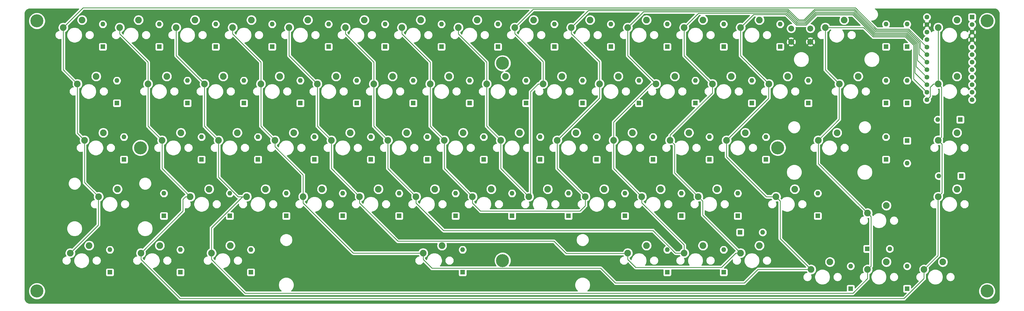
<source format=gbr>
G04 #@! TF.GenerationSoftware,KiCad,Pcbnew,(5.1.12)-1*
G04 #@! TF.CreationDate,2021-12-07T21:17:56+01:00*
G04 #@! TF.ProjectId,zzelia65,7a7a656c-6961-4363-952e-6b696361645f,rev?*
G04 #@! TF.SameCoordinates,Original*
G04 #@! TF.FileFunction,Copper,L2,Bot*
G04 #@! TF.FilePolarity,Positive*
%FSLAX46Y46*%
G04 Gerber Fmt 4.6, Leading zero omitted, Abs format (unit mm)*
G04 Created by KiCad (PCBNEW (5.1.12)-1) date 2021-12-07 21:17:56*
%MOMM*%
%LPD*%
G01*
G04 APERTURE LIST*
G04 #@! TA.AperFunction,ComponentPad*
%ADD10C,1.600000*%
G04 #@! TD*
G04 #@! TA.AperFunction,ComponentPad*
%ADD11R,1.600000X1.600000*%
G04 #@! TD*
G04 #@! TA.AperFunction,ComponentPad*
%ADD12O,1.600000X1.600000*%
G04 #@! TD*
G04 #@! TA.AperFunction,ComponentPad*
%ADD13C,4.400000*%
G04 #@! TD*
G04 #@! TA.AperFunction,ComponentPad*
%ADD14C,2.000000*%
G04 #@! TD*
G04 #@! TA.AperFunction,ComponentPad*
%ADD15C,2.250000*%
G04 #@! TD*
G04 #@! TA.AperFunction,Conductor*
%ADD16C,0.250000*%
G04 #@! TD*
G04 #@! TA.AperFunction,Conductor*
%ADD17C,0.254000*%
G04 #@! TD*
G04 #@! TA.AperFunction,Conductor*
%ADD18C,0.100000*%
G04 #@! TD*
G04 APERTURE END LIST*
D10*
X345598750Y-38417500D03*
X345598750Y-40957500D03*
X345598750Y-43497500D03*
X345598750Y-46037500D03*
X345598750Y-48577500D03*
X345598750Y-51117500D03*
X345598750Y-53657500D03*
X345598750Y-56197500D03*
X345598750Y-58737500D03*
X345598750Y-61277500D03*
X345598750Y-63817500D03*
X345598750Y-66357500D03*
X360838750Y-66357500D03*
X360838750Y-63817500D03*
X360838750Y-61277500D03*
X360838750Y-58737500D03*
X360838750Y-56197500D03*
X360838750Y-53657500D03*
X360838750Y-51117500D03*
X360838750Y-48577500D03*
X360838750Y-46037500D03*
X360838750Y-43497500D03*
X360838750Y-40957500D03*
D11*
X360838750Y-38417500D03*
D12*
X110331250Y-97948750D03*
D11*
X110331250Y-105568750D03*
D12*
X191293750Y-59848750D03*
D11*
X191293750Y-67468750D03*
D12*
X129381250Y-97948750D03*
D11*
X129381250Y-105568750D03*
D12*
X115093750Y-59848750D03*
D11*
X115093750Y-67468750D03*
D12*
X167481250Y-97948750D03*
D11*
X167481250Y-105568750D03*
D12*
X338931250Y-87788750D03*
D11*
X338931250Y-80168750D03*
D12*
X210343750Y-59848750D03*
D11*
X210343750Y-67468750D03*
D12*
X72231250Y-59848750D03*
D11*
X72231250Y-67468750D03*
D12*
X172243750Y-59848750D03*
D11*
X172243750Y-67468750D03*
D12*
X188912500Y-116998750D03*
D11*
X188912500Y-124618750D03*
D12*
X281781250Y-97948750D03*
D11*
X281781250Y-105568750D03*
D12*
X272256250Y-78898750D03*
D11*
X272256250Y-86518750D03*
D12*
X119856250Y-78898750D03*
D11*
X119856250Y-86518750D03*
D12*
X308768750Y-97948750D03*
D11*
X308768750Y-105568750D03*
D12*
X338931250Y-122555000D03*
D11*
X338931250Y-130175000D03*
D12*
X290195000Y-111125000D03*
D11*
X282575000Y-111125000D03*
D12*
X257968750Y-116998750D03*
D11*
X257968750Y-124618750D03*
D12*
X153193750Y-59848750D03*
D11*
X153193750Y-67468750D03*
D12*
X291306250Y-78898750D03*
D11*
X291306250Y-86518750D03*
D12*
X96043750Y-59848750D03*
D11*
X96043750Y-67468750D03*
D12*
X296068750Y-40798750D03*
D11*
X296068750Y-48418750D03*
D12*
X267493750Y-59848750D03*
D11*
X267493750Y-67468750D03*
D12*
X286543750Y-59848750D03*
D11*
X286543750Y-67468750D03*
D12*
X248443750Y-59848750D03*
D11*
X248443750Y-67468750D03*
D12*
X205581250Y-97948750D03*
D11*
X205581250Y-105568750D03*
D12*
X277018750Y-40798750D03*
D11*
X277018750Y-48418750D03*
D12*
X224631250Y-97948750D03*
D11*
X224631250Y-105568750D03*
D12*
X93662500Y-116998750D03*
D11*
X93662500Y-124618750D03*
D12*
X88106250Y-97948750D03*
D11*
X88106250Y-105568750D03*
D12*
X100806250Y-78898750D03*
D11*
X100806250Y-86518750D03*
D12*
X319881250Y-122555000D03*
D11*
X319881250Y-130175000D03*
D12*
X69850000Y-116998750D03*
D11*
X69850000Y-124618750D03*
D12*
X117475000Y-116998750D03*
D11*
X117475000Y-124618750D03*
D12*
X253206250Y-78898750D03*
D11*
X253206250Y-86518750D03*
D12*
X234156250Y-78898750D03*
D11*
X234156250Y-86518750D03*
D12*
X215106250Y-78898750D03*
D11*
X215106250Y-86518750D03*
D12*
X338931250Y-40798750D03*
D11*
X338931250Y-48418750D03*
D12*
X229393750Y-59848750D03*
D11*
X229393750Y-67468750D03*
D12*
X338931250Y-59848750D03*
D11*
X338931250Y-67468750D03*
D12*
X196056250Y-78898750D03*
D11*
X196056250Y-86518750D03*
D12*
X177006250Y-78898750D03*
D11*
X177006250Y-86518750D03*
D12*
X277018750Y-116998750D03*
D11*
X277018750Y-124618750D03*
D12*
X157956250Y-78898750D03*
D11*
X157956250Y-86518750D03*
D12*
X67468750Y-40798750D03*
D11*
X67468750Y-48418750D03*
D12*
X331787500Y-78898750D03*
D11*
X331787500Y-86518750D03*
D12*
X349250000Y-73025000D03*
D11*
X356870000Y-73025000D03*
D12*
X134143750Y-59848750D03*
D11*
X134143750Y-67468750D03*
D12*
X333057500Y-116681250D03*
D11*
X325437500Y-116681250D03*
D12*
X262731250Y-97948750D03*
D11*
X262731250Y-105568750D03*
D12*
X349567500Y-92075000D03*
D11*
X357187500Y-92075000D03*
D12*
X138906250Y-78898750D03*
D11*
X138906250Y-86518750D03*
D12*
X243681250Y-97948750D03*
D11*
X243681250Y-105568750D03*
D12*
X305593750Y-59848750D03*
D11*
X305593750Y-67468750D03*
D12*
X74612500Y-78898750D03*
D11*
X74612500Y-86518750D03*
D12*
X148431250Y-97948750D03*
D11*
X148431250Y-105568750D03*
D12*
X331787500Y-59848750D03*
D11*
X331787500Y-67468750D03*
D12*
X331787500Y-40798750D03*
D11*
X331787500Y-48418750D03*
D12*
X186531250Y-97948750D03*
D11*
X186531250Y-105568750D03*
D12*
X238918750Y-40798750D03*
D11*
X238918750Y-48418750D03*
D12*
X219868750Y-40798750D03*
D11*
X219868750Y-48418750D03*
D12*
X200818750Y-40798750D03*
D11*
X200818750Y-48418750D03*
D12*
X181768750Y-40798750D03*
D11*
X181768750Y-48418750D03*
D12*
X162718750Y-40798750D03*
D11*
X162718750Y-48418750D03*
D12*
X143668750Y-40798750D03*
D11*
X143668750Y-48418750D03*
D12*
X124618750Y-40798750D03*
D11*
X124618750Y-48418750D03*
D12*
X105568750Y-40798750D03*
D11*
X105568750Y-48418750D03*
D12*
X86518750Y-40798750D03*
D11*
X86518750Y-48418750D03*
D12*
X257968750Y-40798750D03*
D11*
X257968750Y-48418750D03*
D13*
X80168750Y-82550000D03*
X295275000Y-82550000D03*
X202406250Y-53975000D03*
X202406250Y-120650000D03*
X45243750Y-130968750D03*
X45243750Y-39687500D03*
X365918750Y-39687500D03*
X365918750Y-130968750D03*
D14*
X306300000Y-46750000D03*
X306300000Y-42250000D03*
X299800000Y-46750000D03*
X299800000Y-42250000D03*
D15*
X96996250Y-99060000D03*
X103346250Y-96520000D03*
X177958750Y-60960000D03*
X184308750Y-58420000D03*
X116046250Y-99060000D03*
X122396250Y-96520000D03*
X101758750Y-60960000D03*
X108108750Y-58420000D03*
X154146250Y-99060000D03*
X160496250Y-96520000D03*
X325596250Y-104616250D03*
X331946250Y-102076250D03*
X197008750Y-60960000D03*
X203358750Y-58420000D03*
X58896250Y-60960000D03*
X65246250Y-58420000D03*
X158908750Y-60960000D03*
X165258750Y-58420000D03*
X175577500Y-118110000D03*
X181927500Y-115570000D03*
X268446250Y-99060000D03*
X274796250Y-96520000D03*
X258921250Y-80010000D03*
X265271250Y-77470000D03*
X106521250Y-80010000D03*
X112871250Y-77470000D03*
X294640000Y-99060000D03*
X300990000Y-96520000D03*
X344646250Y-123666250D03*
X350996250Y-121126250D03*
X282733750Y-118110000D03*
X289083750Y-115570000D03*
X244633750Y-118110000D03*
X250983750Y-115570000D03*
X139858750Y-60960000D03*
X146208750Y-58420000D03*
X277971250Y-80010000D03*
X284321250Y-77470000D03*
X82708750Y-60960000D03*
X89058750Y-58420000D03*
X282733750Y-41910000D03*
X289083750Y-39370000D03*
X254158750Y-60960000D03*
X260508750Y-58420000D03*
X273208750Y-60960000D03*
X279558750Y-58420000D03*
X235108750Y-60960000D03*
X241458750Y-58420000D03*
X192246250Y-99060000D03*
X198596250Y-96520000D03*
X263683750Y-41910000D03*
X270033750Y-39370000D03*
X211296250Y-99060000D03*
X217646250Y-96520000D03*
X80327500Y-118110000D03*
X86677500Y-115570000D03*
X66040000Y-99060000D03*
X72390000Y-96520000D03*
X306546250Y-123666250D03*
X312896250Y-121126250D03*
X56515000Y-118110000D03*
X62865000Y-115570000D03*
X104140000Y-118110000D03*
X110490000Y-115570000D03*
X239871250Y-80010000D03*
X246221250Y-77470000D03*
X220821250Y-80010000D03*
X227171250Y-77470000D03*
X201771250Y-80010000D03*
X208121250Y-77470000D03*
X349408750Y-41910000D03*
X355758750Y-39370000D03*
X216058750Y-60960000D03*
X222408750Y-58420000D03*
X349408750Y-60960000D03*
X355758750Y-58420000D03*
X182721250Y-80010000D03*
X189071250Y-77470000D03*
X163671250Y-80010000D03*
X170021250Y-77470000D03*
X263683750Y-118110000D03*
X270033750Y-115570000D03*
X144621250Y-80010000D03*
X150971250Y-77470000D03*
X54133750Y-41910000D03*
X60483750Y-39370000D03*
X308927500Y-80010000D03*
X315277500Y-77470000D03*
X349408750Y-80010000D03*
X355758750Y-77470000D03*
X120808750Y-60960000D03*
X127158750Y-58420000D03*
X325596250Y-123666250D03*
X331946250Y-121126250D03*
X249396250Y-99060000D03*
X255746250Y-96520000D03*
X349408750Y-99060000D03*
X355758750Y-96520000D03*
X125571250Y-80010000D03*
X131921250Y-77470000D03*
X230346250Y-99060000D03*
X236696250Y-96520000D03*
X292258750Y-60960000D03*
X298608750Y-58420000D03*
X61277500Y-80010000D03*
X67627500Y-77470000D03*
X135096250Y-99060000D03*
X141446250Y-96520000D03*
X316071250Y-60960000D03*
X322421250Y-58420000D03*
X311308750Y-41910000D03*
X317658750Y-39370000D03*
X173196250Y-99060000D03*
X179546250Y-96520000D03*
X87471250Y-80010000D03*
X93821250Y-77470000D03*
X225583750Y-41910000D03*
X231933750Y-39370000D03*
X206533750Y-41910000D03*
X212883750Y-39370000D03*
X187483750Y-41910000D03*
X193833750Y-39370000D03*
X168433750Y-41910000D03*
X174783750Y-39370000D03*
X149383750Y-41910000D03*
X155733750Y-39370000D03*
X130333750Y-41910000D03*
X136683750Y-39370000D03*
X111283750Y-41910000D03*
X117633750Y-39370000D03*
X92233750Y-41910000D03*
X98583750Y-39370000D03*
X73183750Y-41910000D03*
X79533750Y-39370000D03*
X244633750Y-41910000D03*
X250983750Y-39370000D03*
D16*
X120808750Y-53596974D02*
X120808750Y-60960000D01*
X111283750Y-44071974D02*
X120808750Y-53596974D01*
X111283750Y-41910000D02*
X111283750Y-44071974D01*
X120808750Y-75247500D02*
X125571250Y-80010000D01*
X120808750Y-60960000D02*
X120808750Y-75247500D01*
X135096250Y-91696974D02*
X135096250Y-99060000D01*
X125571250Y-82171974D02*
X135096250Y-91696974D01*
X125571250Y-80010000D02*
X125571250Y-82171974D01*
X151984276Y-118110000D02*
X175577500Y-118110000D01*
X135096250Y-101221974D02*
X151984276Y-118110000D01*
X135096250Y-99060000D02*
X135096250Y-101221974D01*
X296131099Y-100551099D02*
X294640000Y-99060000D01*
X296131099Y-113251099D02*
X296131099Y-100551099D01*
X306546250Y-123666250D02*
X296131099Y-113251099D01*
X291435248Y-99060000D02*
X277971250Y-85596002D01*
X277971250Y-85596002D02*
X277971250Y-80010000D01*
X294640000Y-99060000D02*
X291435248Y-99060000D01*
X292188751Y-61029999D02*
X292258750Y-60960000D01*
X292188751Y-65792499D02*
X292188751Y-61029999D01*
X277971250Y-80010000D02*
X292188751Y-65792499D01*
X282733750Y-51435000D02*
X284718125Y-53419375D01*
X282733750Y-41910000D02*
X282733750Y-51435000D01*
X292258750Y-60960000D02*
X284718125Y-53419375D01*
X282733750Y-41910000D02*
X287118690Y-37525060D01*
X304845625Y-41114037D02*
X308309642Y-37650020D01*
X301579380Y-41114038D02*
X304845625Y-41114037D01*
X297990400Y-37525060D02*
X301579380Y-41114038D01*
X287118690Y-37525060D02*
X297990400Y-37525060D01*
X301579378Y-41114038D02*
X297990400Y-37525060D01*
X304845623Y-41114037D02*
X301579378Y-41114038D01*
X308309642Y-37650020D02*
X304845623Y-41114037D01*
X288583750Y-123666250D02*
X306546250Y-123666250D01*
X284000000Y-128250000D02*
X288583750Y-123666250D01*
X240500000Y-128250000D02*
X284000000Y-128250000D01*
X235500000Y-123250000D02*
X240500000Y-128250000D01*
X178555526Y-123250000D02*
X235500000Y-123250000D01*
X175577500Y-120271974D02*
X178555526Y-123250000D01*
X175577500Y-118110000D02*
X175577500Y-120271974D01*
X327662540Y-44662540D02*
X338501740Y-44662540D01*
X320650020Y-37650020D02*
X327662540Y-44662540D01*
X308309642Y-37650020D02*
X320650020Y-37650020D01*
X338501740Y-44662540D02*
X327662539Y-44662539D01*
X327662539Y-44662539D02*
X320650020Y-37650020D01*
X343285625Y-58964375D02*
X345598750Y-61277500D01*
X341551405Y-57230155D02*
X343285625Y-58964375D01*
X341551405Y-47712205D02*
X341551405Y-57230155D01*
X338501740Y-44662540D02*
X341551405Y-47712205D01*
X82708750Y-53596974D02*
X82708750Y-60960000D01*
X73183750Y-44071974D02*
X82708750Y-53596974D01*
X73183750Y-41910000D02*
X73183750Y-44071974D01*
X82708750Y-75247500D02*
X87471250Y-80010000D01*
X82708750Y-60960000D02*
X82708750Y-75247500D01*
X87471250Y-89535000D02*
X96996250Y-99060000D01*
X87471250Y-80010000D02*
X87471250Y-89535000D01*
X95405260Y-99060000D02*
X96996250Y-99060000D01*
X94526249Y-99939011D02*
X95405260Y-99060000D01*
X94526249Y-103911251D02*
X94526249Y-99939011D01*
X80327500Y-118110000D02*
X94526249Y-103911251D01*
X349338751Y-99129999D02*
X349408750Y-99060000D01*
X349338751Y-118973749D02*
X349338751Y-99129999D01*
X344646250Y-123666250D02*
X349338751Y-118973749D01*
X350692501Y-81293751D02*
X349408750Y-80010000D01*
X350692501Y-97776249D02*
X350692501Y-81293751D01*
X349408750Y-99060000D02*
X350692501Y-97776249D01*
X350533749Y-62084999D02*
X349408750Y-60960000D01*
X350533749Y-78885001D02*
X350533749Y-62084999D01*
X349408750Y-80010000D02*
X350533749Y-78885001D01*
X80327500Y-120271974D02*
X80327500Y-118110000D01*
X93555526Y-133500000D02*
X80327500Y-120271974D01*
X337858502Y-133500000D02*
X93555526Y-133500000D01*
X344646250Y-126712252D02*
X337858502Y-133500000D01*
X344646250Y-123666250D02*
X344646250Y-126712252D01*
X346723751Y-65232499D02*
X345598750Y-66357500D01*
X346723751Y-62054009D02*
X346723751Y-65232499D01*
X347817760Y-60960000D02*
X346723751Y-62054009D01*
X349408750Y-60960000D02*
X347817760Y-60960000D01*
X349408750Y-41910000D02*
X349408750Y-60960000D01*
X114654998Y-99060000D02*
X116046250Y-99060000D01*
X104140000Y-109574998D02*
X114654998Y-99060000D01*
X104140000Y-118110000D02*
X104140000Y-109574998D01*
X113107502Y-99060000D02*
X116046250Y-99060000D01*
X106521250Y-92473748D02*
X113107502Y-99060000D01*
X106521250Y-80010000D02*
X106521250Y-92473748D01*
X92233750Y-51435000D02*
X101758750Y-60960000D01*
X92233750Y-41910000D02*
X92233750Y-51435000D01*
X101758750Y-75247500D02*
X106521250Y-80010000D01*
X101758750Y-60960000D02*
X101758750Y-75247500D01*
X325596250Y-126712252D02*
X325596250Y-123666250D01*
X320634591Y-131673911D02*
X325596250Y-126712252D01*
X104140000Y-120271974D02*
X115541937Y-131673911D01*
X115541937Y-131673911D02*
X320634591Y-131673911D01*
X104140000Y-118110000D02*
X104140000Y-120271974D01*
X326721249Y-105741249D02*
X325596250Y-104616250D01*
X326721249Y-122541251D02*
X326721249Y-105741249D01*
X325596250Y-123666250D02*
X326721249Y-122541251D01*
X308927500Y-87947500D02*
X308927500Y-80010000D01*
X325596250Y-104616250D02*
X308927500Y-87947500D01*
X316001251Y-61029999D02*
X316071250Y-60960000D01*
X316001251Y-72936249D02*
X316001251Y-61029999D01*
X308927500Y-80010000D02*
X316001251Y-72936249D01*
X311308750Y-41910000D02*
X311308750Y-56197500D01*
X311308750Y-56197500D02*
X312896250Y-57785000D01*
X316071250Y-60960000D02*
X312896250Y-57785000D01*
X341101395Y-59320145D02*
X345598750Y-63817500D01*
X341101395Y-47898605D02*
X341101395Y-59320145D01*
X338315340Y-45112550D02*
X341101395Y-47898605D01*
X327476140Y-45112550D02*
X338315340Y-45112550D01*
X324273590Y-41910000D02*
X327476140Y-45112550D01*
X311308750Y-41910000D02*
X324273590Y-41910000D01*
X130333750Y-51435000D02*
X139858750Y-60960000D01*
X130333750Y-41910000D02*
X130333750Y-51435000D01*
X139858750Y-75247500D02*
X144621250Y-80010000D01*
X139858750Y-60960000D02*
X139858750Y-75247500D01*
X144621250Y-89535000D02*
X154146250Y-99060000D01*
X144621250Y-80010000D02*
X144621250Y-89535000D01*
X223837500Y-118268750D02*
X244475000Y-118268750D01*
X219688749Y-114119999D02*
X223837500Y-118268750D01*
X167044275Y-114119999D02*
X219688749Y-114119999D01*
X244475000Y-118268750D02*
X244633750Y-118110000D01*
X154146250Y-101221974D02*
X167044275Y-114119999D01*
X154146250Y-99060000D02*
X154146250Y-101221974D01*
X281142760Y-118110000D02*
X282733750Y-118110000D01*
X276283859Y-122968901D02*
X281142760Y-118110000D01*
X247330677Y-122968901D02*
X276283859Y-122968901D01*
X244633750Y-120271974D02*
X247330677Y-122968901D01*
X244633750Y-118110000D02*
X244633750Y-120271974D01*
X269937349Y-100551099D02*
X268446250Y-99060000D01*
X269937349Y-105313599D02*
X269937349Y-100551099D01*
X282733750Y-118110000D02*
X269937349Y-105313599D01*
X260412349Y-81501099D02*
X258921250Y-80010000D01*
X260412349Y-91026099D02*
X260412349Y-81501099D01*
X268446250Y-99060000D02*
X260412349Y-91026099D01*
X273208750Y-64006002D02*
X273208750Y-60960000D01*
X258921250Y-78293502D02*
X273208750Y-64006002D01*
X258921250Y-80010000D02*
X258921250Y-78293502D01*
X263683750Y-51435000D02*
X263683750Y-41910000D01*
X273208750Y-60960000D02*
X263683750Y-51435000D01*
X342001415Y-55140165D02*
X345598750Y-58737500D01*
X342001415Y-47525805D02*
X342001415Y-55140165D01*
X338688140Y-44212530D02*
X342001415Y-47525805D01*
X304659224Y-40664028D02*
X308123242Y-37200010D01*
X320836420Y-37200010D02*
X327848940Y-44212530D01*
X308123242Y-37200010D02*
X320836420Y-37200010D01*
X301765779Y-40664029D02*
X304659224Y-40664028D01*
X298176799Y-37075050D02*
X301765779Y-40664029D01*
X268518700Y-37075050D02*
X298176799Y-37075050D01*
X327848940Y-44212530D02*
X338688140Y-44212530D01*
X263683750Y-41910000D02*
X268518700Y-37075050D01*
X158908750Y-53596974D02*
X158908750Y-60960000D01*
X149383750Y-44071974D02*
X158908750Y-53596974D01*
X149383750Y-41910000D02*
X149383750Y-44071974D01*
X158908750Y-75247500D02*
X163671250Y-80010000D01*
X158908750Y-60960000D02*
X158908750Y-75247500D01*
X163671250Y-89535000D02*
X173196250Y-99060000D01*
X163671250Y-80010000D02*
X163671250Y-89535000D01*
X239871250Y-89535000D02*
X239871250Y-80010000D01*
X249396250Y-99060000D02*
X239871250Y-89535000D01*
X252767498Y-60960000D02*
X254158750Y-60960000D01*
X239871250Y-73856248D02*
X252767498Y-60960000D01*
X239871250Y-80010000D02*
X239871250Y-73856248D01*
X254158750Y-60960000D02*
X246124849Y-52926099D01*
X244633750Y-51435000D02*
X246124849Y-52926099D01*
X244633750Y-41910000D02*
X244633750Y-51435000D01*
X249396250Y-101093998D02*
X249396250Y-99060000D01*
X263683750Y-115381498D02*
X249396250Y-101093998D01*
X263683750Y-118110000D02*
X263683750Y-115381498D01*
X173196250Y-101221974D02*
X182474276Y-110500000D01*
X173196250Y-99060000D02*
X173196250Y-101221974D01*
X182474276Y-110500000D02*
X242250000Y-110500000D01*
X260745002Y-118110000D02*
X263683750Y-118110000D01*
X253135002Y-110500000D02*
X260745002Y-118110000D01*
X249250000Y-110500000D02*
X253135002Y-110500000D01*
X242250000Y-110500000D02*
X249250000Y-110500000D01*
X298363199Y-36625040D02*
X249918710Y-36625040D01*
X301952179Y-40214020D02*
X298363199Y-36625040D01*
X307936841Y-36750001D02*
X304472822Y-40214020D01*
X321022820Y-36750000D02*
X307936841Y-36750001D01*
X249918710Y-36625040D02*
X244633750Y-41910000D01*
X304472822Y-40214020D02*
X301952179Y-40214020D01*
X328035340Y-43762520D02*
X321022820Y-36750000D01*
X338874540Y-43762520D02*
X328035340Y-43762520D01*
X342451424Y-47339404D02*
X338874540Y-43762520D01*
X342451425Y-53050175D02*
X342451424Y-47339404D01*
X345598750Y-56197500D02*
X342451425Y-53050175D01*
X177958750Y-53596974D02*
X177958750Y-60960000D01*
X168433750Y-44071974D02*
X177958750Y-53596974D01*
X168433750Y-41910000D02*
X168433750Y-44071974D01*
X177958750Y-75247500D02*
X182721250Y-80010000D01*
X177958750Y-60960000D02*
X177958750Y-75247500D01*
X182721250Y-89535000D02*
X192246250Y-99060000D01*
X182721250Y-80010000D02*
X182721250Y-89535000D01*
X230346250Y-102106002D02*
X230346250Y-99060000D01*
X228533351Y-103918901D02*
X230346250Y-102106002D01*
X194943177Y-103918901D02*
X228533351Y-103918901D01*
X192246250Y-101221974D02*
X194943177Y-103918901D01*
X192246250Y-99060000D02*
X192246250Y-101221974D01*
X220821250Y-89535000D02*
X220821250Y-80010000D01*
X230346250Y-99060000D02*
X220821250Y-89535000D01*
X235108750Y-65722500D02*
X235108750Y-60960000D01*
X220821250Y-80010000D02*
X235108750Y-65722500D01*
X225583750Y-43943998D02*
X225583750Y-41910000D01*
X235108750Y-53468998D02*
X225583750Y-43943998D01*
X235108750Y-60960000D02*
X235108750Y-53468998D01*
X342901435Y-47153005D02*
X342901435Y-50960185D01*
X321084260Y-36175030D02*
X328221740Y-43312510D01*
X339060940Y-43312510D02*
X342901435Y-47153005D01*
X302138579Y-39764011D02*
X304286422Y-39764010D01*
X298549598Y-36175030D02*
X302138579Y-39764011D01*
X307875402Y-36175030D02*
X321084260Y-36175030D01*
X231318720Y-36175030D02*
X298549598Y-36175030D01*
X342901435Y-50960185D02*
X345598750Y-53657500D01*
X328221740Y-43312510D02*
X339060940Y-43312510D01*
X304286422Y-39764010D02*
X307875402Y-36175030D01*
X225583750Y-41910000D02*
X231318720Y-36175030D01*
X54133750Y-56197500D02*
X58896250Y-60960000D01*
X54133750Y-41910000D02*
X54133750Y-56197500D01*
X58896250Y-77628750D02*
X61277500Y-80010000D01*
X58896250Y-60960000D02*
X58896250Y-77628750D01*
X61277500Y-94297500D02*
X66040000Y-99060000D01*
X61277500Y-80010000D02*
X61277500Y-94297500D01*
X65970001Y-99129999D02*
X66040000Y-99060000D01*
X65970001Y-108654999D02*
X65970001Y-99129999D01*
X56515000Y-118110000D02*
X65970001Y-108654999D01*
X339433740Y-42412490D02*
X345598750Y-48577500D01*
X321457062Y-35275012D02*
X328594540Y-42412490D01*
X328594540Y-42412490D02*
X339433740Y-42412490D01*
X320275010Y-35275010D02*
X321457062Y-35275012D01*
X60768740Y-35275010D02*
X320275010Y-35275010D01*
X54133750Y-41910000D02*
X60768740Y-35275010D01*
X197008750Y-53596974D02*
X197008750Y-60960000D01*
X187483750Y-44071974D02*
X197008750Y-53596974D01*
X187483750Y-41910000D02*
X187483750Y-44071974D01*
X197008750Y-75247500D02*
X201771250Y-80010000D01*
X197008750Y-60960000D02*
X197008750Y-75247500D01*
X201771250Y-89535000D02*
X211296250Y-99060000D01*
X201771250Y-80010000D02*
X201771250Y-89535000D01*
X206533750Y-43943998D02*
X206533750Y-41910000D01*
X216058750Y-53468998D02*
X206533750Y-43943998D01*
X216058750Y-60960000D02*
X216058750Y-53468998D01*
X343351445Y-48870195D02*
X345598750Y-51117500D01*
X343351445Y-46966605D02*
X343351445Y-48870195D01*
X339247340Y-42862500D02*
X343351445Y-46966605D01*
X328408140Y-42862500D02*
X339247340Y-42862500D01*
X321270661Y-35725021D02*
X328408140Y-42862500D01*
X307689002Y-35725020D02*
X321270661Y-35725021D01*
X304100021Y-39314001D02*
X307689002Y-35725020D01*
X302324979Y-39314001D02*
X304100021Y-39314001D01*
X212718730Y-35725020D02*
X298735998Y-35725020D01*
X298735998Y-35725020D02*
X302324979Y-39314001D01*
X206533750Y-41910000D02*
X212718730Y-35725020D01*
X211861251Y-98494999D02*
X211296250Y-99060000D01*
X211861251Y-63566509D02*
X211861251Y-98494999D01*
X214467760Y-60960000D02*
X211861251Y-63566509D01*
X216058750Y-60960000D02*
X214467760Y-60960000D01*
D17*
X54720796Y-40248152D02*
X54647123Y-40217636D01*
X54307095Y-40150000D01*
X53960405Y-40150000D01*
X53620377Y-40217636D01*
X53300077Y-40350308D01*
X53011815Y-40542919D01*
X52766669Y-40788065D01*
X52574058Y-41076327D01*
X52441386Y-41396627D01*
X52373750Y-41736655D01*
X52373750Y-42083345D01*
X52441386Y-42423373D01*
X52574058Y-42743673D01*
X52706388Y-42941719D01*
X52423299Y-42998029D01*
X52148497Y-43111856D01*
X51901181Y-43277107D01*
X51690857Y-43487431D01*
X51525606Y-43734747D01*
X51411779Y-44009549D01*
X51353750Y-44301278D01*
X51353750Y-44598722D01*
X51411779Y-44890451D01*
X51525606Y-45165253D01*
X51690857Y-45412569D01*
X51901181Y-45622893D01*
X52148497Y-45788144D01*
X52423299Y-45901971D01*
X52715028Y-45960000D01*
X53012472Y-45960000D01*
X53304201Y-45901971D01*
X53373750Y-45873163D01*
X53373751Y-56160168D01*
X53370074Y-56197500D01*
X53373751Y-56234833D01*
X53383995Y-56338835D01*
X53384748Y-56346485D01*
X53428204Y-56489746D01*
X53498776Y-56621776D01*
X53554893Y-56690154D01*
X53593750Y-56737501D01*
X53622748Y-56761299D01*
X57234402Y-60372954D01*
X57203886Y-60446627D01*
X57136250Y-60786655D01*
X57136250Y-61133345D01*
X57203886Y-61473373D01*
X57336558Y-61793673D01*
X57468888Y-61991719D01*
X57185799Y-62048029D01*
X56910997Y-62161856D01*
X56663681Y-62327107D01*
X56453357Y-62537431D01*
X56288106Y-62784747D01*
X56174279Y-63059549D01*
X56116250Y-63351278D01*
X56116250Y-63648722D01*
X56174279Y-63940451D01*
X56288106Y-64215253D01*
X56453357Y-64462569D01*
X56663681Y-64672893D01*
X56910997Y-64838144D01*
X57185799Y-64951971D01*
X57477528Y-65010000D01*
X57774972Y-65010000D01*
X58066701Y-64951971D01*
X58136250Y-64923163D01*
X58136251Y-77591417D01*
X58132574Y-77628750D01*
X58136251Y-77666083D01*
X58147248Y-77777736D01*
X58160430Y-77821192D01*
X58190704Y-77920996D01*
X58261276Y-78053026D01*
X58329371Y-78135999D01*
X58356250Y-78168751D01*
X58385248Y-78192549D01*
X59615652Y-79422954D01*
X59585136Y-79496627D01*
X59517500Y-79836655D01*
X59517500Y-80183345D01*
X59585136Y-80523373D01*
X59717808Y-80843673D01*
X59850138Y-81041719D01*
X59567049Y-81098029D01*
X59292247Y-81211856D01*
X59044931Y-81377107D01*
X58834607Y-81587431D01*
X58669356Y-81834747D01*
X58555529Y-82109549D01*
X58497500Y-82401278D01*
X58497500Y-82698722D01*
X58555529Y-82990451D01*
X58669356Y-83265253D01*
X58834607Y-83512569D01*
X59044931Y-83722893D01*
X59292247Y-83888144D01*
X59567049Y-84001971D01*
X59858778Y-84060000D01*
X60156222Y-84060000D01*
X60447951Y-84001971D01*
X60517500Y-83973163D01*
X60517501Y-94260168D01*
X60513824Y-94297500D01*
X60528498Y-94446485D01*
X60571954Y-94589746D01*
X60642526Y-94721776D01*
X60713701Y-94808502D01*
X60737500Y-94837501D01*
X60766498Y-94861299D01*
X64378152Y-98472954D01*
X64347636Y-98546627D01*
X64280000Y-98886655D01*
X64280000Y-99233345D01*
X64347636Y-99573373D01*
X64480308Y-99893673D01*
X64612638Y-100091719D01*
X64329549Y-100148029D01*
X64054747Y-100261856D01*
X63807431Y-100427107D01*
X63597107Y-100637431D01*
X63431856Y-100884747D01*
X63318029Y-101159549D01*
X63260000Y-101451278D01*
X63260000Y-101748722D01*
X63318029Y-102040451D01*
X63431856Y-102315253D01*
X63597107Y-102562569D01*
X63807431Y-102772893D01*
X64054747Y-102938144D01*
X64329549Y-103051971D01*
X64621278Y-103110000D01*
X64918722Y-103110000D01*
X65210002Y-103052060D01*
X65210001Y-108340197D01*
X57102046Y-116448152D01*
X57028373Y-116417636D01*
X56688345Y-116350000D01*
X56341655Y-116350000D01*
X56001627Y-116417636D01*
X55681327Y-116550308D01*
X55393065Y-116742919D01*
X55147919Y-116988065D01*
X54955308Y-117276327D01*
X54822636Y-117596627D01*
X54755000Y-117936655D01*
X54755000Y-118283345D01*
X54822636Y-118623373D01*
X54955308Y-118943673D01*
X55087638Y-119141719D01*
X54804549Y-119198029D01*
X54529747Y-119311856D01*
X54282431Y-119477107D01*
X54072107Y-119687431D01*
X53906856Y-119934747D01*
X53793029Y-120209549D01*
X53735000Y-120501278D01*
X53735000Y-120798722D01*
X53793029Y-121090451D01*
X53906856Y-121365253D01*
X54072107Y-121612569D01*
X54282431Y-121822893D01*
X54529747Y-121988144D01*
X54804549Y-122101971D01*
X55096278Y-122160000D01*
X55393722Y-122160000D01*
X55685451Y-122101971D01*
X55960253Y-121988144D01*
X56207569Y-121822893D01*
X56417893Y-121612569D01*
X56583144Y-121365253D01*
X56696971Y-121090451D01*
X56755000Y-120798722D01*
X56755000Y-120501278D01*
X56733080Y-120391076D01*
X57696100Y-120391076D01*
X57696100Y-120908924D01*
X57797127Y-121416822D01*
X57995299Y-121895251D01*
X58283000Y-122325826D01*
X58649174Y-122692000D01*
X59079749Y-122979701D01*
X59558178Y-123177873D01*
X60066076Y-123278900D01*
X60583924Y-123278900D01*
X61091822Y-123177873D01*
X61570251Y-122979701D01*
X62000826Y-122692000D01*
X62367000Y-122325826D01*
X62654701Y-121895251D01*
X62852873Y-121416822D01*
X62953900Y-120908924D01*
X62953900Y-120501278D01*
X63895000Y-120501278D01*
X63895000Y-120798722D01*
X63953029Y-121090451D01*
X64066856Y-121365253D01*
X64232107Y-121612569D01*
X64442431Y-121822893D01*
X64689747Y-121988144D01*
X64964549Y-122101971D01*
X65256278Y-122160000D01*
X65553722Y-122160000D01*
X65845451Y-122101971D01*
X66120253Y-121988144D01*
X66367569Y-121822893D01*
X66577893Y-121612569D01*
X66743144Y-121365253D01*
X66856971Y-121090451D01*
X66915000Y-120798722D01*
X66915000Y-120501278D01*
X66856971Y-120209549D01*
X66743144Y-119934747D01*
X66577893Y-119687431D01*
X66367569Y-119477107D01*
X66120253Y-119311856D01*
X65845451Y-119198029D01*
X65553722Y-119140000D01*
X65256278Y-119140000D01*
X64964549Y-119198029D01*
X64689747Y-119311856D01*
X64442431Y-119477107D01*
X64232107Y-119687431D01*
X64066856Y-119934747D01*
X63953029Y-120209549D01*
X63895000Y-120501278D01*
X62953900Y-120501278D01*
X62953900Y-120391076D01*
X62852873Y-119883178D01*
X62654701Y-119404749D01*
X62367000Y-118974174D01*
X62000826Y-118608000D01*
X61570251Y-118320299D01*
X61091822Y-118122127D01*
X60583924Y-118021100D01*
X60066076Y-118021100D01*
X59558178Y-118122127D01*
X59079749Y-118320299D01*
X58649174Y-118608000D01*
X58283000Y-118974174D01*
X57995299Y-119404749D01*
X57797127Y-119883178D01*
X57696100Y-120391076D01*
X56733080Y-120391076D01*
X56696971Y-120209549D01*
X56583144Y-119934747D01*
X56539882Y-119870000D01*
X56688345Y-119870000D01*
X57028373Y-119802364D01*
X57348673Y-119669692D01*
X57636935Y-119477081D01*
X57882081Y-119231935D01*
X58074692Y-118943673D01*
X58207364Y-118623373D01*
X58275000Y-118283345D01*
X58275000Y-117936655D01*
X58207364Y-117596627D01*
X58176848Y-117522954D01*
X60303147Y-115396655D01*
X61105000Y-115396655D01*
X61105000Y-115743345D01*
X61172636Y-116083373D01*
X61305308Y-116403673D01*
X61497919Y-116691935D01*
X61743065Y-116937081D01*
X62031327Y-117129692D01*
X62351627Y-117262364D01*
X62691655Y-117330000D01*
X63038345Y-117330000D01*
X63378373Y-117262364D01*
X63698673Y-117129692D01*
X63986935Y-116937081D01*
X64066601Y-116857415D01*
X68415000Y-116857415D01*
X68415000Y-117140085D01*
X68470147Y-117417324D01*
X68578320Y-117678477D01*
X68735363Y-117913509D01*
X68935241Y-118113387D01*
X69170273Y-118270430D01*
X69431426Y-118378603D01*
X69708665Y-118433750D01*
X69991335Y-118433750D01*
X70268574Y-118378603D01*
X70529727Y-118270430D01*
X70764759Y-118113387D01*
X70964637Y-117913509D01*
X71121680Y-117678477D01*
X71229853Y-117417324D01*
X71285000Y-117140085D01*
X71285000Y-116857415D01*
X71229853Y-116580176D01*
X71121680Y-116319023D01*
X70964637Y-116083991D01*
X70764759Y-115884113D01*
X70529727Y-115727070D01*
X70268574Y-115618897D01*
X69991335Y-115563750D01*
X69708665Y-115563750D01*
X69431426Y-115618897D01*
X69170273Y-115727070D01*
X68935241Y-115884113D01*
X68735363Y-116083991D01*
X68578320Y-116319023D01*
X68470147Y-116580176D01*
X68415000Y-116857415D01*
X64066601Y-116857415D01*
X64232081Y-116691935D01*
X64424692Y-116403673D01*
X64557364Y-116083373D01*
X64625000Y-115743345D01*
X64625000Y-115396655D01*
X64557364Y-115056627D01*
X64424692Y-114736327D01*
X64232081Y-114448065D01*
X63986935Y-114202919D01*
X63698673Y-114010308D01*
X63378373Y-113877636D01*
X63038345Y-113810000D01*
X62691655Y-113810000D01*
X62351627Y-113877636D01*
X62031327Y-114010308D01*
X61743065Y-114202919D01*
X61497919Y-114448065D01*
X61305308Y-114736327D01*
X61172636Y-115056627D01*
X61105000Y-115396655D01*
X60303147Y-115396655D01*
X66103726Y-109596076D01*
X79127350Y-109596076D01*
X79127350Y-110113924D01*
X79228377Y-110621822D01*
X79426549Y-111100251D01*
X79714250Y-111530826D01*
X80080424Y-111897000D01*
X80510999Y-112184701D01*
X80989428Y-112382873D01*
X81497326Y-112483900D01*
X82015174Y-112483900D01*
X82523072Y-112382873D01*
X83001501Y-112184701D01*
X83432076Y-111897000D01*
X83798250Y-111530826D01*
X84085951Y-111100251D01*
X84284123Y-110621822D01*
X84385150Y-110113924D01*
X84385150Y-109596076D01*
X84284123Y-109088178D01*
X84085951Y-108609749D01*
X83798250Y-108179174D01*
X83432076Y-107813000D01*
X83001501Y-107525299D01*
X82523072Y-107327127D01*
X82015174Y-107226100D01*
X81497326Y-107226100D01*
X80989428Y-107327127D01*
X80510999Y-107525299D01*
X80080424Y-107813000D01*
X79714250Y-108179174D01*
X79426549Y-108609749D01*
X79228377Y-109088178D01*
X79127350Y-109596076D01*
X66103726Y-109596076D01*
X66481005Y-109218797D01*
X66510002Y-109195000D01*
X66604975Y-109079275D01*
X66675547Y-108947246D01*
X66719004Y-108803985D01*
X66730001Y-108692332D01*
X66730001Y-108692324D01*
X66733677Y-108654999D01*
X66730001Y-108617674D01*
X66730001Y-104768750D01*
X86668178Y-104768750D01*
X86668178Y-106368750D01*
X86680438Y-106493232D01*
X86716748Y-106612930D01*
X86775713Y-106723244D01*
X86855065Y-106819935D01*
X86951756Y-106899287D01*
X87062070Y-106958252D01*
X87181768Y-106994562D01*
X87306250Y-107006822D01*
X88906250Y-107006822D01*
X89030732Y-106994562D01*
X89150430Y-106958252D01*
X89260744Y-106899287D01*
X89357435Y-106819935D01*
X89436787Y-106723244D01*
X89495752Y-106612930D01*
X89532062Y-106493232D01*
X89544322Y-106368750D01*
X89544322Y-104768750D01*
X89532062Y-104644268D01*
X89495752Y-104524570D01*
X89436787Y-104414256D01*
X89357435Y-104317565D01*
X89260744Y-104238213D01*
X89150430Y-104179248D01*
X89030732Y-104142938D01*
X88906250Y-104130678D01*
X87306250Y-104130678D01*
X87181768Y-104142938D01*
X87062070Y-104179248D01*
X86951756Y-104238213D01*
X86855065Y-104317565D01*
X86775713Y-104414256D01*
X86716748Y-104524570D01*
X86680438Y-104644268D01*
X86668178Y-104768750D01*
X66730001Y-104768750D01*
X66730001Y-101341076D01*
X67221100Y-101341076D01*
X67221100Y-101858924D01*
X67322127Y-102366822D01*
X67520299Y-102845251D01*
X67808000Y-103275826D01*
X68174174Y-103642000D01*
X68604749Y-103929701D01*
X69083178Y-104127873D01*
X69591076Y-104228900D01*
X70108924Y-104228900D01*
X70616822Y-104127873D01*
X71095251Y-103929701D01*
X71525826Y-103642000D01*
X71892000Y-103275826D01*
X72179701Y-102845251D01*
X72377873Y-102366822D01*
X72478900Y-101858924D01*
X72478900Y-101451278D01*
X73420000Y-101451278D01*
X73420000Y-101748722D01*
X73478029Y-102040451D01*
X73591856Y-102315253D01*
X73757107Y-102562569D01*
X73967431Y-102772893D01*
X74214747Y-102938144D01*
X74489549Y-103051971D01*
X74781278Y-103110000D01*
X75078722Y-103110000D01*
X75370451Y-103051971D01*
X75645253Y-102938144D01*
X75892569Y-102772893D01*
X76102893Y-102562569D01*
X76268144Y-102315253D01*
X76381971Y-102040451D01*
X76440000Y-101748722D01*
X76440000Y-101451278D01*
X76381971Y-101159549D01*
X76268144Y-100884747D01*
X76102893Y-100637431D01*
X75892569Y-100427107D01*
X75645253Y-100261856D01*
X75370451Y-100148029D01*
X75078722Y-100090000D01*
X74781278Y-100090000D01*
X74489549Y-100148029D01*
X74214747Y-100261856D01*
X73967431Y-100427107D01*
X73757107Y-100637431D01*
X73591856Y-100884747D01*
X73478029Y-101159549D01*
X73420000Y-101451278D01*
X72478900Y-101451278D01*
X72478900Y-101341076D01*
X72377873Y-100833178D01*
X72179701Y-100354749D01*
X71892000Y-99924174D01*
X71525826Y-99558000D01*
X71095251Y-99270299D01*
X70616822Y-99072127D01*
X70108924Y-98971100D01*
X69591076Y-98971100D01*
X69083178Y-99072127D01*
X68604749Y-99270299D01*
X68174174Y-99558000D01*
X67808000Y-99924174D01*
X67520299Y-100354749D01*
X67322127Y-100833178D01*
X67221100Y-101341076D01*
X66730001Y-101341076D01*
X66730001Y-100679203D01*
X66873673Y-100619692D01*
X67161935Y-100427081D01*
X67407081Y-100181935D01*
X67599692Y-99893673D01*
X67732364Y-99573373D01*
X67800000Y-99233345D01*
X67800000Y-98886655D01*
X67732364Y-98546627D01*
X67599692Y-98226327D01*
X67407081Y-97938065D01*
X67161935Y-97692919D01*
X66873673Y-97500308D01*
X66553373Y-97367636D01*
X66213345Y-97300000D01*
X65866655Y-97300000D01*
X65526627Y-97367636D01*
X65452954Y-97398152D01*
X64401457Y-96346655D01*
X70630000Y-96346655D01*
X70630000Y-96693345D01*
X70697636Y-97033373D01*
X70830308Y-97353673D01*
X71022919Y-97641935D01*
X71268065Y-97887081D01*
X71556327Y-98079692D01*
X71876627Y-98212364D01*
X72216655Y-98280000D01*
X72563345Y-98280000D01*
X72903373Y-98212364D01*
X73223673Y-98079692D01*
X73511935Y-97887081D01*
X73591601Y-97807415D01*
X86671250Y-97807415D01*
X86671250Y-98090085D01*
X86726397Y-98367324D01*
X86834570Y-98628477D01*
X86991613Y-98863509D01*
X87191491Y-99063387D01*
X87426523Y-99220430D01*
X87687676Y-99328603D01*
X87964915Y-99383750D01*
X88247585Y-99383750D01*
X88524824Y-99328603D01*
X88785977Y-99220430D01*
X89021009Y-99063387D01*
X89220887Y-98863509D01*
X89377930Y-98628477D01*
X89486103Y-98367324D01*
X89541250Y-98090085D01*
X89541250Y-97807415D01*
X89486103Y-97530176D01*
X89377930Y-97269023D01*
X89220887Y-97033991D01*
X89021009Y-96834113D01*
X88785977Y-96677070D01*
X88524824Y-96568897D01*
X88247585Y-96513750D01*
X87964915Y-96513750D01*
X87687676Y-96568897D01*
X87426523Y-96677070D01*
X87191491Y-96834113D01*
X86991613Y-97033991D01*
X86834570Y-97269023D01*
X86726397Y-97530176D01*
X86671250Y-97807415D01*
X73591601Y-97807415D01*
X73757081Y-97641935D01*
X73949692Y-97353673D01*
X74082364Y-97033373D01*
X74150000Y-96693345D01*
X74150000Y-96346655D01*
X74082364Y-96006627D01*
X73949692Y-95686327D01*
X73757081Y-95398065D01*
X73511935Y-95152919D01*
X73223673Y-94960308D01*
X72903373Y-94827636D01*
X72563345Y-94760000D01*
X72216655Y-94760000D01*
X71876627Y-94827636D01*
X71556327Y-94960308D01*
X71268065Y-95152919D01*
X71022919Y-95398065D01*
X70830308Y-95686327D01*
X70697636Y-96006627D01*
X70630000Y-96346655D01*
X64401457Y-96346655D01*
X62457159Y-94402357D01*
X79597250Y-94402357D01*
X79597250Y-94827643D01*
X79680220Y-95244757D01*
X79842969Y-95637670D01*
X80079246Y-95991282D01*
X80379968Y-96292004D01*
X80733580Y-96528281D01*
X81126493Y-96691030D01*
X81543607Y-96774000D01*
X81968893Y-96774000D01*
X82386007Y-96691030D01*
X82778920Y-96528281D01*
X83132532Y-96292004D01*
X83433254Y-95991282D01*
X83669531Y-95637670D01*
X83832280Y-95244757D01*
X83915250Y-94827643D01*
X83915250Y-94402357D01*
X83832280Y-93985243D01*
X83669531Y-93592330D01*
X83433254Y-93238718D01*
X83132532Y-92937996D01*
X82778920Y-92701719D01*
X82386007Y-92538970D01*
X81968893Y-92456000D01*
X81543607Y-92456000D01*
X81126493Y-92538970D01*
X80733580Y-92701719D01*
X80379968Y-92937996D01*
X80079246Y-93238718D01*
X79842969Y-93592330D01*
X79680220Y-93985243D01*
X79597250Y-94402357D01*
X62457159Y-94402357D01*
X62037500Y-93982699D01*
X62037500Y-85718750D01*
X73174428Y-85718750D01*
X73174428Y-87318750D01*
X73186688Y-87443232D01*
X73222998Y-87562930D01*
X73281963Y-87673244D01*
X73361315Y-87769935D01*
X73458006Y-87849287D01*
X73568320Y-87908252D01*
X73688018Y-87944562D01*
X73812500Y-87956822D01*
X75412500Y-87956822D01*
X75536982Y-87944562D01*
X75656680Y-87908252D01*
X75766994Y-87849287D01*
X75863685Y-87769935D01*
X75943037Y-87673244D01*
X76002002Y-87562930D01*
X76038312Y-87443232D01*
X76050572Y-87318750D01*
X76050572Y-85718750D01*
X76038312Y-85594268D01*
X76002002Y-85474570D01*
X75943037Y-85364256D01*
X75863685Y-85267565D01*
X75766994Y-85188213D01*
X75656680Y-85129248D01*
X75536982Y-85092938D01*
X75412500Y-85080678D01*
X73812500Y-85080678D01*
X73688018Y-85092938D01*
X73568320Y-85129248D01*
X73458006Y-85188213D01*
X73361315Y-85267565D01*
X73281963Y-85364256D01*
X73222998Y-85474570D01*
X73186688Y-85594268D01*
X73174428Y-85718750D01*
X62037500Y-85718750D01*
X62037500Y-82291076D01*
X62458600Y-82291076D01*
X62458600Y-82808924D01*
X62559627Y-83316822D01*
X62757799Y-83795251D01*
X63045500Y-84225826D01*
X63411674Y-84592000D01*
X63842249Y-84879701D01*
X64320678Y-85077873D01*
X64828576Y-85178900D01*
X65346424Y-85178900D01*
X65854322Y-85077873D01*
X66332751Y-84879701D01*
X66763326Y-84592000D01*
X67129500Y-84225826D01*
X67417201Y-83795251D01*
X67615373Y-83316822D01*
X67716400Y-82808924D01*
X67716400Y-82401278D01*
X68657500Y-82401278D01*
X68657500Y-82698722D01*
X68715529Y-82990451D01*
X68829356Y-83265253D01*
X68994607Y-83512569D01*
X69204931Y-83722893D01*
X69452247Y-83888144D01*
X69727049Y-84001971D01*
X70018778Y-84060000D01*
X70316222Y-84060000D01*
X70607951Y-84001971D01*
X70882753Y-83888144D01*
X71130069Y-83722893D01*
X71340393Y-83512569D01*
X71505644Y-83265253D01*
X71619471Y-82990451D01*
X71677500Y-82698722D01*
X71677500Y-82401278D01*
X71651542Y-82270777D01*
X77333750Y-82270777D01*
X77333750Y-82829223D01*
X77442698Y-83376939D01*
X77656406Y-83892876D01*
X77966662Y-84357207D01*
X78361543Y-84752088D01*
X78825874Y-85062344D01*
X79341811Y-85276052D01*
X79889527Y-85385000D01*
X80447973Y-85385000D01*
X80995689Y-85276052D01*
X81511626Y-85062344D01*
X81975957Y-84752088D01*
X82370838Y-84357207D01*
X82681094Y-83892876D01*
X82894802Y-83376939D01*
X83003750Y-82829223D01*
X83003750Y-82270777D01*
X82894802Y-81723061D01*
X82681094Y-81207124D01*
X82370838Y-80742793D01*
X81975957Y-80347912D01*
X81511626Y-80037656D01*
X80995689Y-79823948D01*
X80447973Y-79715000D01*
X79889527Y-79715000D01*
X79341811Y-79823948D01*
X78825874Y-80037656D01*
X78361543Y-80347912D01*
X77966662Y-80742793D01*
X77656406Y-81207124D01*
X77442698Y-81723061D01*
X77333750Y-82270777D01*
X71651542Y-82270777D01*
X71619471Y-82109549D01*
X71505644Y-81834747D01*
X71340393Y-81587431D01*
X71130069Y-81377107D01*
X70882753Y-81211856D01*
X70607951Y-81098029D01*
X70316222Y-81040000D01*
X70018778Y-81040000D01*
X69727049Y-81098029D01*
X69452247Y-81211856D01*
X69204931Y-81377107D01*
X68994607Y-81587431D01*
X68829356Y-81834747D01*
X68715529Y-82109549D01*
X68657500Y-82401278D01*
X67716400Y-82401278D01*
X67716400Y-82291076D01*
X67615373Y-81783178D01*
X67417201Y-81304749D01*
X67129500Y-80874174D01*
X66763326Y-80508000D01*
X66332751Y-80220299D01*
X65854322Y-80022127D01*
X65346424Y-79921100D01*
X64828576Y-79921100D01*
X64320678Y-80022127D01*
X63842249Y-80220299D01*
X63411674Y-80508000D01*
X63045500Y-80874174D01*
X62757799Y-81304749D01*
X62559627Y-81783178D01*
X62458600Y-82291076D01*
X62037500Y-82291076D01*
X62037500Y-81600208D01*
X62111173Y-81569692D01*
X62399435Y-81377081D01*
X62644581Y-81131935D01*
X62837192Y-80843673D01*
X62969864Y-80523373D01*
X63037500Y-80183345D01*
X63037500Y-79836655D01*
X62969864Y-79496627D01*
X62837192Y-79176327D01*
X62644581Y-78888065D01*
X62399435Y-78642919D01*
X62111173Y-78450308D01*
X61790873Y-78317636D01*
X61450845Y-78250000D01*
X61104155Y-78250000D01*
X60764127Y-78317636D01*
X60690454Y-78348152D01*
X59656250Y-77313949D01*
X59656250Y-77296655D01*
X65867500Y-77296655D01*
X65867500Y-77643345D01*
X65935136Y-77983373D01*
X66067808Y-78303673D01*
X66260419Y-78591935D01*
X66505565Y-78837081D01*
X66793827Y-79029692D01*
X67114127Y-79162364D01*
X67454155Y-79230000D01*
X67800845Y-79230000D01*
X68140873Y-79162364D01*
X68461173Y-79029692D01*
X68749435Y-78837081D01*
X68829101Y-78757415D01*
X73177500Y-78757415D01*
X73177500Y-79040085D01*
X73232647Y-79317324D01*
X73340820Y-79578477D01*
X73497863Y-79813509D01*
X73697741Y-80013387D01*
X73932773Y-80170430D01*
X74193926Y-80278603D01*
X74471165Y-80333750D01*
X74753835Y-80333750D01*
X75031074Y-80278603D01*
X75292227Y-80170430D01*
X75527259Y-80013387D01*
X75727137Y-79813509D01*
X75884180Y-79578477D01*
X75992353Y-79317324D01*
X76047500Y-79040085D01*
X76047500Y-78757415D01*
X75992353Y-78480176D01*
X75884180Y-78219023D01*
X75727137Y-77983991D01*
X75527259Y-77784113D01*
X75292227Y-77627070D01*
X75031074Y-77518897D01*
X74753835Y-77463750D01*
X74471165Y-77463750D01*
X74193926Y-77518897D01*
X73932773Y-77627070D01*
X73697741Y-77784113D01*
X73497863Y-77983991D01*
X73340820Y-78219023D01*
X73232647Y-78480176D01*
X73177500Y-78757415D01*
X68829101Y-78757415D01*
X68994581Y-78591935D01*
X69187192Y-78303673D01*
X69319864Y-77983373D01*
X69387500Y-77643345D01*
X69387500Y-77296655D01*
X69319864Y-76956627D01*
X69187192Y-76636327D01*
X68994581Y-76348065D01*
X68749435Y-76102919D01*
X68461173Y-75910308D01*
X68140873Y-75777636D01*
X67800845Y-75710000D01*
X67454155Y-75710000D01*
X67114127Y-75777636D01*
X66793827Y-75910308D01*
X66505565Y-76102919D01*
X66260419Y-76348065D01*
X66067808Y-76636327D01*
X65935136Y-76956627D01*
X65867500Y-77296655D01*
X59656250Y-77296655D01*
X59656250Y-66668750D01*
X70793178Y-66668750D01*
X70793178Y-68268750D01*
X70805438Y-68393232D01*
X70841748Y-68512930D01*
X70900713Y-68623244D01*
X70980065Y-68719935D01*
X71076756Y-68799287D01*
X71187070Y-68858252D01*
X71306768Y-68894562D01*
X71431250Y-68906822D01*
X73031250Y-68906822D01*
X73155732Y-68894562D01*
X73275430Y-68858252D01*
X73385744Y-68799287D01*
X73482435Y-68719935D01*
X73561787Y-68623244D01*
X73620752Y-68512930D01*
X73657062Y-68393232D01*
X73669322Y-68268750D01*
X73669322Y-66668750D01*
X73657062Y-66544268D01*
X73620752Y-66424570D01*
X73561787Y-66314256D01*
X73482435Y-66217565D01*
X73385744Y-66138213D01*
X73275430Y-66079248D01*
X73155732Y-66042938D01*
X73031250Y-66030678D01*
X71431250Y-66030678D01*
X71306768Y-66042938D01*
X71187070Y-66079248D01*
X71076756Y-66138213D01*
X70980065Y-66217565D01*
X70900713Y-66314256D01*
X70841748Y-66424570D01*
X70805438Y-66544268D01*
X70793178Y-66668750D01*
X59656250Y-66668750D01*
X59656250Y-63241076D01*
X60077350Y-63241076D01*
X60077350Y-63758924D01*
X60178377Y-64266822D01*
X60376549Y-64745251D01*
X60664250Y-65175826D01*
X61030424Y-65542000D01*
X61460999Y-65829701D01*
X61939428Y-66027873D01*
X62447326Y-66128900D01*
X62965174Y-66128900D01*
X63473072Y-66027873D01*
X63951501Y-65829701D01*
X64382076Y-65542000D01*
X64748250Y-65175826D01*
X65035951Y-64745251D01*
X65234123Y-64266822D01*
X65335150Y-63758924D01*
X65335150Y-63351278D01*
X66276250Y-63351278D01*
X66276250Y-63648722D01*
X66334279Y-63940451D01*
X66448106Y-64215253D01*
X66613357Y-64462569D01*
X66823681Y-64672893D01*
X67070997Y-64838144D01*
X67345799Y-64951971D01*
X67637528Y-65010000D01*
X67934972Y-65010000D01*
X68226701Y-64951971D01*
X68501503Y-64838144D01*
X68748819Y-64672893D01*
X68959143Y-64462569D01*
X69124394Y-64215253D01*
X69238221Y-63940451D01*
X69296250Y-63648722D01*
X69296250Y-63351278D01*
X69238221Y-63059549D01*
X69124394Y-62784747D01*
X68959143Y-62537431D01*
X68748819Y-62327107D01*
X68501503Y-62161856D01*
X68226701Y-62048029D01*
X67934972Y-61990000D01*
X67637528Y-61990000D01*
X67345799Y-62048029D01*
X67070997Y-62161856D01*
X66823681Y-62327107D01*
X66613357Y-62537431D01*
X66448106Y-62784747D01*
X66334279Y-63059549D01*
X66276250Y-63351278D01*
X65335150Y-63351278D01*
X65335150Y-63241076D01*
X65234123Y-62733178D01*
X65035951Y-62254749D01*
X64748250Y-61824174D01*
X64382076Y-61458000D01*
X63951501Y-61170299D01*
X63473072Y-60972127D01*
X62965174Y-60871100D01*
X62447326Y-60871100D01*
X61939428Y-60972127D01*
X61460999Y-61170299D01*
X61030424Y-61458000D01*
X60664250Y-61824174D01*
X60376549Y-62254749D01*
X60178377Y-62733178D01*
X60077350Y-63241076D01*
X59656250Y-63241076D01*
X59656250Y-62550208D01*
X59729923Y-62519692D01*
X60018185Y-62327081D01*
X60263331Y-62081935D01*
X60455942Y-61793673D01*
X60588614Y-61473373D01*
X60656250Y-61133345D01*
X60656250Y-60786655D01*
X60588614Y-60446627D01*
X60455942Y-60126327D01*
X60263331Y-59838065D01*
X60018185Y-59592919D01*
X59729923Y-59400308D01*
X59409623Y-59267636D01*
X59069595Y-59200000D01*
X58722905Y-59200000D01*
X58382877Y-59267636D01*
X58309204Y-59298152D01*
X57257707Y-58246655D01*
X63486250Y-58246655D01*
X63486250Y-58593345D01*
X63553886Y-58933373D01*
X63686558Y-59253673D01*
X63879169Y-59541935D01*
X64124315Y-59787081D01*
X64412577Y-59979692D01*
X64732877Y-60112364D01*
X65072905Y-60180000D01*
X65419595Y-60180000D01*
X65759623Y-60112364D01*
X66079923Y-59979692D01*
X66368185Y-59787081D01*
X66447851Y-59707415D01*
X70796250Y-59707415D01*
X70796250Y-59990085D01*
X70851397Y-60267324D01*
X70959570Y-60528477D01*
X71116613Y-60763509D01*
X71316491Y-60963387D01*
X71551523Y-61120430D01*
X71812676Y-61228603D01*
X72089915Y-61283750D01*
X72372585Y-61283750D01*
X72649824Y-61228603D01*
X72910977Y-61120430D01*
X73146009Y-60963387D01*
X73345887Y-60763509D01*
X73502930Y-60528477D01*
X73611103Y-60267324D01*
X73666250Y-59990085D01*
X73666250Y-59707415D01*
X73611103Y-59430176D01*
X73502930Y-59169023D01*
X73345887Y-58933991D01*
X73146009Y-58734113D01*
X72910977Y-58577070D01*
X72649824Y-58468897D01*
X72372585Y-58413750D01*
X72089915Y-58413750D01*
X71812676Y-58468897D01*
X71551523Y-58577070D01*
X71316491Y-58734113D01*
X71116613Y-58933991D01*
X70959570Y-59169023D01*
X70851397Y-59430176D01*
X70796250Y-59707415D01*
X66447851Y-59707415D01*
X66613331Y-59541935D01*
X66805942Y-59253673D01*
X66938614Y-58933373D01*
X67006250Y-58593345D01*
X67006250Y-58246655D01*
X66938614Y-57906627D01*
X66805942Y-57586327D01*
X66613331Y-57298065D01*
X66368185Y-57052919D01*
X66079923Y-56860308D01*
X65759623Y-56727636D01*
X65419595Y-56660000D01*
X65072905Y-56660000D01*
X64732877Y-56727636D01*
X64412577Y-56860308D01*
X64124315Y-57052919D01*
X63879169Y-57298065D01*
X63686558Y-57586327D01*
X63553886Y-57906627D01*
X63486250Y-58246655D01*
X57257707Y-58246655D01*
X54893750Y-55882699D01*
X54893750Y-47618750D01*
X66030678Y-47618750D01*
X66030678Y-49218750D01*
X66042938Y-49343232D01*
X66079248Y-49462930D01*
X66138213Y-49573244D01*
X66217565Y-49669935D01*
X66314256Y-49749287D01*
X66424570Y-49808252D01*
X66544268Y-49844562D01*
X66668750Y-49856822D01*
X68268750Y-49856822D01*
X68393232Y-49844562D01*
X68512930Y-49808252D01*
X68623244Y-49749287D01*
X68719935Y-49669935D01*
X68799287Y-49573244D01*
X68858252Y-49462930D01*
X68894562Y-49343232D01*
X68906822Y-49218750D01*
X68906822Y-47618750D01*
X68894562Y-47494268D01*
X68858252Y-47374570D01*
X68799287Y-47264256D01*
X68719935Y-47167565D01*
X68623244Y-47088213D01*
X68512930Y-47029248D01*
X68393232Y-46992938D01*
X68268750Y-46980678D01*
X66668750Y-46980678D01*
X66544268Y-46992938D01*
X66424570Y-47029248D01*
X66314256Y-47088213D01*
X66217565Y-47167565D01*
X66138213Y-47264256D01*
X66079248Y-47374570D01*
X66042938Y-47494268D01*
X66030678Y-47618750D01*
X54893750Y-47618750D01*
X54893750Y-44191076D01*
X55314850Y-44191076D01*
X55314850Y-44708924D01*
X55415877Y-45216822D01*
X55614049Y-45695251D01*
X55901750Y-46125826D01*
X56267924Y-46492000D01*
X56698499Y-46779701D01*
X57176928Y-46977873D01*
X57684826Y-47078900D01*
X58202674Y-47078900D01*
X58710572Y-46977873D01*
X59189001Y-46779701D01*
X59619576Y-46492000D01*
X59985750Y-46125826D01*
X60273451Y-45695251D01*
X60471623Y-45216822D01*
X60572650Y-44708924D01*
X60572650Y-44301278D01*
X61513750Y-44301278D01*
X61513750Y-44598722D01*
X61571779Y-44890451D01*
X61685606Y-45165253D01*
X61850857Y-45412569D01*
X62061181Y-45622893D01*
X62308497Y-45788144D01*
X62583299Y-45901971D01*
X62875028Y-45960000D01*
X63172472Y-45960000D01*
X63464201Y-45901971D01*
X63739003Y-45788144D01*
X63986319Y-45622893D01*
X64196643Y-45412569D01*
X64361894Y-45165253D01*
X64475721Y-44890451D01*
X64533750Y-44598722D01*
X64533750Y-44301278D01*
X64475721Y-44009549D01*
X64361894Y-43734747D01*
X64196643Y-43487431D01*
X63986319Y-43277107D01*
X63739003Y-43111856D01*
X63464201Y-42998029D01*
X63172472Y-42940000D01*
X62875028Y-42940000D01*
X62583299Y-42998029D01*
X62308497Y-43111856D01*
X62061181Y-43277107D01*
X61850857Y-43487431D01*
X61685606Y-43734747D01*
X61571779Y-44009549D01*
X61513750Y-44301278D01*
X60572650Y-44301278D01*
X60572650Y-44191076D01*
X60471623Y-43683178D01*
X60273451Y-43204749D01*
X59985750Y-42774174D01*
X59619576Y-42408000D01*
X59189001Y-42120299D01*
X58710572Y-41922127D01*
X58202674Y-41821100D01*
X57684826Y-41821100D01*
X57176928Y-41922127D01*
X56698499Y-42120299D01*
X56267924Y-42408000D01*
X55901750Y-42774174D01*
X55614049Y-43204749D01*
X55415877Y-43683178D01*
X55314850Y-44191076D01*
X54893750Y-44191076D01*
X54893750Y-43500208D01*
X54967423Y-43469692D01*
X55255685Y-43277081D01*
X55500831Y-43031935D01*
X55693442Y-42743673D01*
X55826114Y-42423373D01*
X55893750Y-42083345D01*
X55893750Y-41736655D01*
X55826114Y-41396627D01*
X55795598Y-41322954D01*
X57921897Y-39196655D01*
X58723750Y-39196655D01*
X58723750Y-39543345D01*
X58791386Y-39883373D01*
X58924058Y-40203673D01*
X59116669Y-40491935D01*
X59361815Y-40737081D01*
X59650077Y-40929692D01*
X59970377Y-41062364D01*
X60310405Y-41130000D01*
X60657095Y-41130000D01*
X60997123Y-41062364D01*
X61317423Y-40929692D01*
X61605685Y-40737081D01*
X61685351Y-40657415D01*
X66033750Y-40657415D01*
X66033750Y-40940085D01*
X66088897Y-41217324D01*
X66197070Y-41478477D01*
X66354113Y-41713509D01*
X66553991Y-41913387D01*
X66789023Y-42070430D01*
X67050176Y-42178603D01*
X67327415Y-42233750D01*
X67610085Y-42233750D01*
X67887324Y-42178603D01*
X68148477Y-42070430D01*
X68383509Y-41913387D01*
X68583387Y-41713509D01*
X68740430Y-41478477D01*
X68848603Y-41217324D01*
X68903750Y-40940085D01*
X68903750Y-40657415D01*
X68848603Y-40380176D01*
X68740430Y-40119023D01*
X68583387Y-39883991D01*
X68383509Y-39684113D01*
X68148477Y-39527070D01*
X67887324Y-39418897D01*
X67610085Y-39363750D01*
X67327415Y-39363750D01*
X67050176Y-39418897D01*
X66789023Y-39527070D01*
X66553991Y-39684113D01*
X66354113Y-39883991D01*
X66197070Y-40119023D01*
X66088897Y-40380176D01*
X66033750Y-40657415D01*
X61685351Y-40657415D01*
X61850831Y-40491935D01*
X62043442Y-40203673D01*
X62176114Y-39883373D01*
X62243750Y-39543345D01*
X62243750Y-39196655D01*
X77773750Y-39196655D01*
X77773750Y-39543345D01*
X77841386Y-39883373D01*
X77974058Y-40203673D01*
X78166669Y-40491935D01*
X78411815Y-40737081D01*
X78700077Y-40929692D01*
X79020377Y-41062364D01*
X79360405Y-41130000D01*
X79707095Y-41130000D01*
X80047123Y-41062364D01*
X80367423Y-40929692D01*
X80655685Y-40737081D01*
X80735351Y-40657415D01*
X85083750Y-40657415D01*
X85083750Y-40940085D01*
X85138897Y-41217324D01*
X85247070Y-41478477D01*
X85404113Y-41713509D01*
X85603991Y-41913387D01*
X85839023Y-42070430D01*
X86100176Y-42178603D01*
X86377415Y-42233750D01*
X86660085Y-42233750D01*
X86937324Y-42178603D01*
X87198477Y-42070430D01*
X87433509Y-41913387D01*
X87633387Y-41713509D01*
X87790430Y-41478477D01*
X87898603Y-41217324D01*
X87953750Y-40940085D01*
X87953750Y-40657415D01*
X87898603Y-40380176D01*
X87790430Y-40119023D01*
X87633387Y-39883991D01*
X87433509Y-39684113D01*
X87198477Y-39527070D01*
X86937324Y-39418897D01*
X86660085Y-39363750D01*
X86377415Y-39363750D01*
X86100176Y-39418897D01*
X85839023Y-39527070D01*
X85603991Y-39684113D01*
X85404113Y-39883991D01*
X85247070Y-40119023D01*
X85138897Y-40380176D01*
X85083750Y-40657415D01*
X80735351Y-40657415D01*
X80900831Y-40491935D01*
X81093442Y-40203673D01*
X81226114Y-39883373D01*
X81293750Y-39543345D01*
X81293750Y-39196655D01*
X96823750Y-39196655D01*
X96823750Y-39543345D01*
X96891386Y-39883373D01*
X97024058Y-40203673D01*
X97216669Y-40491935D01*
X97461815Y-40737081D01*
X97750077Y-40929692D01*
X98070377Y-41062364D01*
X98410405Y-41130000D01*
X98757095Y-41130000D01*
X99097123Y-41062364D01*
X99417423Y-40929692D01*
X99705685Y-40737081D01*
X99785351Y-40657415D01*
X104133750Y-40657415D01*
X104133750Y-40940085D01*
X104188897Y-41217324D01*
X104297070Y-41478477D01*
X104454113Y-41713509D01*
X104653991Y-41913387D01*
X104889023Y-42070430D01*
X105150176Y-42178603D01*
X105427415Y-42233750D01*
X105710085Y-42233750D01*
X105987324Y-42178603D01*
X106248477Y-42070430D01*
X106483509Y-41913387D01*
X106683387Y-41713509D01*
X106840430Y-41478477D01*
X106948603Y-41217324D01*
X107003750Y-40940085D01*
X107003750Y-40657415D01*
X106948603Y-40380176D01*
X106840430Y-40119023D01*
X106683387Y-39883991D01*
X106483509Y-39684113D01*
X106248477Y-39527070D01*
X105987324Y-39418897D01*
X105710085Y-39363750D01*
X105427415Y-39363750D01*
X105150176Y-39418897D01*
X104889023Y-39527070D01*
X104653991Y-39684113D01*
X104454113Y-39883991D01*
X104297070Y-40119023D01*
X104188897Y-40380176D01*
X104133750Y-40657415D01*
X99785351Y-40657415D01*
X99950831Y-40491935D01*
X100143442Y-40203673D01*
X100276114Y-39883373D01*
X100343750Y-39543345D01*
X100343750Y-39196655D01*
X115873750Y-39196655D01*
X115873750Y-39543345D01*
X115941386Y-39883373D01*
X116074058Y-40203673D01*
X116266669Y-40491935D01*
X116511815Y-40737081D01*
X116800077Y-40929692D01*
X117120377Y-41062364D01*
X117460405Y-41130000D01*
X117807095Y-41130000D01*
X118147123Y-41062364D01*
X118467423Y-40929692D01*
X118755685Y-40737081D01*
X118835351Y-40657415D01*
X123183750Y-40657415D01*
X123183750Y-40940085D01*
X123238897Y-41217324D01*
X123347070Y-41478477D01*
X123504113Y-41713509D01*
X123703991Y-41913387D01*
X123939023Y-42070430D01*
X124200176Y-42178603D01*
X124477415Y-42233750D01*
X124760085Y-42233750D01*
X125037324Y-42178603D01*
X125298477Y-42070430D01*
X125533509Y-41913387D01*
X125733387Y-41713509D01*
X125890430Y-41478477D01*
X125998603Y-41217324D01*
X126053750Y-40940085D01*
X126053750Y-40657415D01*
X125998603Y-40380176D01*
X125890430Y-40119023D01*
X125733387Y-39883991D01*
X125533509Y-39684113D01*
X125298477Y-39527070D01*
X125037324Y-39418897D01*
X124760085Y-39363750D01*
X124477415Y-39363750D01*
X124200176Y-39418897D01*
X123939023Y-39527070D01*
X123703991Y-39684113D01*
X123504113Y-39883991D01*
X123347070Y-40119023D01*
X123238897Y-40380176D01*
X123183750Y-40657415D01*
X118835351Y-40657415D01*
X119000831Y-40491935D01*
X119193442Y-40203673D01*
X119326114Y-39883373D01*
X119393750Y-39543345D01*
X119393750Y-39196655D01*
X134923750Y-39196655D01*
X134923750Y-39543345D01*
X134991386Y-39883373D01*
X135124058Y-40203673D01*
X135316669Y-40491935D01*
X135561815Y-40737081D01*
X135850077Y-40929692D01*
X136170377Y-41062364D01*
X136510405Y-41130000D01*
X136857095Y-41130000D01*
X137197123Y-41062364D01*
X137517423Y-40929692D01*
X137805685Y-40737081D01*
X137885351Y-40657415D01*
X142233750Y-40657415D01*
X142233750Y-40940085D01*
X142288897Y-41217324D01*
X142397070Y-41478477D01*
X142554113Y-41713509D01*
X142753991Y-41913387D01*
X142989023Y-42070430D01*
X143250176Y-42178603D01*
X143527415Y-42233750D01*
X143810085Y-42233750D01*
X144087324Y-42178603D01*
X144348477Y-42070430D01*
X144583509Y-41913387D01*
X144783387Y-41713509D01*
X144940430Y-41478477D01*
X145048603Y-41217324D01*
X145103750Y-40940085D01*
X145103750Y-40657415D01*
X145048603Y-40380176D01*
X144940430Y-40119023D01*
X144783387Y-39883991D01*
X144583509Y-39684113D01*
X144348477Y-39527070D01*
X144087324Y-39418897D01*
X143810085Y-39363750D01*
X143527415Y-39363750D01*
X143250176Y-39418897D01*
X142989023Y-39527070D01*
X142753991Y-39684113D01*
X142554113Y-39883991D01*
X142397070Y-40119023D01*
X142288897Y-40380176D01*
X142233750Y-40657415D01*
X137885351Y-40657415D01*
X138050831Y-40491935D01*
X138243442Y-40203673D01*
X138376114Y-39883373D01*
X138443750Y-39543345D01*
X138443750Y-39196655D01*
X153973750Y-39196655D01*
X153973750Y-39543345D01*
X154041386Y-39883373D01*
X154174058Y-40203673D01*
X154366669Y-40491935D01*
X154611815Y-40737081D01*
X154900077Y-40929692D01*
X155220377Y-41062364D01*
X155560405Y-41130000D01*
X155907095Y-41130000D01*
X156247123Y-41062364D01*
X156567423Y-40929692D01*
X156855685Y-40737081D01*
X156935351Y-40657415D01*
X161283750Y-40657415D01*
X161283750Y-40940085D01*
X161338897Y-41217324D01*
X161447070Y-41478477D01*
X161604113Y-41713509D01*
X161803991Y-41913387D01*
X162039023Y-42070430D01*
X162300176Y-42178603D01*
X162577415Y-42233750D01*
X162860085Y-42233750D01*
X163137324Y-42178603D01*
X163398477Y-42070430D01*
X163633509Y-41913387D01*
X163833387Y-41713509D01*
X163990430Y-41478477D01*
X164098603Y-41217324D01*
X164153750Y-40940085D01*
X164153750Y-40657415D01*
X164098603Y-40380176D01*
X163990430Y-40119023D01*
X163833387Y-39883991D01*
X163633509Y-39684113D01*
X163398477Y-39527070D01*
X163137324Y-39418897D01*
X162860085Y-39363750D01*
X162577415Y-39363750D01*
X162300176Y-39418897D01*
X162039023Y-39527070D01*
X161803991Y-39684113D01*
X161604113Y-39883991D01*
X161447070Y-40119023D01*
X161338897Y-40380176D01*
X161283750Y-40657415D01*
X156935351Y-40657415D01*
X157100831Y-40491935D01*
X157293442Y-40203673D01*
X157426114Y-39883373D01*
X157493750Y-39543345D01*
X157493750Y-39196655D01*
X173023750Y-39196655D01*
X173023750Y-39543345D01*
X173091386Y-39883373D01*
X173224058Y-40203673D01*
X173416669Y-40491935D01*
X173661815Y-40737081D01*
X173950077Y-40929692D01*
X174270377Y-41062364D01*
X174610405Y-41130000D01*
X174957095Y-41130000D01*
X175297123Y-41062364D01*
X175617423Y-40929692D01*
X175905685Y-40737081D01*
X175985351Y-40657415D01*
X180333750Y-40657415D01*
X180333750Y-40940085D01*
X180388897Y-41217324D01*
X180497070Y-41478477D01*
X180654113Y-41713509D01*
X180853991Y-41913387D01*
X181089023Y-42070430D01*
X181350176Y-42178603D01*
X181627415Y-42233750D01*
X181910085Y-42233750D01*
X182187324Y-42178603D01*
X182448477Y-42070430D01*
X182683509Y-41913387D01*
X182883387Y-41713509D01*
X183040430Y-41478477D01*
X183148603Y-41217324D01*
X183203750Y-40940085D01*
X183203750Y-40657415D01*
X183148603Y-40380176D01*
X183040430Y-40119023D01*
X182883387Y-39883991D01*
X182683509Y-39684113D01*
X182448477Y-39527070D01*
X182187324Y-39418897D01*
X181910085Y-39363750D01*
X181627415Y-39363750D01*
X181350176Y-39418897D01*
X181089023Y-39527070D01*
X180853991Y-39684113D01*
X180654113Y-39883991D01*
X180497070Y-40119023D01*
X180388897Y-40380176D01*
X180333750Y-40657415D01*
X175985351Y-40657415D01*
X176150831Y-40491935D01*
X176343442Y-40203673D01*
X176476114Y-39883373D01*
X176543750Y-39543345D01*
X176543750Y-39196655D01*
X192073750Y-39196655D01*
X192073750Y-39543345D01*
X192141386Y-39883373D01*
X192274058Y-40203673D01*
X192466669Y-40491935D01*
X192711815Y-40737081D01*
X193000077Y-40929692D01*
X193320377Y-41062364D01*
X193660405Y-41130000D01*
X194007095Y-41130000D01*
X194347123Y-41062364D01*
X194667423Y-40929692D01*
X194955685Y-40737081D01*
X195035351Y-40657415D01*
X199383750Y-40657415D01*
X199383750Y-40940085D01*
X199438897Y-41217324D01*
X199547070Y-41478477D01*
X199704113Y-41713509D01*
X199903991Y-41913387D01*
X200139023Y-42070430D01*
X200400176Y-42178603D01*
X200677415Y-42233750D01*
X200960085Y-42233750D01*
X201237324Y-42178603D01*
X201498477Y-42070430D01*
X201733509Y-41913387D01*
X201933387Y-41713509D01*
X202090430Y-41478477D01*
X202198603Y-41217324D01*
X202253750Y-40940085D01*
X202253750Y-40657415D01*
X202198603Y-40380176D01*
X202090430Y-40119023D01*
X201933387Y-39883991D01*
X201733509Y-39684113D01*
X201498477Y-39527070D01*
X201237324Y-39418897D01*
X200960085Y-39363750D01*
X200677415Y-39363750D01*
X200400176Y-39418897D01*
X200139023Y-39527070D01*
X199903991Y-39684113D01*
X199704113Y-39883991D01*
X199547070Y-40119023D01*
X199438897Y-40380176D01*
X199383750Y-40657415D01*
X195035351Y-40657415D01*
X195200831Y-40491935D01*
X195393442Y-40203673D01*
X195526114Y-39883373D01*
X195593750Y-39543345D01*
X195593750Y-39196655D01*
X195526114Y-38856627D01*
X195393442Y-38536327D01*
X195200831Y-38248065D01*
X194955685Y-38002919D01*
X194667423Y-37810308D01*
X194347123Y-37677636D01*
X194007095Y-37610000D01*
X193660405Y-37610000D01*
X193320377Y-37677636D01*
X193000077Y-37810308D01*
X192711815Y-38002919D01*
X192466669Y-38248065D01*
X192274058Y-38536327D01*
X192141386Y-38856627D01*
X192073750Y-39196655D01*
X176543750Y-39196655D01*
X176476114Y-38856627D01*
X176343442Y-38536327D01*
X176150831Y-38248065D01*
X175905685Y-38002919D01*
X175617423Y-37810308D01*
X175297123Y-37677636D01*
X174957095Y-37610000D01*
X174610405Y-37610000D01*
X174270377Y-37677636D01*
X173950077Y-37810308D01*
X173661815Y-38002919D01*
X173416669Y-38248065D01*
X173224058Y-38536327D01*
X173091386Y-38856627D01*
X173023750Y-39196655D01*
X157493750Y-39196655D01*
X157426114Y-38856627D01*
X157293442Y-38536327D01*
X157100831Y-38248065D01*
X156855685Y-38002919D01*
X156567423Y-37810308D01*
X156247123Y-37677636D01*
X155907095Y-37610000D01*
X155560405Y-37610000D01*
X155220377Y-37677636D01*
X154900077Y-37810308D01*
X154611815Y-38002919D01*
X154366669Y-38248065D01*
X154174058Y-38536327D01*
X154041386Y-38856627D01*
X153973750Y-39196655D01*
X138443750Y-39196655D01*
X138376114Y-38856627D01*
X138243442Y-38536327D01*
X138050831Y-38248065D01*
X137805685Y-38002919D01*
X137517423Y-37810308D01*
X137197123Y-37677636D01*
X136857095Y-37610000D01*
X136510405Y-37610000D01*
X136170377Y-37677636D01*
X135850077Y-37810308D01*
X135561815Y-38002919D01*
X135316669Y-38248065D01*
X135124058Y-38536327D01*
X134991386Y-38856627D01*
X134923750Y-39196655D01*
X119393750Y-39196655D01*
X119326114Y-38856627D01*
X119193442Y-38536327D01*
X119000831Y-38248065D01*
X118755685Y-38002919D01*
X118467423Y-37810308D01*
X118147123Y-37677636D01*
X117807095Y-37610000D01*
X117460405Y-37610000D01*
X117120377Y-37677636D01*
X116800077Y-37810308D01*
X116511815Y-38002919D01*
X116266669Y-38248065D01*
X116074058Y-38536327D01*
X115941386Y-38856627D01*
X115873750Y-39196655D01*
X100343750Y-39196655D01*
X100276114Y-38856627D01*
X100143442Y-38536327D01*
X99950831Y-38248065D01*
X99705685Y-38002919D01*
X99417423Y-37810308D01*
X99097123Y-37677636D01*
X98757095Y-37610000D01*
X98410405Y-37610000D01*
X98070377Y-37677636D01*
X97750077Y-37810308D01*
X97461815Y-38002919D01*
X97216669Y-38248065D01*
X97024058Y-38536327D01*
X96891386Y-38856627D01*
X96823750Y-39196655D01*
X81293750Y-39196655D01*
X81226114Y-38856627D01*
X81093442Y-38536327D01*
X80900831Y-38248065D01*
X80655685Y-38002919D01*
X80367423Y-37810308D01*
X80047123Y-37677636D01*
X79707095Y-37610000D01*
X79360405Y-37610000D01*
X79020377Y-37677636D01*
X78700077Y-37810308D01*
X78411815Y-38002919D01*
X78166669Y-38248065D01*
X77974058Y-38536327D01*
X77841386Y-38856627D01*
X77773750Y-39196655D01*
X62243750Y-39196655D01*
X62176114Y-38856627D01*
X62043442Y-38536327D01*
X61850831Y-38248065D01*
X61605685Y-38002919D01*
X61317423Y-37810308D01*
X60997123Y-37677636D01*
X60657095Y-37610000D01*
X60310405Y-37610000D01*
X59970377Y-37677636D01*
X59650077Y-37810308D01*
X59361815Y-38002919D01*
X59116669Y-38248065D01*
X58924058Y-38536327D01*
X58791386Y-38856627D01*
X58723750Y-39196655D01*
X57921897Y-39196655D01*
X61083542Y-36035010D01*
X211333938Y-36035010D01*
X207120796Y-40248152D01*
X207047123Y-40217636D01*
X206707095Y-40150000D01*
X206360405Y-40150000D01*
X206020377Y-40217636D01*
X205700077Y-40350308D01*
X205411815Y-40542919D01*
X205166669Y-40788065D01*
X204974058Y-41076327D01*
X204841386Y-41396627D01*
X204773750Y-41736655D01*
X204773750Y-42083345D01*
X204841386Y-42423373D01*
X204974058Y-42743673D01*
X205106388Y-42941719D01*
X204823299Y-42998029D01*
X204548497Y-43111856D01*
X204301181Y-43277107D01*
X204090857Y-43487431D01*
X203925606Y-43734747D01*
X203811779Y-44009549D01*
X203753750Y-44301278D01*
X203753750Y-44598722D01*
X203811779Y-44890451D01*
X203925606Y-45165253D01*
X204090857Y-45412569D01*
X204301181Y-45622893D01*
X204548497Y-45788144D01*
X204823299Y-45901971D01*
X205115028Y-45960000D01*
X205412472Y-45960000D01*
X205704201Y-45901971D01*
X205979003Y-45788144D01*
X206226319Y-45622893D01*
X206436643Y-45412569D01*
X206601894Y-45165253D01*
X206624830Y-45109880D01*
X215298751Y-53783801D01*
X215298750Y-59369792D01*
X215225077Y-59400308D01*
X214936815Y-59592919D01*
X214691669Y-59838065D01*
X214499058Y-60126327D01*
X214469974Y-60196542D01*
X214467759Y-60196324D01*
X214430436Y-60200000D01*
X214430427Y-60200000D01*
X214318774Y-60210997D01*
X214175513Y-60254454D01*
X214043484Y-60325026D01*
X214043482Y-60325027D01*
X214043483Y-60325027D01*
X213956756Y-60396201D01*
X213956752Y-60396205D01*
X213927759Y-60419999D01*
X213903965Y-60448992D01*
X211350254Y-63002705D01*
X211321250Y-63026508D01*
X211266122Y-63093683D01*
X211226277Y-63142233D01*
X211173444Y-63241076D01*
X211155705Y-63274263D01*
X211112248Y-63417524D01*
X211101251Y-63529177D01*
X211101251Y-63529187D01*
X211097575Y-63566509D01*
X211101251Y-63603831D01*
X211101251Y-66030678D01*
X209543750Y-66030678D01*
X209419268Y-66042938D01*
X209299570Y-66079248D01*
X209189256Y-66138213D01*
X209092565Y-66217565D01*
X209013213Y-66314256D01*
X208954248Y-66424570D01*
X208917938Y-66544268D01*
X208905678Y-66668750D01*
X208905678Y-68268750D01*
X208917938Y-68393232D01*
X208954248Y-68512930D01*
X209013213Y-68623244D01*
X209092565Y-68719935D01*
X209189256Y-68799287D01*
X209299570Y-68858252D01*
X209419268Y-68894562D01*
X209543750Y-68906822D01*
X211101251Y-68906822D01*
X211101252Y-81097940D01*
X210809972Y-81040000D01*
X210512528Y-81040000D01*
X210220799Y-81098029D01*
X209945997Y-81211856D01*
X209698681Y-81377107D01*
X209488357Y-81587431D01*
X209323106Y-81834747D01*
X209209279Y-82109549D01*
X209151250Y-82401278D01*
X209151250Y-82698722D01*
X209209279Y-82990451D01*
X209323106Y-83265253D01*
X209488357Y-83512569D01*
X209698681Y-83722893D01*
X209945997Y-83888144D01*
X210220799Y-84001971D01*
X210512528Y-84060000D01*
X210809972Y-84060000D01*
X211101252Y-84002060D01*
X211101252Y-97304307D01*
X210782877Y-97367636D01*
X210709204Y-97398152D01*
X202531250Y-89220199D01*
X202531250Y-82291076D01*
X202952350Y-82291076D01*
X202952350Y-82808924D01*
X203053377Y-83316822D01*
X203251549Y-83795251D01*
X203539250Y-84225826D01*
X203905424Y-84592000D01*
X204335999Y-84879701D01*
X204814428Y-85077873D01*
X205322326Y-85178900D01*
X205840174Y-85178900D01*
X206348072Y-85077873D01*
X206826501Y-84879701D01*
X207257076Y-84592000D01*
X207623250Y-84225826D01*
X207910951Y-83795251D01*
X208109123Y-83316822D01*
X208210150Y-82808924D01*
X208210150Y-82291076D01*
X208109123Y-81783178D01*
X207910951Y-81304749D01*
X207623250Y-80874174D01*
X207257076Y-80508000D01*
X206826501Y-80220299D01*
X206348072Y-80022127D01*
X205840174Y-79921100D01*
X205322326Y-79921100D01*
X204814428Y-80022127D01*
X204335999Y-80220299D01*
X203905424Y-80508000D01*
X203539250Y-80874174D01*
X203251549Y-81304749D01*
X203053377Y-81783178D01*
X202952350Y-82291076D01*
X202531250Y-82291076D01*
X202531250Y-81600208D01*
X202604923Y-81569692D01*
X202893185Y-81377081D01*
X203138331Y-81131935D01*
X203330942Y-80843673D01*
X203463614Y-80523373D01*
X203531250Y-80183345D01*
X203531250Y-79836655D01*
X203463614Y-79496627D01*
X203330942Y-79176327D01*
X203138331Y-78888065D01*
X202893185Y-78642919D01*
X202604923Y-78450308D01*
X202284623Y-78317636D01*
X201944595Y-78250000D01*
X201597905Y-78250000D01*
X201257877Y-78317636D01*
X201184204Y-78348152D01*
X200132707Y-77296655D01*
X206361250Y-77296655D01*
X206361250Y-77643345D01*
X206428886Y-77983373D01*
X206561558Y-78303673D01*
X206754169Y-78591935D01*
X206999315Y-78837081D01*
X207287577Y-79029692D01*
X207607877Y-79162364D01*
X207947905Y-79230000D01*
X208294595Y-79230000D01*
X208634623Y-79162364D01*
X208954923Y-79029692D01*
X209243185Y-78837081D01*
X209488331Y-78591935D01*
X209680942Y-78303673D01*
X209813614Y-77983373D01*
X209881250Y-77643345D01*
X209881250Y-77296655D01*
X209813614Y-76956627D01*
X209680942Y-76636327D01*
X209488331Y-76348065D01*
X209243185Y-76102919D01*
X208954923Y-75910308D01*
X208634623Y-75777636D01*
X208294595Y-75710000D01*
X207947905Y-75710000D01*
X207607877Y-75777636D01*
X207287577Y-75910308D01*
X206999315Y-76102919D01*
X206754169Y-76348065D01*
X206561558Y-76636327D01*
X206428886Y-76956627D01*
X206361250Y-77296655D01*
X200132707Y-77296655D01*
X197768750Y-74932699D01*
X197768750Y-63241076D01*
X198189850Y-63241076D01*
X198189850Y-63758924D01*
X198290877Y-64266822D01*
X198489049Y-64745251D01*
X198776750Y-65175826D01*
X199142924Y-65542000D01*
X199573499Y-65829701D01*
X200051928Y-66027873D01*
X200559826Y-66128900D01*
X201077674Y-66128900D01*
X201585572Y-66027873D01*
X202064001Y-65829701D01*
X202494576Y-65542000D01*
X202860750Y-65175826D01*
X203148451Y-64745251D01*
X203346623Y-64266822D01*
X203447650Y-63758924D01*
X203447650Y-63351278D01*
X204388750Y-63351278D01*
X204388750Y-63648722D01*
X204446779Y-63940451D01*
X204560606Y-64215253D01*
X204725857Y-64462569D01*
X204936181Y-64672893D01*
X205183497Y-64838144D01*
X205458299Y-64951971D01*
X205750028Y-65010000D01*
X206047472Y-65010000D01*
X206339201Y-64951971D01*
X206614003Y-64838144D01*
X206861319Y-64672893D01*
X207071643Y-64462569D01*
X207236894Y-64215253D01*
X207350721Y-63940451D01*
X207408750Y-63648722D01*
X207408750Y-63351278D01*
X207350721Y-63059549D01*
X207236894Y-62784747D01*
X207071643Y-62537431D01*
X206861319Y-62327107D01*
X206614003Y-62161856D01*
X206339201Y-62048029D01*
X206047472Y-61990000D01*
X205750028Y-61990000D01*
X205458299Y-62048029D01*
X205183497Y-62161856D01*
X204936181Y-62327107D01*
X204725857Y-62537431D01*
X204560606Y-62784747D01*
X204446779Y-63059549D01*
X204388750Y-63351278D01*
X203447650Y-63351278D01*
X203447650Y-63241076D01*
X203346623Y-62733178D01*
X203148451Y-62254749D01*
X202860750Y-61824174D01*
X202494576Y-61458000D01*
X202064001Y-61170299D01*
X201585572Y-60972127D01*
X201077674Y-60871100D01*
X200559826Y-60871100D01*
X200051928Y-60972127D01*
X199573499Y-61170299D01*
X199142924Y-61458000D01*
X198776750Y-61824174D01*
X198489049Y-62254749D01*
X198290877Y-62733178D01*
X198189850Y-63241076D01*
X197768750Y-63241076D01*
X197768750Y-62550208D01*
X197842423Y-62519692D01*
X198130685Y-62327081D01*
X198375831Y-62081935D01*
X198568442Y-61793673D01*
X198701114Y-61473373D01*
X198768750Y-61133345D01*
X198768750Y-60786655D01*
X198701114Y-60446627D01*
X198568442Y-60126327D01*
X198375831Y-59838065D01*
X198130685Y-59592919D01*
X197842423Y-59400308D01*
X197768750Y-59369792D01*
X197768750Y-53695777D01*
X199571250Y-53695777D01*
X199571250Y-54254223D01*
X199680198Y-54801939D01*
X199893906Y-55317876D01*
X200204162Y-55782207D01*
X200599043Y-56177088D01*
X201063374Y-56487344D01*
X201579311Y-56701052D01*
X202127027Y-56810000D01*
X202646532Y-56810000D01*
X202525077Y-56860308D01*
X202236815Y-57052919D01*
X201991669Y-57298065D01*
X201799058Y-57586327D01*
X201666386Y-57906627D01*
X201598750Y-58246655D01*
X201598750Y-58593345D01*
X201666386Y-58933373D01*
X201799058Y-59253673D01*
X201991669Y-59541935D01*
X202236815Y-59787081D01*
X202525077Y-59979692D01*
X202845377Y-60112364D01*
X203185405Y-60180000D01*
X203532095Y-60180000D01*
X203872123Y-60112364D01*
X204192423Y-59979692D01*
X204480685Y-59787081D01*
X204560351Y-59707415D01*
X208908750Y-59707415D01*
X208908750Y-59990085D01*
X208963897Y-60267324D01*
X209072070Y-60528477D01*
X209229113Y-60763509D01*
X209428991Y-60963387D01*
X209664023Y-61120430D01*
X209925176Y-61228603D01*
X210202415Y-61283750D01*
X210485085Y-61283750D01*
X210762324Y-61228603D01*
X211023477Y-61120430D01*
X211258509Y-60963387D01*
X211458387Y-60763509D01*
X211615430Y-60528477D01*
X211723603Y-60267324D01*
X211778750Y-59990085D01*
X211778750Y-59707415D01*
X211723603Y-59430176D01*
X211615430Y-59169023D01*
X211458387Y-58933991D01*
X211258509Y-58734113D01*
X211023477Y-58577070D01*
X210762324Y-58468897D01*
X210485085Y-58413750D01*
X210202415Y-58413750D01*
X209925176Y-58468897D01*
X209664023Y-58577070D01*
X209428991Y-58734113D01*
X209229113Y-58933991D01*
X209072070Y-59169023D01*
X208963897Y-59430176D01*
X208908750Y-59707415D01*
X204560351Y-59707415D01*
X204725831Y-59541935D01*
X204918442Y-59253673D01*
X205051114Y-58933373D01*
X205118750Y-58593345D01*
X205118750Y-58246655D01*
X205051114Y-57906627D01*
X204918442Y-57586327D01*
X204725831Y-57298065D01*
X204480685Y-57052919D01*
X204192423Y-56860308D01*
X203872123Y-56727636D01*
X203532095Y-56660000D01*
X203332297Y-56660000D01*
X203749126Y-56487344D01*
X204213457Y-56177088D01*
X204608338Y-55782207D01*
X204918594Y-55317876D01*
X205132302Y-54801939D01*
X205241250Y-54254223D01*
X205241250Y-53695777D01*
X205132302Y-53148061D01*
X204918594Y-52632124D01*
X204608338Y-52167793D01*
X204213457Y-51772912D01*
X203749126Y-51462656D01*
X203233189Y-51248948D01*
X202685473Y-51140000D01*
X202127027Y-51140000D01*
X201579311Y-51248948D01*
X201063374Y-51462656D01*
X200599043Y-51772912D01*
X200204162Y-52167793D01*
X199893906Y-52632124D01*
X199680198Y-53148061D01*
X199571250Y-53695777D01*
X197768750Y-53695777D01*
X197768750Y-53634296D01*
X197772426Y-53596973D01*
X197768750Y-53559650D01*
X197768750Y-53559641D01*
X197757753Y-53447988D01*
X197714296Y-53304727D01*
X197643724Y-53172698D01*
X197548751Y-53056973D01*
X197519754Y-53033176D01*
X192105328Y-47618750D01*
X199380678Y-47618750D01*
X199380678Y-49218750D01*
X199392938Y-49343232D01*
X199429248Y-49462930D01*
X199488213Y-49573244D01*
X199567565Y-49669935D01*
X199664256Y-49749287D01*
X199774570Y-49808252D01*
X199894268Y-49844562D01*
X200018750Y-49856822D01*
X201618750Y-49856822D01*
X201743232Y-49844562D01*
X201862930Y-49808252D01*
X201973244Y-49749287D01*
X202069935Y-49669935D01*
X202149287Y-49573244D01*
X202208252Y-49462930D01*
X202244562Y-49343232D01*
X202256822Y-49218750D01*
X202256822Y-47618750D01*
X202244562Y-47494268D01*
X202208252Y-47374570D01*
X202149287Y-47264256D01*
X202069935Y-47167565D01*
X201973244Y-47088213D01*
X201862930Y-47029248D01*
X201743232Y-46992938D01*
X201618750Y-46980678D01*
X200018750Y-46980678D01*
X199894268Y-46992938D01*
X199774570Y-47029248D01*
X199664256Y-47088213D01*
X199567565Y-47167565D01*
X199488213Y-47264256D01*
X199429248Y-47374570D01*
X199392938Y-47494268D01*
X199380678Y-47618750D01*
X192105328Y-47618750D01*
X191563353Y-47076776D01*
X192060572Y-46977873D01*
X192539001Y-46779701D01*
X192969576Y-46492000D01*
X193335750Y-46125826D01*
X193623451Y-45695251D01*
X193821623Y-45216822D01*
X193922650Y-44708924D01*
X193922650Y-44301278D01*
X194863750Y-44301278D01*
X194863750Y-44598722D01*
X194921779Y-44890451D01*
X195035606Y-45165253D01*
X195200857Y-45412569D01*
X195411181Y-45622893D01*
X195658497Y-45788144D01*
X195933299Y-45901971D01*
X196225028Y-45960000D01*
X196522472Y-45960000D01*
X196814201Y-45901971D01*
X197089003Y-45788144D01*
X197336319Y-45622893D01*
X197546643Y-45412569D01*
X197711894Y-45165253D01*
X197825721Y-44890451D01*
X197883750Y-44598722D01*
X197883750Y-44301278D01*
X197825721Y-44009549D01*
X197711894Y-43734747D01*
X197546643Y-43487431D01*
X197336319Y-43277107D01*
X197089003Y-43111856D01*
X196814201Y-42998029D01*
X196522472Y-42940000D01*
X196225028Y-42940000D01*
X195933299Y-42998029D01*
X195658497Y-43111856D01*
X195411181Y-43277107D01*
X195200857Y-43487431D01*
X195035606Y-43734747D01*
X194921779Y-44009549D01*
X194863750Y-44301278D01*
X193922650Y-44301278D01*
X193922650Y-44191076D01*
X193821623Y-43683178D01*
X193623451Y-43204749D01*
X193335750Y-42774174D01*
X192969576Y-42408000D01*
X192539001Y-42120299D01*
X192060572Y-41922127D01*
X191552674Y-41821100D01*
X191034826Y-41821100D01*
X190526928Y-41922127D01*
X190048499Y-42120299D01*
X189617924Y-42408000D01*
X189251750Y-42774174D01*
X188964049Y-43204749D01*
X188765877Y-43683178D01*
X188666974Y-44180397D01*
X188243750Y-43757173D01*
X188243750Y-43500208D01*
X188317423Y-43469692D01*
X188605685Y-43277081D01*
X188850831Y-43031935D01*
X189043442Y-42743673D01*
X189176114Y-42423373D01*
X189243750Y-42083345D01*
X189243750Y-41736655D01*
X189176114Y-41396627D01*
X189043442Y-41076327D01*
X188850831Y-40788065D01*
X188605685Y-40542919D01*
X188317423Y-40350308D01*
X187997123Y-40217636D01*
X187657095Y-40150000D01*
X187310405Y-40150000D01*
X186970377Y-40217636D01*
X186650077Y-40350308D01*
X186361815Y-40542919D01*
X186116669Y-40788065D01*
X185924058Y-41076327D01*
X185791386Y-41396627D01*
X185723750Y-41736655D01*
X185723750Y-42083345D01*
X185791386Y-42423373D01*
X185924058Y-42743673D01*
X186056388Y-42941719D01*
X185773299Y-42998029D01*
X185498497Y-43111856D01*
X185251181Y-43277107D01*
X185040857Y-43487431D01*
X184875606Y-43734747D01*
X184761779Y-44009549D01*
X184703750Y-44301278D01*
X184703750Y-44598722D01*
X184761779Y-44890451D01*
X184875606Y-45165253D01*
X185040857Y-45412569D01*
X185251181Y-45622893D01*
X185498497Y-45788144D01*
X185773299Y-45901971D01*
X186065028Y-45960000D01*
X186362472Y-45960000D01*
X186654201Y-45901971D01*
X186929003Y-45788144D01*
X187176319Y-45622893D01*
X187386643Y-45412569D01*
X187532001Y-45195026D01*
X196248750Y-53911776D01*
X196248751Y-59369791D01*
X196175077Y-59400308D01*
X195886815Y-59592919D01*
X195641669Y-59838065D01*
X195449058Y-60126327D01*
X195316386Y-60446627D01*
X195248750Y-60786655D01*
X195248750Y-61133345D01*
X195316386Y-61473373D01*
X195449058Y-61793673D01*
X195581388Y-61991719D01*
X195298299Y-62048029D01*
X195023497Y-62161856D01*
X194776181Y-62327107D01*
X194565857Y-62537431D01*
X194400606Y-62784747D01*
X194286779Y-63059549D01*
X194228750Y-63351278D01*
X194228750Y-63648722D01*
X194286779Y-63940451D01*
X194400606Y-64215253D01*
X194565857Y-64462569D01*
X194776181Y-64672893D01*
X195023497Y-64838144D01*
X195298299Y-64951971D01*
X195590028Y-65010000D01*
X195887472Y-65010000D01*
X196179201Y-64951971D01*
X196248750Y-64923163D01*
X196248751Y-75210168D01*
X196245074Y-75247500D01*
X196259748Y-75396485D01*
X196303204Y-75539746D01*
X196373776Y-75671776D01*
X196444951Y-75758502D01*
X196468750Y-75787501D01*
X196497748Y-75811299D01*
X200109402Y-79422954D01*
X200078886Y-79496627D01*
X200011250Y-79836655D01*
X200011250Y-80183345D01*
X200078886Y-80523373D01*
X200211558Y-80843673D01*
X200343888Y-81041719D01*
X200060799Y-81098029D01*
X199785997Y-81211856D01*
X199538681Y-81377107D01*
X199328357Y-81587431D01*
X199163106Y-81834747D01*
X199049279Y-82109549D01*
X198991250Y-82401278D01*
X198991250Y-82698722D01*
X199049279Y-82990451D01*
X199163106Y-83265253D01*
X199328357Y-83512569D01*
X199538681Y-83722893D01*
X199785997Y-83888144D01*
X200060799Y-84001971D01*
X200352528Y-84060000D01*
X200649972Y-84060000D01*
X200941701Y-84001971D01*
X201011250Y-83973163D01*
X201011251Y-89497668D01*
X201007574Y-89535000D01*
X201022248Y-89683985D01*
X201065704Y-89827246D01*
X201136276Y-89959276D01*
X201201030Y-90038178D01*
X201231250Y-90075001D01*
X201260248Y-90098799D01*
X209634402Y-98472954D01*
X209603886Y-98546627D01*
X209536250Y-98886655D01*
X209536250Y-99233345D01*
X209603886Y-99573373D01*
X209736558Y-99893673D01*
X209868888Y-100091719D01*
X209585799Y-100148029D01*
X209310997Y-100261856D01*
X209063681Y-100427107D01*
X208853357Y-100637431D01*
X208688106Y-100884747D01*
X208574279Y-101159549D01*
X208516250Y-101451278D01*
X208516250Y-101748722D01*
X208574279Y-102040451D01*
X208688106Y-102315253D01*
X208853357Y-102562569D01*
X209063681Y-102772893D01*
X209310997Y-102938144D01*
X209585799Y-103051971D01*
X209877528Y-103110000D01*
X210174972Y-103110000D01*
X210466701Y-103051971D01*
X210741503Y-102938144D01*
X210988819Y-102772893D01*
X211199143Y-102562569D01*
X211364394Y-102315253D01*
X211478221Y-102040451D01*
X211536250Y-101748722D01*
X211536250Y-101451278D01*
X211478221Y-101159549D01*
X211364394Y-100884747D01*
X211321132Y-100820000D01*
X211469595Y-100820000D01*
X211809623Y-100752364D01*
X212129923Y-100619692D01*
X212418185Y-100427081D01*
X212663331Y-100181935D01*
X212855942Y-99893673D01*
X212988614Y-99573373D01*
X213056250Y-99233345D01*
X213056250Y-98886655D01*
X212988614Y-98546627D01*
X212855942Y-98226327D01*
X212663331Y-97938065D01*
X212621251Y-97895985D01*
X212621251Y-96346655D01*
X215886250Y-96346655D01*
X215886250Y-96693345D01*
X215953886Y-97033373D01*
X216086558Y-97353673D01*
X216279169Y-97641935D01*
X216524315Y-97887081D01*
X216812577Y-98079692D01*
X217132877Y-98212364D01*
X217472905Y-98280000D01*
X217819595Y-98280000D01*
X218159623Y-98212364D01*
X218479923Y-98079692D01*
X218768185Y-97887081D01*
X218847851Y-97807415D01*
X223196250Y-97807415D01*
X223196250Y-98090085D01*
X223251397Y-98367324D01*
X223359570Y-98628477D01*
X223516613Y-98863509D01*
X223716491Y-99063387D01*
X223951523Y-99220430D01*
X224212676Y-99328603D01*
X224489915Y-99383750D01*
X224772585Y-99383750D01*
X225049824Y-99328603D01*
X225310977Y-99220430D01*
X225546009Y-99063387D01*
X225745887Y-98863509D01*
X225902930Y-98628477D01*
X226011103Y-98367324D01*
X226066250Y-98090085D01*
X226066250Y-97807415D01*
X226011103Y-97530176D01*
X225902930Y-97269023D01*
X225745887Y-97033991D01*
X225546009Y-96834113D01*
X225310977Y-96677070D01*
X225049824Y-96568897D01*
X224772585Y-96513750D01*
X224489915Y-96513750D01*
X224212676Y-96568897D01*
X223951523Y-96677070D01*
X223716491Y-96834113D01*
X223516613Y-97033991D01*
X223359570Y-97269023D01*
X223251397Y-97530176D01*
X223196250Y-97807415D01*
X218847851Y-97807415D01*
X219013331Y-97641935D01*
X219205942Y-97353673D01*
X219338614Y-97033373D01*
X219406250Y-96693345D01*
X219406250Y-96346655D01*
X219338614Y-96006627D01*
X219205942Y-95686327D01*
X219013331Y-95398065D01*
X218768185Y-95152919D01*
X218479923Y-94960308D01*
X218159623Y-94827636D01*
X217819595Y-94760000D01*
X217472905Y-94760000D01*
X217132877Y-94827636D01*
X216812577Y-94960308D01*
X216524315Y-95152919D01*
X216279169Y-95398065D01*
X216086558Y-95686327D01*
X215953886Y-96006627D01*
X215886250Y-96346655D01*
X212621251Y-96346655D01*
X212621251Y-85718750D01*
X213668178Y-85718750D01*
X213668178Y-87318750D01*
X213680438Y-87443232D01*
X213716748Y-87562930D01*
X213775713Y-87673244D01*
X213855065Y-87769935D01*
X213951756Y-87849287D01*
X214062070Y-87908252D01*
X214181768Y-87944562D01*
X214306250Y-87956822D01*
X215906250Y-87956822D01*
X216030732Y-87944562D01*
X216150430Y-87908252D01*
X216260744Y-87849287D01*
X216357435Y-87769935D01*
X216436787Y-87673244D01*
X216495752Y-87562930D01*
X216532062Y-87443232D01*
X216544322Y-87318750D01*
X216544322Y-85718750D01*
X216532062Y-85594268D01*
X216495752Y-85474570D01*
X216436787Y-85364256D01*
X216357435Y-85267565D01*
X216260744Y-85188213D01*
X216150430Y-85129248D01*
X216030732Y-85092938D01*
X215906250Y-85080678D01*
X214306250Y-85080678D01*
X214181768Y-85092938D01*
X214062070Y-85129248D01*
X213951756Y-85188213D01*
X213855065Y-85267565D01*
X213775713Y-85364256D01*
X213716748Y-85474570D01*
X213680438Y-85594268D01*
X213668178Y-85718750D01*
X212621251Y-85718750D01*
X212621251Y-78757415D01*
X213671250Y-78757415D01*
X213671250Y-79040085D01*
X213726397Y-79317324D01*
X213834570Y-79578477D01*
X213991613Y-79813509D01*
X214191491Y-80013387D01*
X214426523Y-80170430D01*
X214687676Y-80278603D01*
X214964915Y-80333750D01*
X215247585Y-80333750D01*
X215524824Y-80278603D01*
X215785977Y-80170430D01*
X216021009Y-80013387D01*
X216220887Y-79813509D01*
X216377930Y-79578477D01*
X216486103Y-79317324D01*
X216541250Y-79040085D01*
X216541250Y-78757415D01*
X216486103Y-78480176D01*
X216377930Y-78219023D01*
X216220887Y-77983991D01*
X216021009Y-77784113D01*
X215785977Y-77627070D01*
X215524824Y-77518897D01*
X215247585Y-77463750D01*
X214964915Y-77463750D01*
X214687676Y-77518897D01*
X214426523Y-77627070D01*
X214191491Y-77784113D01*
X213991613Y-77983991D01*
X213834570Y-78219023D01*
X213726397Y-78480176D01*
X213671250Y-78757415D01*
X212621251Y-78757415D01*
X212621251Y-66668750D01*
X227955678Y-66668750D01*
X227955678Y-68268750D01*
X227967938Y-68393232D01*
X228004248Y-68512930D01*
X228063213Y-68623244D01*
X228142565Y-68719935D01*
X228239256Y-68799287D01*
X228349570Y-68858252D01*
X228469268Y-68894562D01*
X228593750Y-68906822D01*
X230193750Y-68906822D01*
X230318232Y-68894562D01*
X230437930Y-68858252D01*
X230548244Y-68799287D01*
X230644935Y-68719935D01*
X230724287Y-68623244D01*
X230783252Y-68512930D01*
X230819562Y-68393232D01*
X230831822Y-68268750D01*
X230831822Y-66668750D01*
X230819562Y-66544268D01*
X230783252Y-66424570D01*
X230724287Y-66314256D01*
X230644935Y-66217565D01*
X230548244Y-66138213D01*
X230437930Y-66079248D01*
X230318232Y-66042938D01*
X230193750Y-66030678D01*
X228593750Y-66030678D01*
X228469268Y-66042938D01*
X228349570Y-66079248D01*
X228239256Y-66138213D01*
X228142565Y-66217565D01*
X228063213Y-66314256D01*
X228004248Y-66424570D01*
X227967938Y-66544268D01*
X227955678Y-66668750D01*
X212621251Y-66668750D01*
X212621251Y-63881310D01*
X213310401Y-63192161D01*
X213278750Y-63351278D01*
X213278750Y-63648722D01*
X213336779Y-63940451D01*
X213450606Y-64215253D01*
X213615857Y-64462569D01*
X213826181Y-64672893D01*
X214073497Y-64838144D01*
X214348299Y-64951971D01*
X214640028Y-65010000D01*
X214937472Y-65010000D01*
X215229201Y-64951971D01*
X215504003Y-64838144D01*
X215751319Y-64672893D01*
X215961643Y-64462569D01*
X216126894Y-64215253D01*
X216240721Y-63940451D01*
X216298750Y-63648722D01*
X216298750Y-63351278D01*
X216276830Y-63241076D01*
X217239850Y-63241076D01*
X217239850Y-63758924D01*
X217340877Y-64266822D01*
X217539049Y-64745251D01*
X217826750Y-65175826D01*
X218192924Y-65542000D01*
X218623499Y-65829701D01*
X219101928Y-66027873D01*
X219609826Y-66128900D01*
X220127674Y-66128900D01*
X220635572Y-66027873D01*
X221114001Y-65829701D01*
X221544576Y-65542000D01*
X221910750Y-65175826D01*
X222198451Y-64745251D01*
X222396623Y-64266822D01*
X222497650Y-63758924D01*
X222497650Y-63351278D01*
X223438750Y-63351278D01*
X223438750Y-63648722D01*
X223496779Y-63940451D01*
X223610606Y-64215253D01*
X223775857Y-64462569D01*
X223986181Y-64672893D01*
X224233497Y-64838144D01*
X224508299Y-64951971D01*
X224800028Y-65010000D01*
X225097472Y-65010000D01*
X225389201Y-64951971D01*
X225664003Y-64838144D01*
X225911319Y-64672893D01*
X226121643Y-64462569D01*
X226286894Y-64215253D01*
X226400721Y-63940451D01*
X226458750Y-63648722D01*
X226458750Y-63351278D01*
X226400721Y-63059549D01*
X226286894Y-62784747D01*
X226121643Y-62537431D01*
X225911319Y-62327107D01*
X225664003Y-62161856D01*
X225389201Y-62048029D01*
X225097472Y-61990000D01*
X224800028Y-61990000D01*
X224508299Y-62048029D01*
X224233497Y-62161856D01*
X223986181Y-62327107D01*
X223775857Y-62537431D01*
X223610606Y-62784747D01*
X223496779Y-63059549D01*
X223438750Y-63351278D01*
X222497650Y-63351278D01*
X222497650Y-63241076D01*
X222396623Y-62733178D01*
X222198451Y-62254749D01*
X221910750Y-61824174D01*
X221544576Y-61458000D01*
X221114001Y-61170299D01*
X220635572Y-60972127D01*
X220127674Y-60871100D01*
X219609826Y-60871100D01*
X219101928Y-60972127D01*
X218623499Y-61170299D01*
X218192924Y-61458000D01*
X217826750Y-61824174D01*
X217539049Y-62254749D01*
X217340877Y-62733178D01*
X217239850Y-63241076D01*
X216276830Y-63241076D01*
X216240721Y-63059549D01*
X216126894Y-62784747D01*
X216083632Y-62720000D01*
X216232095Y-62720000D01*
X216572123Y-62652364D01*
X216892423Y-62519692D01*
X217180685Y-62327081D01*
X217425831Y-62081935D01*
X217618442Y-61793673D01*
X217751114Y-61473373D01*
X217818750Y-61133345D01*
X217818750Y-60786655D01*
X217751114Y-60446627D01*
X217618442Y-60126327D01*
X217425831Y-59838065D01*
X217180685Y-59592919D01*
X216892423Y-59400308D01*
X216818750Y-59369792D01*
X216818750Y-58246655D01*
X220648750Y-58246655D01*
X220648750Y-58593345D01*
X220716386Y-58933373D01*
X220849058Y-59253673D01*
X221041669Y-59541935D01*
X221286815Y-59787081D01*
X221575077Y-59979692D01*
X221895377Y-60112364D01*
X222235405Y-60180000D01*
X222582095Y-60180000D01*
X222922123Y-60112364D01*
X223242423Y-59979692D01*
X223530685Y-59787081D01*
X223610351Y-59707415D01*
X227958750Y-59707415D01*
X227958750Y-59990085D01*
X228013897Y-60267324D01*
X228122070Y-60528477D01*
X228279113Y-60763509D01*
X228478991Y-60963387D01*
X228714023Y-61120430D01*
X228975176Y-61228603D01*
X229252415Y-61283750D01*
X229535085Y-61283750D01*
X229812324Y-61228603D01*
X230073477Y-61120430D01*
X230308509Y-60963387D01*
X230508387Y-60763509D01*
X230665430Y-60528477D01*
X230773603Y-60267324D01*
X230828750Y-59990085D01*
X230828750Y-59707415D01*
X230773603Y-59430176D01*
X230665430Y-59169023D01*
X230508387Y-58933991D01*
X230308509Y-58734113D01*
X230073477Y-58577070D01*
X229812324Y-58468897D01*
X229535085Y-58413750D01*
X229252415Y-58413750D01*
X228975176Y-58468897D01*
X228714023Y-58577070D01*
X228478991Y-58734113D01*
X228279113Y-58933991D01*
X228122070Y-59169023D01*
X228013897Y-59430176D01*
X227958750Y-59707415D01*
X223610351Y-59707415D01*
X223775831Y-59541935D01*
X223968442Y-59253673D01*
X224101114Y-58933373D01*
X224168750Y-58593345D01*
X224168750Y-58246655D01*
X224101114Y-57906627D01*
X223968442Y-57586327D01*
X223775831Y-57298065D01*
X223530685Y-57052919D01*
X223242423Y-56860308D01*
X222922123Y-56727636D01*
X222582095Y-56660000D01*
X222235405Y-56660000D01*
X221895377Y-56727636D01*
X221575077Y-56860308D01*
X221286815Y-57052919D01*
X221041669Y-57298065D01*
X220849058Y-57586327D01*
X220716386Y-57906627D01*
X220648750Y-58246655D01*
X216818750Y-58246655D01*
X216818750Y-53506320D01*
X216822426Y-53468997D01*
X216818750Y-53431674D01*
X216818750Y-53431665D01*
X216807753Y-53320012D01*
X216764296Y-53176751D01*
X216693724Y-53044722D01*
X216598751Y-52928997D01*
X216569753Y-52905199D01*
X211283304Y-47618750D01*
X218430678Y-47618750D01*
X218430678Y-49218750D01*
X218442938Y-49343232D01*
X218479248Y-49462930D01*
X218538213Y-49573244D01*
X218617565Y-49669935D01*
X218714256Y-49749287D01*
X218824570Y-49808252D01*
X218944268Y-49844562D01*
X219068750Y-49856822D01*
X220668750Y-49856822D01*
X220793232Y-49844562D01*
X220912930Y-49808252D01*
X221023244Y-49749287D01*
X221119935Y-49669935D01*
X221199287Y-49573244D01*
X221258252Y-49462930D01*
X221294562Y-49343232D01*
X221306822Y-49218750D01*
X221306822Y-47618750D01*
X221294562Y-47494268D01*
X221258252Y-47374570D01*
X221199287Y-47264256D01*
X221119935Y-47167565D01*
X221023244Y-47088213D01*
X220912930Y-47029248D01*
X220793232Y-46992938D01*
X220668750Y-46980678D01*
X219068750Y-46980678D01*
X218944268Y-46992938D01*
X218824570Y-47029248D01*
X218714256Y-47088213D01*
X218617565Y-47167565D01*
X218538213Y-47264256D01*
X218479248Y-47374570D01*
X218442938Y-47494268D01*
X218430678Y-47618750D01*
X211283304Y-47618750D01*
X210720097Y-47055543D01*
X211110572Y-46977873D01*
X211589001Y-46779701D01*
X212019576Y-46492000D01*
X212385750Y-46125826D01*
X212673451Y-45695251D01*
X212871623Y-45216822D01*
X212972650Y-44708924D01*
X212972650Y-44301278D01*
X213913750Y-44301278D01*
X213913750Y-44598722D01*
X213971779Y-44890451D01*
X214085606Y-45165253D01*
X214250857Y-45412569D01*
X214461181Y-45622893D01*
X214708497Y-45788144D01*
X214983299Y-45901971D01*
X215275028Y-45960000D01*
X215572472Y-45960000D01*
X215864201Y-45901971D01*
X216139003Y-45788144D01*
X216386319Y-45622893D01*
X216596643Y-45412569D01*
X216761894Y-45165253D01*
X216875721Y-44890451D01*
X216933750Y-44598722D01*
X216933750Y-44301278D01*
X216875721Y-44009549D01*
X216761894Y-43734747D01*
X216596643Y-43487431D01*
X216386319Y-43277107D01*
X216139003Y-43111856D01*
X215864201Y-42998029D01*
X215572472Y-42940000D01*
X215275028Y-42940000D01*
X214983299Y-42998029D01*
X214708497Y-43111856D01*
X214461181Y-43277107D01*
X214250857Y-43487431D01*
X214085606Y-43734747D01*
X213971779Y-44009549D01*
X213913750Y-44301278D01*
X212972650Y-44301278D01*
X212972650Y-44191076D01*
X212871623Y-43683178D01*
X212673451Y-43204749D01*
X212385750Y-42774174D01*
X212019576Y-42408000D01*
X211589001Y-42120299D01*
X211110572Y-41922127D01*
X210602674Y-41821100D01*
X210084826Y-41821100D01*
X209576928Y-41922127D01*
X209098499Y-42120299D01*
X208667924Y-42408000D01*
X208301750Y-42774174D01*
X208014049Y-43204749D01*
X207815877Y-43683178D01*
X207738207Y-44073654D01*
X207293750Y-43629197D01*
X207293750Y-43500208D01*
X207367423Y-43469692D01*
X207655685Y-43277081D01*
X207900831Y-43031935D01*
X208093442Y-42743673D01*
X208226114Y-42423373D01*
X208293750Y-42083345D01*
X208293750Y-41736655D01*
X208226114Y-41396627D01*
X208195598Y-41322954D01*
X210321897Y-39196655D01*
X211123750Y-39196655D01*
X211123750Y-39543345D01*
X211191386Y-39883373D01*
X211324058Y-40203673D01*
X211516669Y-40491935D01*
X211761815Y-40737081D01*
X212050077Y-40929692D01*
X212370377Y-41062364D01*
X212710405Y-41130000D01*
X213057095Y-41130000D01*
X213397123Y-41062364D01*
X213717423Y-40929692D01*
X214005685Y-40737081D01*
X214085351Y-40657415D01*
X218433750Y-40657415D01*
X218433750Y-40940085D01*
X218488897Y-41217324D01*
X218597070Y-41478477D01*
X218754113Y-41713509D01*
X218953991Y-41913387D01*
X219189023Y-42070430D01*
X219450176Y-42178603D01*
X219727415Y-42233750D01*
X220010085Y-42233750D01*
X220287324Y-42178603D01*
X220548477Y-42070430D01*
X220783509Y-41913387D01*
X220983387Y-41713509D01*
X221140430Y-41478477D01*
X221248603Y-41217324D01*
X221303750Y-40940085D01*
X221303750Y-40657415D01*
X221248603Y-40380176D01*
X221140430Y-40119023D01*
X220983387Y-39883991D01*
X220783509Y-39684113D01*
X220548477Y-39527070D01*
X220287324Y-39418897D01*
X220010085Y-39363750D01*
X219727415Y-39363750D01*
X219450176Y-39418897D01*
X219189023Y-39527070D01*
X218953991Y-39684113D01*
X218754113Y-39883991D01*
X218597070Y-40119023D01*
X218488897Y-40380176D01*
X218433750Y-40657415D01*
X214085351Y-40657415D01*
X214250831Y-40491935D01*
X214443442Y-40203673D01*
X214576114Y-39883373D01*
X214643750Y-39543345D01*
X214643750Y-39196655D01*
X214576114Y-38856627D01*
X214443442Y-38536327D01*
X214250831Y-38248065D01*
X214005685Y-38002919D01*
X213717423Y-37810308D01*
X213397123Y-37677636D01*
X213057095Y-37610000D01*
X212710405Y-37610000D01*
X212370377Y-37677636D01*
X212050077Y-37810308D01*
X211761815Y-38002919D01*
X211516669Y-38248065D01*
X211324058Y-38536327D01*
X211191386Y-38856627D01*
X211123750Y-39196655D01*
X210321897Y-39196655D01*
X213033532Y-36485020D01*
X229933928Y-36485020D01*
X226170796Y-40248152D01*
X226097123Y-40217636D01*
X225757095Y-40150000D01*
X225410405Y-40150000D01*
X225070377Y-40217636D01*
X224750077Y-40350308D01*
X224461815Y-40542919D01*
X224216669Y-40788065D01*
X224024058Y-41076327D01*
X223891386Y-41396627D01*
X223823750Y-41736655D01*
X223823750Y-42083345D01*
X223891386Y-42423373D01*
X224024058Y-42743673D01*
X224156388Y-42941719D01*
X223873299Y-42998029D01*
X223598497Y-43111856D01*
X223351181Y-43277107D01*
X223140857Y-43487431D01*
X222975606Y-43734747D01*
X222861779Y-44009549D01*
X222803750Y-44301278D01*
X222803750Y-44598722D01*
X222861779Y-44890451D01*
X222975606Y-45165253D01*
X223140857Y-45412569D01*
X223351181Y-45622893D01*
X223598497Y-45788144D01*
X223873299Y-45901971D01*
X224165028Y-45960000D01*
X224462472Y-45960000D01*
X224754201Y-45901971D01*
X225029003Y-45788144D01*
X225276319Y-45622893D01*
X225486643Y-45412569D01*
X225651894Y-45165253D01*
X225674830Y-45109880D01*
X234348751Y-53783801D01*
X234348750Y-59369792D01*
X234275077Y-59400308D01*
X233986815Y-59592919D01*
X233741669Y-59838065D01*
X233549058Y-60126327D01*
X233416386Y-60446627D01*
X233348750Y-60786655D01*
X233348750Y-61133345D01*
X233416386Y-61473373D01*
X233549058Y-61793673D01*
X233681388Y-61991719D01*
X233398299Y-62048029D01*
X233123497Y-62161856D01*
X232876181Y-62327107D01*
X232665857Y-62537431D01*
X232500606Y-62784747D01*
X232386779Y-63059549D01*
X232328750Y-63351278D01*
X232328750Y-63648722D01*
X232386779Y-63940451D01*
X232500606Y-64215253D01*
X232665857Y-64462569D01*
X232876181Y-64672893D01*
X233123497Y-64838144D01*
X233398299Y-64951971D01*
X233690028Y-65010000D01*
X233987472Y-65010000D01*
X234279201Y-64951971D01*
X234348750Y-64923163D01*
X234348750Y-65407698D01*
X221408296Y-78348152D01*
X221334623Y-78317636D01*
X220994595Y-78250000D01*
X220647905Y-78250000D01*
X220307877Y-78317636D01*
X219987577Y-78450308D01*
X219699315Y-78642919D01*
X219454169Y-78888065D01*
X219261558Y-79176327D01*
X219128886Y-79496627D01*
X219061250Y-79836655D01*
X219061250Y-80183345D01*
X219128886Y-80523373D01*
X219261558Y-80843673D01*
X219393888Y-81041719D01*
X219110799Y-81098029D01*
X218835997Y-81211856D01*
X218588681Y-81377107D01*
X218378357Y-81587431D01*
X218213106Y-81834747D01*
X218099279Y-82109549D01*
X218041250Y-82401278D01*
X218041250Y-82698722D01*
X218099279Y-82990451D01*
X218213106Y-83265253D01*
X218378357Y-83512569D01*
X218588681Y-83722893D01*
X218835997Y-83888144D01*
X219110799Y-84001971D01*
X219402528Y-84060000D01*
X219699972Y-84060000D01*
X219991701Y-84001971D01*
X220061251Y-83973163D01*
X220061250Y-89497678D01*
X220057574Y-89535000D01*
X220061250Y-89572322D01*
X220061250Y-89572332D01*
X220072247Y-89683985D01*
X220115704Y-89827246D01*
X220186276Y-89959276D01*
X220226121Y-90007826D01*
X220281249Y-90075001D01*
X220310253Y-90098804D01*
X228684402Y-98472954D01*
X228653886Y-98546627D01*
X228586250Y-98886655D01*
X228586250Y-99233345D01*
X228653886Y-99573373D01*
X228786558Y-99893673D01*
X228918888Y-100091719D01*
X228635799Y-100148029D01*
X228360997Y-100261856D01*
X228113681Y-100427107D01*
X227903357Y-100637431D01*
X227738106Y-100884747D01*
X227624279Y-101159549D01*
X227566250Y-101451278D01*
X227566250Y-101748722D01*
X227624279Y-102040451D01*
X227738106Y-102315253D01*
X227903357Y-102562569D01*
X228113681Y-102772893D01*
X228360997Y-102938144D01*
X228416370Y-102961080D01*
X228218550Y-103158901D01*
X217226377Y-103158901D01*
X217435951Y-102845251D01*
X217634123Y-102366822D01*
X217735150Y-101858924D01*
X217735150Y-101451278D01*
X218676250Y-101451278D01*
X218676250Y-101748722D01*
X218734279Y-102040451D01*
X218848106Y-102315253D01*
X219013357Y-102562569D01*
X219223681Y-102772893D01*
X219470997Y-102938144D01*
X219745799Y-103051971D01*
X220037528Y-103110000D01*
X220334972Y-103110000D01*
X220626701Y-103051971D01*
X220901503Y-102938144D01*
X221148819Y-102772893D01*
X221359143Y-102562569D01*
X221524394Y-102315253D01*
X221638221Y-102040451D01*
X221696250Y-101748722D01*
X221696250Y-101451278D01*
X221638221Y-101159549D01*
X221524394Y-100884747D01*
X221359143Y-100637431D01*
X221148819Y-100427107D01*
X220901503Y-100261856D01*
X220626701Y-100148029D01*
X220334972Y-100090000D01*
X220037528Y-100090000D01*
X219745799Y-100148029D01*
X219470997Y-100261856D01*
X219223681Y-100427107D01*
X219013357Y-100637431D01*
X218848106Y-100884747D01*
X218734279Y-101159549D01*
X218676250Y-101451278D01*
X217735150Y-101451278D01*
X217735150Y-101341076D01*
X217634123Y-100833178D01*
X217435951Y-100354749D01*
X217148250Y-99924174D01*
X216782076Y-99558000D01*
X216351501Y-99270299D01*
X215873072Y-99072127D01*
X215365174Y-98971100D01*
X214847326Y-98971100D01*
X214339428Y-99072127D01*
X213860999Y-99270299D01*
X213430424Y-99558000D01*
X213064250Y-99924174D01*
X212776549Y-100354749D01*
X212578377Y-100833178D01*
X212477350Y-101341076D01*
X212477350Y-101858924D01*
X212578377Y-102366822D01*
X212776549Y-102845251D01*
X212986123Y-103158901D01*
X198176377Y-103158901D01*
X198385951Y-102845251D01*
X198584123Y-102366822D01*
X198685150Y-101858924D01*
X198685150Y-101451278D01*
X199626250Y-101451278D01*
X199626250Y-101748722D01*
X199684279Y-102040451D01*
X199798106Y-102315253D01*
X199963357Y-102562569D01*
X200173681Y-102772893D01*
X200420997Y-102938144D01*
X200695799Y-103051971D01*
X200987528Y-103110000D01*
X201284972Y-103110000D01*
X201576701Y-103051971D01*
X201851503Y-102938144D01*
X202098819Y-102772893D01*
X202309143Y-102562569D01*
X202474394Y-102315253D01*
X202588221Y-102040451D01*
X202646250Y-101748722D01*
X202646250Y-101451278D01*
X202588221Y-101159549D01*
X202474394Y-100884747D01*
X202309143Y-100637431D01*
X202098819Y-100427107D01*
X201851503Y-100261856D01*
X201576701Y-100148029D01*
X201284972Y-100090000D01*
X200987528Y-100090000D01*
X200695799Y-100148029D01*
X200420997Y-100261856D01*
X200173681Y-100427107D01*
X199963357Y-100637431D01*
X199798106Y-100884747D01*
X199684279Y-101159549D01*
X199626250Y-101451278D01*
X198685150Y-101451278D01*
X198685150Y-101341076D01*
X198584123Y-100833178D01*
X198385951Y-100354749D01*
X198098250Y-99924174D01*
X197732076Y-99558000D01*
X197301501Y-99270299D01*
X196823072Y-99072127D01*
X196315174Y-98971100D01*
X195797326Y-98971100D01*
X195289428Y-99072127D01*
X194810999Y-99270299D01*
X194380424Y-99558000D01*
X194014250Y-99924174D01*
X193726549Y-100354749D01*
X193528377Y-100833178D01*
X193429474Y-101330397D01*
X193006250Y-100907173D01*
X193006250Y-100650208D01*
X193079923Y-100619692D01*
X193368185Y-100427081D01*
X193613331Y-100181935D01*
X193805942Y-99893673D01*
X193938614Y-99573373D01*
X194006250Y-99233345D01*
X194006250Y-98886655D01*
X193938614Y-98546627D01*
X193805942Y-98226327D01*
X193613331Y-97938065D01*
X193368185Y-97692919D01*
X193079923Y-97500308D01*
X192759623Y-97367636D01*
X192419595Y-97300000D01*
X192072905Y-97300000D01*
X191732877Y-97367636D01*
X191659204Y-97398152D01*
X190607707Y-96346655D01*
X196836250Y-96346655D01*
X196836250Y-96693345D01*
X196903886Y-97033373D01*
X197036558Y-97353673D01*
X197229169Y-97641935D01*
X197474315Y-97887081D01*
X197762577Y-98079692D01*
X198082877Y-98212364D01*
X198422905Y-98280000D01*
X198769595Y-98280000D01*
X199109623Y-98212364D01*
X199429923Y-98079692D01*
X199718185Y-97887081D01*
X199797851Y-97807415D01*
X204146250Y-97807415D01*
X204146250Y-98090085D01*
X204201397Y-98367324D01*
X204309570Y-98628477D01*
X204466613Y-98863509D01*
X204666491Y-99063387D01*
X204901523Y-99220430D01*
X205162676Y-99328603D01*
X205439915Y-99383750D01*
X205722585Y-99383750D01*
X205999824Y-99328603D01*
X206260977Y-99220430D01*
X206496009Y-99063387D01*
X206695887Y-98863509D01*
X206852930Y-98628477D01*
X206961103Y-98367324D01*
X207016250Y-98090085D01*
X207016250Y-97807415D01*
X206961103Y-97530176D01*
X206852930Y-97269023D01*
X206695887Y-97033991D01*
X206496009Y-96834113D01*
X206260977Y-96677070D01*
X205999824Y-96568897D01*
X205722585Y-96513750D01*
X205439915Y-96513750D01*
X205162676Y-96568897D01*
X204901523Y-96677070D01*
X204666491Y-96834113D01*
X204466613Y-97033991D01*
X204309570Y-97269023D01*
X204201397Y-97530176D01*
X204146250Y-97807415D01*
X199797851Y-97807415D01*
X199963331Y-97641935D01*
X200155942Y-97353673D01*
X200288614Y-97033373D01*
X200356250Y-96693345D01*
X200356250Y-96346655D01*
X200288614Y-96006627D01*
X200155942Y-95686327D01*
X199963331Y-95398065D01*
X199718185Y-95152919D01*
X199429923Y-94960308D01*
X199109623Y-94827636D01*
X198769595Y-94760000D01*
X198422905Y-94760000D01*
X198082877Y-94827636D01*
X197762577Y-94960308D01*
X197474315Y-95152919D01*
X197229169Y-95398065D01*
X197036558Y-95686327D01*
X196903886Y-96006627D01*
X196836250Y-96346655D01*
X190607707Y-96346655D01*
X183481250Y-89220199D01*
X183481250Y-85718750D01*
X194618178Y-85718750D01*
X194618178Y-87318750D01*
X194630438Y-87443232D01*
X194666748Y-87562930D01*
X194725713Y-87673244D01*
X194805065Y-87769935D01*
X194901756Y-87849287D01*
X195012070Y-87908252D01*
X195131768Y-87944562D01*
X195256250Y-87956822D01*
X196856250Y-87956822D01*
X196980732Y-87944562D01*
X197100430Y-87908252D01*
X197210744Y-87849287D01*
X197307435Y-87769935D01*
X197386787Y-87673244D01*
X197445752Y-87562930D01*
X197482062Y-87443232D01*
X197494322Y-87318750D01*
X197494322Y-85718750D01*
X197482062Y-85594268D01*
X197445752Y-85474570D01*
X197386787Y-85364256D01*
X197307435Y-85267565D01*
X197210744Y-85188213D01*
X197100430Y-85129248D01*
X196980732Y-85092938D01*
X196856250Y-85080678D01*
X195256250Y-85080678D01*
X195131768Y-85092938D01*
X195012070Y-85129248D01*
X194901756Y-85188213D01*
X194805065Y-85267565D01*
X194725713Y-85364256D01*
X194666748Y-85474570D01*
X194630438Y-85594268D01*
X194618178Y-85718750D01*
X183481250Y-85718750D01*
X183481250Y-82291076D01*
X183902350Y-82291076D01*
X183902350Y-82808924D01*
X184003377Y-83316822D01*
X184201549Y-83795251D01*
X184489250Y-84225826D01*
X184855424Y-84592000D01*
X185285999Y-84879701D01*
X185764428Y-85077873D01*
X186272326Y-85178900D01*
X186790174Y-85178900D01*
X187298072Y-85077873D01*
X187776501Y-84879701D01*
X188207076Y-84592000D01*
X188573250Y-84225826D01*
X188860951Y-83795251D01*
X189059123Y-83316822D01*
X189160150Y-82808924D01*
X189160150Y-82401278D01*
X190101250Y-82401278D01*
X190101250Y-82698722D01*
X190159279Y-82990451D01*
X190273106Y-83265253D01*
X190438357Y-83512569D01*
X190648681Y-83722893D01*
X190895997Y-83888144D01*
X191170799Y-84001971D01*
X191462528Y-84060000D01*
X191759972Y-84060000D01*
X192051701Y-84001971D01*
X192326503Y-83888144D01*
X192573819Y-83722893D01*
X192784143Y-83512569D01*
X192949394Y-83265253D01*
X193063221Y-82990451D01*
X193121250Y-82698722D01*
X193121250Y-82401278D01*
X193063221Y-82109549D01*
X192949394Y-81834747D01*
X192784143Y-81587431D01*
X192573819Y-81377107D01*
X192326503Y-81211856D01*
X192051701Y-81098029D01*
X191759972Y-81040000D01*
X191462528Y-81040000D01*
X191170799Y-81098029D01*
X190895997Y-81211856D01*
X190648681Y-81377107D01*
X190438357Y-81587431D01*
X190273106Y-81834747D01*
X190159279Y-82109549D01*
X190101250Y-82401278D01*
X189160150Y-82401278D01*
X189160150Y-82291076D01*
X189059123Y-81783178D01*
X188860951Y-81304749D01*
X188573250Y-80874174D01*
X188207076Y-80508000D01*
X187776501Y-80220299D01*
X187298072Y-80022127D01*
X186790174Y-79921100D01*
X186272326Y-79921100D01*
X185764428Y-80022127D01*
X185285999Y-80220299D01*
X184855424Y-80508000D01*
X184489250Y-80874174D01*
X184201549Y-81304749D01*
X184003377Y-81783178D01*
X183902350Y-82291076D01*
X183481250Y-82291076D01*
X183481250Y-81600208D01*
X183554923Y-81569692D01*
X183843185Y-81377081D01*
X184088331Y-81131935D01*
X184280942Y-80843673D01*
X184413614Y-80523373D01*
X184481250Y-80183345D01*
X184481250Y-79836655D01*
X184413614Y-79496627D01*
X184280942Y-79176327D01*
X184088331Y-78888065D01*
X183843185Y-78642919D01*
X183554923Y-78450308D01*
X183234623Y-78317636D01*
X182894595Y-78250000D01*
X182547905Y-78250000D01*
X182207877Y-78317636D01*
X182134204Y-78348152D01*
X181082707Y-77296655D01*
X187311250Y-77296655D01*
X187311250Y-77643345D01*
X187378886Y-77983373D01*
X187511558Y-78303673D01*
X187704169Y-78591935D01*
X187949315Y-78837081D01*
X188237577Y-79029692D01*
X188557877Y-79162364D01*
X188897905Y-79230000D01*
X189244595Y-79230000D01*
X189584623Y-79162364D01*
X189904923Y-79029692D01*
X190193185Y-78837081D01*
X190272851Y-78757415D01*
X194621250Y-78757415D01*
X194621250Y-79040085D01*
X194676397Y-79317324D01*
X194784570Y-79578477D01*
X194941613Y-79813509D01*
X195141491Y-80013387D01*
X195376523Y-80170430D01*
X195637676Y-80278603D01*
X195914915Y-80333750D01*
X196197585Y-80333750D01*
X196474824Y-80278603D01*
X196735977Y-80170430D01*
X196971009Y-80013387D01*
X197170887Y-79813509D01*
X197327930Y-79578477D01*
X197436103Y-79317324D01*
X197491250Y-79040085D01*
X197491250Y-78757415D01*
X197436103Y-78480176D01*
X197327930Y-78219023D01*
X197170887Y-77983991D01*
X196971009Y-77784113D01*
X196735977Y-77627070D01*
X196474824Y-77518897D01*
X196197585Y-77463750D01*
X195914915Y-77463750D01*
X195637676Y-77518897D01*
X195376523Y-77627070D01*
X195141491Y-77784113D01*
X194941613Y-77983991D01*
X194784570Y-78219023D01*
X194676397Y-78480176D01*
X194621250Y-78757415D01*
X190272851Y-78757415D01*
X190438331Y-78591935D01*
X190630942Y-78303673D01*
X190763614Y-77983373D01*
X190831250Y-77643345D01*
X190831250Y-77296655D01*
X190763614Y-76956627D01*
X190630942Y-76636327D01*
X190438331Y-76348065D01*
X190193185Y-76102919D01*
X189904923Y-75910308D01*
X189584623Y-75777636D01*
X189244595Y-75710000D01*
X188897905Y-75710000D01*
X188557877Y-75777636D01*
X188237577Y-75910308D01*
X187949315Y-76102919D01*
X187704169Y-76348065D01*
X187511558Y-76636327D01*
X187378886Y-76956627D01*
X187311250Y-77296655D01*
X181082707Y-77296655D01*
X178718750Y-74932699D01*
X178718750Y-66668750D01*
X189855678Y-66668750D01*
X189855678Y-68268750D01*
X189867938Y-68393232D01*
X189904248Y-68512930D01*
X189963213Y-68623244D01*
X190042565Y-68719935D01*
X190139256Y-68799287D01*
X190249570Y-68858252D01*
X190369268Y-68894562D01*
X190493750Y-68906822D01*
X192093750Y-68906822D01*
X192218232Y-68894562D01*
X192337930Y-68858252D01*
X192448244Y-68799287D01*
X192544935Y-68719935D01*
X192624287Y-68623244D01*
X192683252Y-68512930D01*
X192719562Y-68393232D01*
X192731822Y-68268750D01*
X192731822Y-66668750D01*
X192719562Y-66544268D01*
X192683252Y-66424570D01*
X192624287Y-66314256D01*
X192544935Y-66217565D01*
X192448244Y-66138213D01*
X192337930Y-66079248D01*
X192218232Y-66042938D01*
X192093750Y-66030678D01*
X190493750Y-66030678D01*
X190369268Y-66042938D01*
X190249570Y-66079248D01*
X190139256Y-66138213D01*
X190042565Y-66217565D01*
X189963213Y-66314256D01*
X189904248Y-66424570D01*
X189867938Y-66544268D01*
X189855678Y-66668750D01*
X178718750Y-66668750D01*
X178718750Y-63241076D01*
X179139850Y-63241076D01*
X179139850Y-63758924D01*
X179240877Y-64266822D01*
X179439049Y-64745251D01*
X179726750Y-65175826D01*
X180092924Y-65542000D01*
X180523499Y-65829701D01*
X181001928Y-66027873D01*
X181509826Y-66128900D01*
X182027674Y-66128900D01*
X182535572Y-66027873D01*
X183014001Y-65829701D01*
X183444576Y-65542000D01*
X183810750Y-65175826D01*
X184098451Y-64745251D01*
X184296623Y-64266822D01*
X184397650Y-63758924D01*
X184397650Y-63351278D01*
X185338750Y-63351278D01*
X185338750Y-63648722D01*
X185396779Y-63940451D01*
X185510606Y-64215253D01*
X185675857Y-64462569D01*
X185886181Y-64672893D01*
X186133497Y-64838144D01*
X186408299Y-64951971D01*
X186700028Y-65010000D01*
X186997472Y-65010000D01*
X187289201Y-64951971D01*
X187564003Y-64838144D01*
X187811319Y-64672893D01*
X188021643Y-64462569D01*
X188186894Y-64215253D01*
X188300721Y-63940451D01*
X188358750Y-63648722D01*
X188358750Y-63351278D01*
X188300721Y-63059549D01*
X188186894Y-62784747D01*
X188021643Y-62537431D01*
X187811319Y-62327107D01*
X187564003Y-62161856D01*
X187289201Y-62048029D01*
X186997472Y-61990000D01*
X186700028Y-61990000D01*
X186408299Y-62048029D01*
X186133497Y-62161856D01*
X185886181Y-62327107D01*
X185675857Y-62537431D01*
X185510606Y-62784747D01*
X185396779Y-63059549D01*
X185338750Y-63351278D01*
X184397650Y-63351278D01*
X184397650Y-63241076D01*
X184296623Y-62733178D01*
X184098451Y-62254749D01*
X183810750Y-61824174D01*
X183444576Y-61458000D01*
X183014001Y-61170299D01*
X182535572Y-60972127D01*
X182027674Y-60871100D01*
X181509826Y-60871100D01*
X181001928Y-60972127D01*
X180523499Y-61170299D01*
X180092924Y-61458000D01*
X179726750Y-61824174D01*
X179439049Y-62254749D01*
X179240877Y-62733178D01*
X179139850Y-63241076D01*
X178718750Y-63241076D01*
X178718750Y-62550208D01*
X178792423Y-62519692D01*
X179080685Y-62327081D01*
X179325831Y-62081935D01*
X179518442Y-61793673D01*
X179651114Y-61473373D01*
X179718750Y-61133345D01*
X179718750Y-60786655D01*
X179651114Y-60446627D01*
X179518442Y-60126327D01*
X179325831Y-59838065D01*
X179080685Y-59592919D01*
X178792423Y-59400308D01*
X178718750Y-59369792D01*
X178718750Y-58246655D01*
X182548750Y-58246655D01*
X182548750Y-58593345D01*
X182616386Y-58933373D01*
X182749058Y-59253673D01*
X182941669Y-59541935D01*
X183186815Y-59787081D01*
X183475077Y-59979692D01*
X183795377Y-60112364D01*
X184135405Y-60180000D01*
X184482095Y-60180000D01*
X184822123Y-60112364D01*
X185142423Y-59979692D01*
X185430685Y-59787081D01*
X185510351Y-59707415D01*
X189858750Y-59707415D01*
X189858750Y-59990085D01*
X189913897Y-60267324D01*
X190022070Y-60528477D01*
X190179113Y-60763509D01*
X190378991Y-60963387D01*
X190614023Y-61120430D01*
X190875176Y-61228603D01*
X191152415Y-61283750D01*
X191435085Y-61283750D01*
X191712324Y-61228603D01*
X191973477Y-61120430D01*
X192208509Y-60963387D01*
X192408387Y-60763509D01*
X192565430Y-60528477D01*
X192673603Y-60267324D01*
X192728750Y-59990085D01*
X192728750Y-59707415D01*
X192673603Y-59430176D01*
X192565430Y-59169023D01*
X192408387Y-58933991D01*
X192208509Y-58734113D01*
X191973477Y-58577070D01*
X191712324Y-58468897D01*
X191435085Y-58413750D01*
X191152415Y-58413750D01*
X190875176Y-58468897D01*
X190614023Y-58577070D01*
X190378991Y-58734113D01*
X190179113Y-58933991D01*
X190022070Y-59169023D01*
X189913897Y-59430176D01*
X189858750Y-59707415D01*
X185510351Y-59707415D01*
X185675831Y-59541935D01*
X185868442Y-59253673D01*
X186001114Y-58933373D01*
X186068750Y-58593345D01*
X186068750Y-58246655D01*
X186001114Y-57906627D01*
X185868442Y-57586327D01*
X185675831Y-57298065D01*
X185430685Y-57052919D01*
X185142423Y-56860308D01*
X184822123Y-56727636D01*
X184482095Y-56660000D01*
X184135405Y-56660000D01*
X183795377Y-56727636D01*
X183475077Y-56860308D01*
X183186815Y-57052919D01*
X182941669Y-57298065D01*
X182749058Y-57586327D01*
X182616386Y-57906627D01*
X182548750Y-58246655D01*
X178718750Y-58246655D01*
X178718750Y-53634296D01*
X178722426Y-53596973D01*
X178718750Y-53559650D01*
X178718750Y-53559641D01*
X178707753Y-53447988D01*
X178664296Y-53304727D01*
X178593724Y-53172698D01*
X178498751Y-53056973D01*
X178469754Y-53033176D01*
X173055328Y-47618750D01*
X180330678Y-47618750D01*
X180330678Y-49218750D01*
X180342938Y-49343232D01*
X180379248Y-49462930D01*
X180438213Y-49573244D01*
X180517565Y-49669935D01*
X180614256Y-49749287D01*
X180724570Y-49808252D01*
X180844268Y-49844562D01*
X180968750Y-49856822D01*
X182568750Y-49856822D01*
X182693232Y-49844562D01*
X182812930Y-49808252D01*
X182923244Y-49749287D01*
X183019935Y-49669935D01*
X183099287Y-49573244D01*
X183158252Y-49462930D01*
X183194562Y-49343232D01*
X183206822Y-49218750D01*
X183206822Y-47618750D01*
X183194562Y-47494268D01*
X183158252Y-47374570D01*
X183099287Y-47264256D01*
X183019935Y-47167565D01*
X182923244Y-47088213D01*
X182812930Y-47029248D01*
X182693232Y-46992938D01*
X182568750Y-46980678D01*
X180968750Y-46980678D01*
X180844268Y-46992938D01*
X180724570Y-47029248D01*
X180614256Y-47088213D01*
X180517565Y-47167565D01*
X180438213Y-47264256D01*
X180379248Y-47374570D01*
X180342938Y-47494268D01*
X180330678Y-47618750D01*
X173055328Y-47618750D01*
X172513353Y-47076776D01*
X173010572Y-46977873D01*
X173489001Y-46779701D01*
X173919576Y-46492000D01*
X174285750Y-46125826D01*
X174573451Y-45695251D01*
X174771623Y-45216822D01*
X174872650Y-44708924D01*
X174872650Y-44301278D01*
X175813750Y-44301278D01*
X175813750Y-44598722D01*
X175871779Y-44890451D01*
X175985606Y-45165253D01*
X176150857Y-45412569D01*
X176361181Y-45622893D01*
X176608497Y-45788144D01*
X176883299Y-45901971D01*
X177175028Y-45960000D01*
X177472472Y-45960000D01*
X177764201Y-45901971D01*
X178039003Y-45788144D01*
X178286319Y-45622893D01*
X178496643Y-45412569D01*
X178661894Y-45165253D01*
X178775721Y-44890451D01*
X178833750Y-44598722D01*
X178833750Y-44301278D01*
X178775721Y-44009549D01*
X178661894Y-43734747D01*
X178496643Y-43487431D01*
X178286319Y-43277107D01*
X178039003Y-43111856D01*
X177764201Y-42998029D01*
X177472472Y-42940000D01*
X177175028Y-42940000D01*
X176883299Y-42998029D01*
X176608497Y-43111856D01*
X176361181Y-43277107D01*
X176150857Y-43487431D01*
X175985606Y-43734747D01*
X175871779Y-44009549D01*
X175813750Y-44301278D01*
X174872650Y-44301278D01*
X174872650Y-44191076D01*
X174771623Y-43683178D01*
X174573451Y-43204749D01*
X174285750Y-42774174D01*
X173919576Y-42408000D01*
X173489001Y-42120299D01*
X173010572Y-41922127D01*
X172502674Y-41821100D01*
X171984826Y-41821100D01*
X171476928Y-41922127D01*
X170998499Y-42120299D01*
X170567924Y-42408000D01*
X170201750Y-42774174D01*
X169914049Y-43204749D01*
X169715877Y-43683178D01*
X169616974Y-44180397D01*
X169193750Y-43757173D01*
X169193750Y-43500208D01*
X169267423Y-43469692D01*
X169555685Y-43277081D01*
X169800831Y-43031935D01*
X169993442Y-42743673D01*
X170126114Y-42423373D01*
X170193750Y-42083345D01*
X170193750Y-41736655D01*
X170126114Y-41396627D01*
X169993442Y-41076327D01*
X169800831Y-40788065D01*
X169555685Y-40542919D01*
X169267423Y-40350308D01*
X168947123Y-40217636D01*
X168607095Y-40150000D01*
X168260405Y-40150000D01*
X167920377Y-40217636D01*
X167600077Y-40350308D01*
X167311815Y-40542919D01*
X167066669Y-40788065D01*
X166874058Y-41076327D01*
X166741386Y-41396627D01*
X166673750Y-41736655D01*
X166673750Y-42083345D01*
X166741386Y-42423373D01*
X166874058Y-42743673D01*
X167006388Y-42941719D01*
X166723299Y-42998029D01*
X166448497Y-43111856D01*
X166201181Y-43277107D01*
X165990857Y-43487431D01*
X165825606Y-43734747D01*
X165711779Y-44009549D01*
X165653750Y-44301278D01*
X165653750Y-44598722D01*
X165711779Y-44890451D01*
X165825606Y-45165253D01*
X165990857Y-45412569D01*
X166201181Y-45622893D01*
X166448497Y-45788144D01*
X166723299Y-45901971D01*
X167015028Y-45960000D01*
X167312472Y-45960000D01*
X167604201Y-45901971D01*
X167879003Y-45788144D01*
X168126319Y-45622893D01*
X168336643Y-45412569D01*
X168482001Y-45195026D01*
X177198750Y-53911776D01*
X177198751Y-59369791D01*
X177125077Y-59400308D01*
X176836815Y-59592919D01*
X176591669Y-59838065D01*
X176399058Y-60126327D01*
X176266386Y-60446627D01*
X176198750Y-60786655D01*
X176198750Y-61133345D01*
X176266386Y-61473373D01*
X176399058Y-61793673D01*
X176531388Y-61991719D01*
X176248299Y-62048029D01*
X175973497Y-62161856D01*
X175726181Y-62327107D01*
X175515857Y-62537431D01*
X175350606Y-62784747D01*
X175236779Y-63059549D01*
X175178750Y-63351278D01*
X175178750Y-63648722D01*
X175236779Y-63940451D01*
X175350606Y-64215253D01*
X175515857Y-64462569D01*
X175726181Y-64672893D01*
X175973497Y-64838144D01*
X176248299Y-64951971D01*
X176540028Y-65010000D01*
X176837472Y-65010000D01*
X177129201Y-64951971D01*
X177198750Y-64923163D01*
X177198751Y-75210168D01*
X177195074Y-75247500D01*
X177209748Y-75396485D01*
X177253204Y-75539746D01*
X177323776Y-75671776D01*
X177394951Y-75758502D01*
X177418750Y-75787501D01*
X177447748Y-75811299D01*
X181059402Y-79422954D01*
X181028886Y-79496627D01*
X180961250Y-79836655D01*
X180961250Y-80183345D01*
X181028886Y-80523373D01*
X181161558Y-80843673D01*
X181293888Y-81041719D01*
X181010799Y-81098029D01*
X180735997Y-81211856D01*
X180488681Y-81377107D01*
X180278357Y-81587431D01*
X180113106Y-81834747D01*
X179999279Y-82109549D01*
X179941250Y-82401278D01*
X179941250Y-82698722D01*
X179999279Y-82990451D01*
X180113106Y-83265253D01*
X180278357Y-83512569D01*
X180488681Y-83722893D01*
X180735997Y-83888144D01*
X181010799Y-84001971D01*
X181302528Y-84060000D01*
X181599972Y-84060000D01*
X181891701Y-84001971D01*
X181961250Y-83973163D01*
X181961251Y-89497668D01*
X181957574Y-89535000D01*
X181972248Y-89683985D01*
X182015704Y-89827246D01*
X182086276Y-89959276D01*
X182151030Y-90038178D01*
X182181250Y-90075001D01*
X182210248Y-90098799D01*
X190584402Y-98472954D01*
X190553886Y-98546627D01*
X190486250Y-98886655D01*
X190486250Y-99233345D01*
X190553886Y-99573373D01*
X190686558Y-99893673D01*
X190818888Y-100091719D01*
X190535799Y-100148029D01*
X190260997Y-100261856D01*
X190013681Y-100427107D01*
X189803357Y-100637431D01*
X189638106Y-100884747D01*
X189524279Y-101159549D01*
X189466250Y-101451278D01*
X189466250Y-101748722D01*
X189524279Y-102040451D01*
X189638106Y-102315253D01*
X189803357Y-102562569D01*
X190013681Y-102772893D01*
X190260997Y-102938144D01*
X190535799Y-103051971D01*
X190827528Y-103110000D01*
X191124972Y-103110000D01*
X191416701Y-103051971D01*
X191691503Y-102938144D01*
X191938819Y-102772893D01*
X192149143Y-102562569D01*
X192294501Y-102345026D01*
X194379378Y-104429904D01*
X194403176Y-104458902D01*
X194518901Y-104553875D01*
X194650930Y-104624447D01*
X194794191Y-104667904D01*
X194905844Y-104678901D01*
X194905852Y-104678901D01*
X194943177Y-104682577D01*
X194980502Y-104678901D01*
X204152027Y-104678901D01*
X204143178Y-104768750D01*
X204143178Y-106368750D01*
X204155438Y-106493232D01*
X204191748Y-106612930D01*
X204250713Y-106723244D01*
X204330065Y-106819935D01*
X204426756Y-106899287D01*
X204537070Y-106958252D01*
X204656768Y-106994562D01*
X204781250Y-107006822D01*
X206381250Y-107006822D01*
X206505732Y-106994562D01*
X206625430Y-106958252D01*
X206735744Y-106899287D01*
X206832435Y-106819935D01*
X206911787Y-106723244D01*
X206970752Y-106612930D01*
X207007062Y-106493232D01*
X207019322Y-106368750D01*
X207019322Y-104768750D01*
X207010473Y-104678901D01*
X223202027Y-104678901D01*
X223193178Y-104768750D01*
X223193178Y-106368750D01*
X223205438Y-106493232D01*
X223241748Y-106612930D01*
X223300713Y-106723244D01*
X223380065Y-106819935D01*
X223476756Y-106899287D01*
X223587070Y-106958252D01*
X223706768Y-106994562D01*
X223831250Y-107006822D01*
X225431250Y-107006822D01*
X225555732Y-106994562D01*
X225675430Y-106958252D01*
X225785744Y-106899287D01*
X225882435Y-106819935D01*
X225961787Y-106723244D01*
X226020752Y-106612930D01*
X226057062Y-106493232D01*
X226069322Y-106368750D01*
X226069322Y-104768750D01*
X242243178Y-104768750D01*
X242243178Y-106368750D01*
X242255438Y-106493232D01*
X242291748Y-106612930D01*
X242350713Y-106723244D01*
X242430065Y-106819935D01*
X242526756Y-106899287D01*
X242637070Y-106958252D01*
X242756768Y-106994562D01*
X242881250Y-107006822D01*
X244481250Y-107006822D01*
X244605732Y-106994562D01*
X244725430Y-106958252D01*
X244835744Y-106899287D01*
X244932435Y-106819935D01*
X245011787Y-106723244D01*
X245070752Y-106612930D01*
X245107062Y-106493232D01*
X245119322Y-106368750D01*
X245119322Y-104768750D01*
X245107062Y-104644268D01*
X245070752Y-104524570D01*
X245011787Y-104414256D01*
X244932435Y-104317565D01*
X244835744Y-104238213D01*
X244725430Y-104179248D01*
X244605732Y-104142938D01*
X244481250Y-104130678D01*
X242881250Y-104130678D01*
X242756768Y-104142938D01*
X242637070Y-104179248D01*
X242526756Y-104238213D01*
X242430065Y-104317565D01*
X242350713Y-104414256D01*
X242291748Y-104524570D01*
X242255438Y-104644268D01*
X242243178Y-104768750D01*
X226069322Y-104768750D01*
X226060473Y-104678901D01*
X228496029Y-104678901D01*
X228533351Y-104682577D01*
X228570673Y-104678901D01*
X228570684Y-104678901D01*
X228682337Y-104667904D01*
X228825598Y-104624447D01*
X228957627Y-104553875D01*
X229073352Y-104458902D01*
X229097155Y-104429898D01*
X230857254Y-102669800D01*
X230886251Y-102646003D01*
X230981224Y-102530278D01*
X231051796Y-102398249D01*
X231095253Y-102254988D01*
X231106250Y-102143335D01*
X231106250Y-102143326D01*
X231109926Y-102106003D01*
X231106250Y-102068680D01*
X231106250Y-101341076D01*
X231527350Y-101341076D01*
X231527350Y-101858924D01*
X231628377Y-102366822D01*
X231826549Y-102845251D01*
X232114250Y-103275826D01*
X232480424Y-103642000D01*
X232910999Y-103929701D01*
X233389428Y-104127873D01*
X233897326Y-104228900D01*
X234415174Y-104228900D01*
X234923072Y-104127873D01*
X235401501Y-103929701D01*
X235832076Y-103642000D01*
X236198250Y-103275826D01*
X236485951Y-102845251D01*
X236684123Y-102366822D01*
X236785150Y-101858924D01*
X236785150Y-101451278D01*
X237726250Y-101451278D01*
X237726250Y-101748722D01*
X237784279Y-102040451D01*
X237898106Y-102315253D01*
X238063357Y-102562569D01*
X238273681Y-102772893D01*
X238520997Y-102938144D01*
X238795799Y-103051971D01*
X239087528Y-103110000D01*
X239384972Y-103110000D01*
X239676701Y-103051971D01*
X239951503Y-102938144D01*
X240198819Y-102772893D01*
X240409143Y-102562569D01*
X240574394Y-102315253D01*
X240688221Y-102040451D01*
X240746250Y-101748722D01*
X240746250Y-101451278D01*
X240688221Y-101159549D01*
X240574394Y-100884747D01*
X240409143Y-100637431D01*
X240198819Y-100427107D01*
X239951503Y-100261856D01*
X239676701Y-100148029D01*
X239384972Y-100090000D01*
X239087528Y-100090000D01*
X238795799Y-100148029D01*
X238520997Y-100261856D01*
X238273681Y-100427107D01*
X238063357Y-100637431D01*
X237898106Y-100884747D01*
X237784279Y-101159549D01*
X237726250Y-101451278D01*
X236785150Y-101451278D01*
X236785150Y-101341076D01*
X236684123Y-100833178D01*
X236485951Y-100354749D01*
X236198250Y-99924174D01*
X235832076Y-99558000D01*
X235401501Y-99270299D01*
X234923072Y-99072127D01*
X234415174Y-98971100D01*
X233897326Y-98971100D01*
X233389428Y-99072127D01*
X232910999Y-99270299D01*
X232480424Y-99558000D01*
X232114250Y-99924174D01*
X231826549Y-100354749D01*
X231628377Y-100833178D01*
X231527350Y-101341076D01*
X231106250Y-101341076D01*
X231106250Y-100650208D01*
X231179923Y-100619692D01*
X231468185Y-100427081D01*
X231713331Y-100181935D01*
X231905942Y-99893673D01*
X232038614Y-99573373D01*
X232106250Y-99233345D01*
X232106250Y-98886655D01*
X232038614Y-98546627D01*
X231905942Y-98226327D01*
X231713331Y-97938065D01*
X231468185Y-97692919D01*
X231179923Y-97500308D01*
X230859623Y-97367636D01*
X230519595Y-97300000D01*
X230172905Y-97300000D01*
X229832877Y-97367636D01*
X229759204Y-97398152D01*
X228707707Y-96346655D01*
X234936250Y-96346655D01*
X234936250Y-96693345D01*
X235003886Y-97033373D01*
X235136558Y-97353673D01*
X235329169Y-97641935D01*
X235574315Y-97887081D01*
X235862577Y-98079692D01*
X236182877Y-98212364D01*
X236522905Y-98280000D01*
X236869595Y-98280000D01*
X237209623Y-98212364D01*
X237529923Y-98079692D01*
X237818185Y-97887081D01*
X237897851Y-97807415D01*
X242246250Y-97807415D01*
X242246250Y-98090085D01*
X242301397Y-98367324D01*
X242409570Y-98628477D01*
X242566613Y-98863509D01*
X242766491Y-99063387D01*
X243001523Y-99220430D01*
X243262676Y-99328603D01*
X243539915Y-99383750D01*
X243822585Y-99383750D01*
X244099824Y-99328603D01*
X244360977Y-99220430D01*
X244596009Y-99063387D01*
X244795887Y-98863509D01*
X244952930Y-98628477D01*
X245061103Y-98367324D01*
X245116250Y-98090085D01*
X245116250Y-97807415D01*
X245061103Y-97530176D01*
X244952930Y-97269023D01*
X244795887Y-97033991D01*
X244596009Y-96834113D01*
X244360977Y-96677070D01*
X244099824Y-96568897D01*
X243822585Y-96513750D01*
X243539915Y-96513750D01*
X243262676Y-96568897D01*
X243001523Y-96677070D01*
X242766491Y-96834113D01*
X242566613Y-97033991D01*
X242409570Y-97269023D01*
X242301397Y-97530176D01*
X242246250Y-97807415D01*
X237897851Y-97807415D01*
X238063331Y-97641935D01*
X238255942Y-97353673D01*
X238388614Y-97033373D01*
X238456250Y-96693345D01*
X238456250Y-96346655D01*
X238388614Y-96006627D01*
X238255942Y-95686327D01*
X238063331Y-95398065D01*
X237818185Y-95152919D01*
X237529923Y-94960308D01*
X237209623Y-94827636D01*
X236869595Y-94760000D01*
X236522905Y-94760000D01*
X236182877Y-94827636D01*
X235862577Y-94960308D01*
X235574315Y-95152919D01*
X235329169Y-95398065D01*
X235136558Y-95686327D01*
X235003886Y-96006627D01*
X234936250Y-96346655D01*
X228707707Y-96346655D01*
X221581250Y-89220199D01*
X221581250Y-85718750D01*
X232718178Y-85718750D01*
X232718178Y-87318750D01*
X232730438Y-87443232D01*
X232766748Y-87562930D01*
X232825713Y-87673244D01*
X232905065Y-87769935D01*
X233001756Y-87849287D01*
X233112070Y-87908252D01*
X233231768Y-87944562D01*
X233356250Y-87956822D01*
X234956250Y-87956822D01*
X235080732Y-87944562D01*
X235200430Y-87908252D01*
X235310744Y-87849287D01*
X235407435Y-87769935D01*
X235486787Y-87673244D01*
X235545752Y-87562930D01*
X235582062Y-87443232D01*
X235594322Y-87318750D01*
X235594322Y-85718750D01*
X235582062Y-85594268D01*
X235545752Y-85474570D01*
X235486787Y-85364256D01*
X235407435Y-85267565D01*
X235310744Y-85188213D01*
X235200430Y-85129248D01*
X235080732Y-85092938D01*
X234956250Y-85080678D01*
X233356250Y-85080678D01*
X233231768Y-85092938D01*
X233112070Y-85129248D01*
X233001756Y-85188213D01*
X232905065Y-85267565D01*
X232825713Y-85364256D01*
X232766748Y-85474570D01*
X232730438Y-85594268D01*
X232718178Y-85718750D01*
X221581250Y-85718750D01*
X221581250Y-82291076D01*
X222002350Y-82291076D01*
X222002350Y-82808924D01*
X222103377Y-83316822D01*
X222301549Y-83795251D01*
X222589250Y-84225826D01*
X222955424Y-84592000D01*
X223385999Y-84879701D01*
X223864428Y-85077873D01*
X224372326Y-85178900D01*
X224890174Y-85178900D01*
X225398072Y-85077873D01*
X225876501Y-84879701D01*
X226307076Y-84592000D01*
X226673250Y-84225826D01*
X226960951Y-83795251D01*
X227159123Y-83316822D01*
X227260150Y-82808924D01*
X227260150Y-82401278D01*
X228201250Y-82401278D01*
X228201250Y-82698722D01*
X228259279Y-82990451D01*
X228373106Y-83265253D01*
X228538357Y-83512569D01*
X228748681Y-83722893D01*
X228995997Y-83888144D01*
X229270799Y-84001971D01*
X229562528Y-84060000D01*
X229859972Y-84060000D01*
X230151701Y-84001971D01*
X230426503Y-83888144D01*
X230673819Y-83722893D01*
X230884143Y-83512569D01*
X231049394Y-83265253D01*
X231163221Y-82990451D01*
X231221250Y-82698722D01*
X231221250Y-82401278D01*
X231163221Y-82109549D01*
X231049394Y-81834747D01*
X230884143Y-81587431D01*
X230673819Y-81377107D01*
X230426503Y-81211856D01*
X230151701Y-81098029D01*
X229859972Y-81040000D01*
X229562528Y-81040000D01*
X229270799Y-81098029D01*
X228995997Y-81211856D01*
X228748681Y-81377107D01*
X228538357Y-81587431D01*
X228373106Y-81834747D01*
X228259279Y-82109549D01*
X228201250Y-82401278D01*
X227260150Y-82401278D01*
X227260150Y-82291076D01*
X227159123Y-81783178D01*
X226960951Y-81304749D01*
X226673250Y-80874174D01*
X226307076Y-80508000D01*
X225876501Y-80220299D01*
X225398072Y-80022127D01*
X224890174Y-79921100D01*
X224372326Y-79921100D01*
X223864428Y-80022127D01*
X223385999Y-80220299D01*
X222955424Y-80508000D01*
X222589250Y-80874174D01*
X222301549Y-81304749D01*
X222103377Y-81783178D01*
X222002350Y-82291076D01*
X221581250Y-82291076D01*
X221581250Y-81600208D01*
X221654923Y-81569692D01*
X221943185Y-81377081D01*
X222188331Y-81131935D01*
X222380942Y-80843673D01*
X222513614Y-80523373D01*
X222581250Y-80183345D01*
X222581250Y-79836655D01*
X222513614Y-79496627D01*
X222483098Y-79422954D01*
X224609397Y-77296655D01*
X225411250Y-77296655D01*
X225411250Y-77643345D01*
X225478886Y-77983373D01*
X225611558Y-78303673D01*
X225804169Y-78591935D01*
X226049315Y-78837081D01*
X226337577Y-79029692D01*
X226657877Y-79162364D01*
X226997905Y-79230000D01*
X227344595Y-79230000D01*
X227684623Y-79162364D01*
X228004923Y-79029692D01*
X228293185Y-78837081D01*
X228372851Y-78757415D01*
X232721250Y-78757415D01*
X232721250Y-79040085D01*
X232776397Y-79317324D01*
X232884570Y-79578477D01*
X233041613Y-79813509D01*
X233241491Y-80013387D01*
X233476523Y-80170430D01*
X233737676Y-80278603D01*
X234014915Y-80333750D01*
X234297585Y-80333750D01*
X234574824Y-80278603D01*
X234835977Y-80170430D01*
X235071009Y-80013387D01*
X235270887Y-79813509D01*
X235427930Y-79578477D01*
X235536103Y-79317324D01*
X235591250Y-79040085D01*
X235591250Y-78757415D01*
X235536103Y-78480176D01*
X235427930Y-78219023D01*
X235270887Y-77983991D01*
X235071009Y-77784113D01*
X234835977Y-77627070D01*
X234574824Y-77518897D01*
X234297585Y-77463750D01*
X234014915Y-77463750D01*
X233737676Y-77518897D01*
X233476523Y-77627070D01*
X233241491Y-77784113D01*
X233041613Y-77983991D01*
X232884570Y-78219023D01*
X232776397Y-78480176D01*
X232721250Y-78757415D01*
X228372851Y-78757415D01*
X228538331Y-78591935D01*
X228730942Y-78303673D01*
X228863614Y-77983373D01*
X228931250Y-77643345D01*
X228931250Y-77296655D01*
X228863614Y-76956627D01*
X228730942Y-76636327D01*
X228538331Y-76348065D01*
X228293185Y-76102919D01*
X228004923Y-75910308D01*
X227684623Y-75777636D01*
X227344595Y-75710000D01*
X226997905Y-75710000D01*
X226657877Y-75777636D01*
X226337577Y-75910308D01*
X226049315Y-76102919D01*
X225804169Y-76348065D01*
X225611558Y-76636327D01*
X225478886Y-76956627D01*
X225411250Y-77296655D01*
X224609397Y-77296655D01*
X235619754Y-66286298D01*
X235648751Y-66262501D01*
X235743724Y-66146776D01*
X235814296Y-66014747D01*
X235857753Y-65871486D01*
X235868750Y-65759833D01*
X235868750Y-65759824D01*
X235872426Y-65722501D01*
X235868750Y-65685178D01*
X235868750Y-63241076D01*
X236289850Y-63241076D01*
X236289850Y-63758924D01*
X236390877Y-64266822D01*
X236589049Y-64745251D01*
X236876750Y-65175826D01*
X237242924Y-65542000D01*
X237673499Y-65829701D01*
X238151928Y-66027873D01*
X238659826Y-66128900D01*
X239177674Y-66128900D01*
X239685572Y-66027873D01*
X240164001Y-65829701D01*
X240594576Y-65542000D01*
X240960750Y-65175826D01*
X241248451Y-64745251D01*
X241446623Y-64266822D01*
X241547650Y-63758924D01*
X241547650Y-63351278D01*
X242488750Y-63351278D01*
X242488750Y-63648722D01*
X242546779Y-63940451D01*
X242660606Y-64215253D01*
X242825857Y-64462569D01*
X243036181Y-64672893D01*
X243283497Y-64838144D01*
X243558299Y-64951971D01*
X243850028Y-65010000D01*
X244147472Y-65010000D01*
X244439201Y-64951971D01*
X244714003Y-64838144D01*
X244961319Y-64672893D01*
X245171643Y-64462569D01*
X245336894Y-64215253D01*
X245450721Y-63940451D01*
X245508750Y-63648722D01*
X245508750Y-63351278D01*
X245450721Y-63059549D01*
X245336894Y-62784747D01*
X245171643Y-62537431D01*
X244961319Y-62327107D01*
X244714003Y-62161856D01*
X244439201Y-62048029D01*
X244147472Y-61990000D01*
X243850028Y-61990000D01*
X243558299Y-62048029D01*
X243283497Y-62161856D01*
X243036181Y-62327107D01*
X242825857Y-62537431D01*
X242660606Y-62784747D01*
X242546779Y-63059549D01*
X242488750Y-63351278D01*
X241547650Y-63351278D01*
X241547650Y-63241076D01*
X241446623Y-62733178D01*
X241248451Y-62254749D01*
X240960750Y-61824174D01*
X240594576Y-61458000D01*
X240164001Y-61170299D01*
X239685572Y-60972127D01*
X239177674Y-60871100D01*
X238659826Y-60871100D01*
X238151928Y-60972127D01*
X237673499Y-61170299D01*
X237242924Y-61458000D01*
X236876750Y-61824174D01*
X236589049Y-62254749D01*
X236390877Y-62733178D01*
X236289850Y-63241076D01*
X235868750Y-63241076D01*
X235868750Y-62550208D01*
X235942423Y-62519692D01*
X236230685Y-62327081D01*
X236475831Y-62081935D01*
X236668442Y-61793673D01*
X236801114Y-61473373D01*
X236868750Y-61133345D01*
X236868750Y-60786655D01*
X236801114Y-60446627D01*
X236668442Y-60126327D01*
X236475831Y-59838065D01*
X236230685Y-59592919D01*
X235942423Y-59400308D01*
X235868750Y-59369792D01*
X235868750Y-58246655D01*
X239698750Y-58246655D01*
X239698750Y-58593345D01*
X239766386Y-58933373D01*
X239899058Y-59253673D01*
X240091669Y-59541935D01*
X240336815Y-59787081D01*
X240625077Y-59979692D01*
X240945377Y-60112364D01*
X241285405Y-60180000D01*
X241632095Y-60180000D01*
X241972123Y-60112364D01*
X242292423Y-59979692D01*
X242580685Y-59787081D01*
X242660351Y-59707415D01*
X247008750Y-59707415D01*
X247008750Y-59990085D01*
X247063897Y-60267324D01*
X247172070Y-60528477D01*
X247329113Y-60763509D01*
X247528991Y-60963387D01*
X247764023Y-61120430D01*
X248025176Y-61228603D01*
X248302415Y-61283750D01*
X248585085Y-61283750D01*
X248862324Y-61228603D01*
X249123477Y-61120430D01*
X249358509Y-60963387D01*
X249558387Y-60763509D01*
X249715430Y-60528477D01*
X249823603Y-60267324D01*
X249878750Y-59990085D01*
X249878750Y-59707415D01*
X249823603Y-59430176D01*
X249715430Y-59169023D01*
X249558387Y-58933991D01*
X249358509Y-58734113D01*
X249123477Y-58577070D01*
X248862324Y-58468897D01*
X248585085Y-58413750D01*
X248302415Y-58413750D01*
X248025176Y-58468897D01*
X247764023Y-58577070D01*
X247528991Y-58734113D01*
X247329113Y-58933991D01*
X247172070Y-59169023D01*
X247063897Y-59430176D01*
X247008750Y-59707415D01*
X242660351Y-59707415D01*
X242825831Y-59541935D01*
X243018442Y-59253673D01*
X243151114Y-58933373D01*
X243218750Y-58593345D01*
X243218750Y-58246655D01*
X243151114Y-57906627D01*
X243018442Y-57586327D01*
X242825831Y-57298065D01*
X242580685Y-57052919D01*
X242292423Y-56860308D01*
X241972123Y-56727636D01*
X241632095Y-56660000D01*
X241285405Y-56660000D01*
X240945377Y-56727636D01*
X240625077Y-56860308D01*
X240336815Y-57052919D01*
X240091669Y-57298065D01*
X239899058Y-57586327D01*
X239766386Y-57906627D01*
X239698750Y-58246655D01*
X235868750Y-58246655D01*
X235868750Y-53506320D01*
X235872426Y-53468997D01*
X235868750Y-53431674D01*
X235868750Y-53431665D01*
X235857753Y-53320012D01*
X235814296Y-53176751D01*
X235743724Y-53044722D01*
X235648751Y-52928997D01*
X235619753Y-52905199D01*
X230333304Y-47618750D01*
X237480678Y-47618750D01*
X237480678Y-49218750D01*
X237492938Y-49343232D01*
X237529248Y-49462930D01*
X237588213Y-49573244D01*
X237667565Y-49669935D01*
X237764256Y-49749287D01*
X237874570Y-49808252D01*
X237994268Y-49844562D01*
X238118750Y-49856822D01*
X239718750Y-49856822D01*
X239843232Y-49844562D01*
X239962930Y-49808252D01*
X240073244Y-49749287D01*
X240169935Y-49669935D01*
X240249287Y-49573244D01*
X240308252Y-49462930D01*
X240344562Y-49343232D01*
X240356822Y-49218750D01*
X240356822Y-47618750D01*
X240344562Y-47494268D01*
X240308252Y-47374570D01*
X240249287Y-47264256D01*
X240169935Y-47167565D01*
X240073244Y-47088213D01*
X239962930Y-47029248D01*
X239843232Y-46992938D01*
X239718750Y-46980678D01*
X238118750Y-46980678D01*
X237994268Y-46992938D01*
X237874570Y-47029248D01*
X237764256Y-47088213D01*
X237667565Y-47167565D01*
X237588213Y-47264256D01*
X237529248Y-47374570D01*
X237492938Y-47494268D01*
X237480678Y-47618750D01*
X230333304Y-47618750D01*
X229770097Y-47055543D01*
X230160572Y-46977873D01*
X230639001Y-46779701D01*
X231069576Y-46492000D01*
X231435750Y-46125826D01*
X231723451Y-45695251D01*
X231921623Y-45216822D01*
X232022650Y-44708924D01*
X232022650Y-44301278D01*
X232963750Y-44301278D01*
X232963750Y-44598722D01*
X233021779Y-44890451D01*
X233135606Y-45165253D01*
X233300857Y-45412569D01*
X233511181Y-45622893D01*
X233758497Y-45788144D01*
X234033299Y-45901971D01*
X234325028Y-45960000D01*
X234622472Y-45960000D01*
X234914201Y-45901971D01*
X235189003Y-45788144D01*
X235436319Y-45622893D01*
X235646643Y-45412569D01*
X235811894Y-45165253D01*
X235925721Y-44890451D01*
X235983750Y-44598722D01*
X235983750Y-44301278D01*
X235925721Y-44009549D01*
X235811894Y-43734747D01*
X235646643Y-43487431D01*
X235436319Y-43277107D01*
X235189003Y-43111856D01*
X234914201Y-42998029D01*
X234622472Y-42940000D01*
X234325028Y-42940000D01*
X234033299Y-42998029D01*
X233758497Y-43111856D01*
X233511181Y-43277107D01*
X233300857Y-43487431D01*
X233135606Y-43734747D01*
X233021779Y-44009549D01*
X232963750Y-44301278D01*
X232022650Y-44301278D01*
X232022650Y-44191076D01*
X231921623Y-43683178D01*
X231723451Y-43204749D01*
X231435750Y-42774174D01*
X231069576Y-42408000D01*
X230639001Y-42120299D01*
X230160572Y-41922127D01*
X229652674Y-41821100D01*
X229134826Y-41821100D01*
X228626928Y-41922127D01*
X228148499Y-42120299D01*
X227717924Y-42408000D01*
X227351750Y-42774174D01*
X227064049Y-43204749D01*
X226865877Y-43683178D01*
X226788207Y-44073654D01*
X226343750Y-43629197D01*
X226343750Y-43500208D01*
X226417423Y-43469692D01*
X226705685Y-43277081D01*
X226950831Y-43031935D01*
X227143442Y-42743673D01*
X227276114Y-42423373D01*
X227343750Y-42083345D01*
X227343750Y-41736655D01*
X227276114Y-41396627D01*
X227245598Y-41322954D01*
X229371897Y-39196655D01*
X230173750Y-39196655D01*
X230173750Y-39543345D01*
X230241386Y-39883373D01*
X230374058Y-40203673D01*
X230566669Y-40491935D01*
X230811815Y-40737081D01*
X231100077Y-40929692D01*
X231420377Y-41062364D01*
X231760405Y-41130000D01*
X232107095Y-41130000D01*
X232447123Y-41062364D01*
X232767423Y-40929692D01*
X233055685Y-40737081D01*
X233135351Y-40657415D01*
X237483750Y-40657415D01*
X237483750Y-40940085D01*
X237538897Y-41217324D01*
X237647070Y-41478477D01*
X237804113Y-41713509D01*
X238003991Y-41913387D01*
X238239023Y-42070430D01*
X238500176Y-42178603D01*
X238777415Y-42233750D01*
X239060085Y-42233750D01*
X239337324Y-42178603D01*
X239598477Y-42070430D01*
X239833509Y-41913387D01*
X240033387Y-41713509D01*
X240190430Y-41478477D01*
X240298603Y-41217324D01*
X240353750Y-40940085D01*
X240353750Y-40657415D01*
X240298603Y-40380176D01*
X240190430Y-40119023D01*
X240033387Y-39883991D01*
X239833509Y-39684113D01*
X239598477Y-39527070D01*
X239337324Y-39418897D01*
X239060085Y-39363750D01*
X238777415Y-39363750D01*
X238500176Y-39418897D01*
X238239023Y-39527070D01*
X238003991Y-39684113D01*
X237804113Y-39883991D01*
X237647070Y-40119023D01*
X237538897Y-40380176D01*
X237483750Y-40657415D01*
X233135351Y-40657415D01*
X233300831Y-40491935D01*
X233493442Y-40203673D01*
X233626114Y-39883373D01*
X233693750Y-39543345D01*
X233693750Y-39196655D01*
X233626114Y-38856627D01*
X233493442Y-38536327D01*
X233300831Y-38248065D01*
X233055685Y-38002919D01*
X232767423Y-37810308D01*
X232447123Y-37677636D01*
X232107095Y-37610000D01*
X231760405Y-37610000D01*
X231420377Y-37677636D01*
X231100077Y-37810308D01*
X230811815Y-38002919D01*
X230566669Y-38248065D01*
X230374058Y-38536327D01*
X230241386Y-38856627D01*
X230173750Y-39196655D01*
X229371897Y-39196655D01*
X231633522Y-36935030D01*
X248533918Y-36935030D01*
X245220796Y-40248152D01*
X245147123Y-40217636D01*
X244807095Y-40150000D01*
X244460405Y-40150000D01*
X244120377Y-40217636D01*
X243800077Y-40350308D01*
X243511815Y-40542919D01*
X243266669Y-40788065D01*
X243074058Y-41076327D01*
X242941386Y-41396627D01*
X242873750Y-41736655D01*
X242873750Y-42083345D01*
X242941386Y-42423373D01*
X243074058Y-42743673D01*
X243206388Y-42941719D01*
X242923299Y-42998029D01*
X242648497Y-43111856D01*
X242401181Y-43277107D01*
X242190857Y-43487431D01*
X242025606Y-43734747D01*
X241911779Y-44009549D01*
X241853750Y-44301278D01*
X241853750Y-44598722D01*
X241911779Y-44890451D01*
X242025606Y-45165253D01*
X242190857Y-45412569D01*
X242401181Y-45622893D01*
X242648497Y-45788144D01*
X242923299Y-45901971D01*
X243215028Y-45960000D01*
X243512472Y-45960000D01*
X243804201Y-45901971D01*
X243873750Y-45873163D01*
X243873751Y-51397668D01*
X243870074Y-51435000D01*
X243884748Y-51583985D01*
X243928204Y-51727246D01*
X243998776Y-51859276D01*
X244063530Y-51938178D01*
X244093750Y-51975001D01*
X244122748Y-51998799D01*
X245613845Y-53489898D01*
X245613856Y-53489907D01*
X252412138Y-60288189D01*
X252343222Y-60325026D01*
X252227497Y-60419999D01*
X252203699Y-60448997D01*
X239360248Y-73292449D01*
X239331250Y-73316247D01*
X239307452Y-73345245D01*
X239307451Y-73345246D01*
X239236276Y-73431972D01*
X239165704Y-73564002D01*
X239163514Y-73571223D01*
X239124474Y-73699926D01*
X239122248Y-73707263D01*
X239107574Y-73856248D01*
X239111251Y-73893580D01*
X239111250Y-78419792D01*
X239037577Y-78450308D01*
X238749315Y-78642919D01*
X238504169Y-78888065D01*
X238311558Y-79176327D01*
X238178886Y-79496627D01*
X238111250Y-79836655D01*
X238111250Y-80183345D01*
X238178886Y-80523373D01*
X238311558Y-80843673D01*
X238443888Y-81041719D01*
X238160799Y-81098029D01*
X237885997Y-81211856D01*
X237638681Y-81377107D01*
X237428357Y-81587431D01*
X237263106Y-81834747D01*
X237149279Y-82109549D01*
X237091250Y-82401278D01*
X237091250Y-82698722D01*
X237149279Y-82990451D01*
X237263106Y-83265253D01*
X237428357Y-83512569D01*
X237638681Y-83722893D01*
X237885997Y-83888144D01*
X238160799Y-84001971D01*
X238452528Y-84060000D01*
X238749972Y-84060000D01*
X239041701Y-84001971D01*
X239111251Y-83973163D01*
X239111250Y-89497678D01*
X239107574Y-89535000D01*
X239111250Y-89572322D01*
X239111250Y-89572332D01*
X239122247Y-89683985D01*
X239165704Y-89827246D01*
X239236276Y-89959276D01*
X239276121Y-90007826D01*
X239331249Y-90075001D01*
X239360253Y-90098804D01*
X247734402Y-98472954D01*
X247703886Y-98546627D01*
X247636250Y-98886655D01*
X247636250Y-99233345D01*
X247703886Y-99573373D01*
X247836558Y-99893673D01*
X247968888Y-100091719D01*
X247685799Y-100148029D01*
X247410997Y-100261856D01*
X247163681Y-100427107D01*
X246953357Y-100637431D01*
X246788106Y-100884747D01*
X246674279Y-101159549D01*
X246616250Y-101451278D01*
X246616250Y-101748722D01*
X246674279Y-102040451D01*
X246788106Y-102315253D01*
X246953357Y-102562569D01*
X247163681Y-102772893D01*
X247410997Y-102938144D01*
X247685799Y-103051971D01*
X247977528Y-103110000D01*
X248274972Y-103110000D01*
X248566701Y-103051971D01*
X248841503Y-102938144D01*
X249088819Y-102772893D01*
X249299143Y-102562569D01*
X249464394Y-102315253D01*
X249487330Y-102259880D01*
X262923751Y-115696301D01*
X262923751Y-116519792D01*
X262850077Y-116550308D01*
X262561815Y-116742919D01*
X262316669Y-116988065D01*
X262124058Y-117276327D01*
X262093542Y-117350000D01*
X261059804Y-117350000D01*
X253698806Y-109989003D01*
X253675003Y-109959999D01*
X253559278Y-109865026D01*
X253427249Y-109794454D01*
X253283988Y-109750997D01*
X253172335Y-109740000D01*
X253172324Y-109740000D01*
X253135002Y-109736324D01*
X253097680Y-109740000D01*
X182789078Y-109740000D01*
X177817828Y-104768750D01*
X185093178Y-104768750D01*
X185093178Y-106368750D01*
X185105438Y-106493232D01*
X185141748Y-106612930D01*
X185200713Y-106723244D01*
X185280065Y-106819935D01*
X185376756Y-106899287D01*
X185487070Y-106958252D01*
X185606768Y-106994562D01*
X185731250Y-107006822D01*
X187331250Y-107006822D01*
X187455732Y-106994562D01*
X187575430Y-106958252D01*
X187685744Y-106899287D01*
X187782435Y-106819935D01*
X187861787Y-106723244D01*
X187920752Y-106612930D01*
X187957062Y-106493232D01*
X187969322Y-106368750D01*
X187969322Y-104768750D01*
X187957062Y-104644268D01*
X187920752Y-104524570D01*
X187861787Y-104414256D01*
X187782435Y-104317565D01*
X187685744Y-104238213D01*
X187575430Y-104179248D01*
X187455732Y-104142938D01*
X187331250Y-104130678D01*
X185731250Y-104130678D01*
X185606768Y-104142938D01*
X185487070Y-104179248D01*
X185376756Y-104238213D01*
X185280065Y-104317565D01*
X185200713Y-104414256D01*
X185141748Y-104524570D01*
X185105438Y-104644268D01*
X185093178Y-104768750D01*
X177817828Y-104768750D01*
X177275853Y-104226776D01*
X177773072Y-104127873D01*
X178251501Y-103929701D01*
X178682076Y-103642000D01*
X179048250Y-103275826D01*
X179335951Y-102845251D01*
X179534123Y-102366822D01*
X179635150Y-101858924D01*
X179635150Y-101451278D01*
X180576250Y-101451278D01*
X180576250Y-101748722D01*
X180634279Y-102040451D01*
X180748106Y-102315253D01*
X180913357Y-102562569D01*
X181123681Y-102772893D01*
X181370997Y-102938144D01*
X181645799Y-103051971D01*
X181937528Y-103110000D01*
X182234972Y-103110000D01*
X182526701Y-103051971D01*
X182801503Y-102938144D01*
X183048819Y-102772893D01*
X183259143Y-102562569D01*
X183424394Y-102315253D01*
X183538221Y-102040451D01*
X183596250Y-101748722D01*
X183596250Y-101451278D01*
X183538221Y-101159549D01*
X183424394Y-100884747D01*
X183259143Y-100637431D01*
X183048819Y-100427107D01*
X182801503Y-100261856D01*
X182526701Y-100148029D01*
X182234972Y-100090000D01*
X181937528Y-100090000D01*
X181645799Y-100148029D01*
X181370997Y-100261856D01*
X181123681Y-100427107D01*
X180913357Y-100637431D01*
X180748106Y-100884747D01*
X180634279Y-101159549D01*
X180576250Y-101451278D01*
X179635150Y-101451278D01*
X179635150Y-101341076D01*
X179534123Y-100833178D01*
X179335951Y-100354749D01*
X179048250Y-99924174D01*
X178682076Y-99558000D01*
X178251501Y-99270299D01*
X177773072Y-99072127D01*
X177265174Y-98971100D01*
X176747326Y-98971100D01*
X176239428Y-99072127D01*
X175760999Y-99270299D01*
X175330424Y-99558000D01*
X174964250Y-99924174D01*
X174676549Y-100354749D01*
X174478377Y-100833178D01*
X174379474Y-101330397D01*
X173956250Y-100907173D01*
X173956250Y-100650208D01*
X174029923Y-100619692D01*
X174318185Y-100427081D01*
X174563331Y-100181935D01*
X174755942Y-99893673D01*
X174888614Y-99573373D01*
X174956250Y-99233345D01*
X174956250Y-98886655D01*
X174888614Y-98546627D01*
X174755942Y-98226327D01*
X174563331Y-97938065D01*
X174318185Y-97692919D01*
X174029923Y-97500308D01*
X173709623Y-97367636D01*
X173369595Y-97300000D01*
X173022905Y-97300000D01*
X172682877Y-97367636D01*
X172609204Y-97398152D01*
X171557707Y-96346655D01*
X177786250Y-96346655D01*
X177786250Y-96693345D01*
X177853886Y-97033373D01*
X177986558Y-97353673D01*
X178179169Y-97641935D01*
X178424315Y-97887081D01*
X178712577Y-98079692D01*
X179032877Y-98212364D01*
X179372905Y-98280000D01*
X179719595Y-98280000D01*
X180059623Y-98212364D01*
X180379923Y-98079692D01*
X180668185Y-97887081D01*
X180747851Y-97807415D01*
X185096250Y-97807415D01*
X185096250Y-98090085D01*
X185151397Y-98367324D01*
X185259570Y-98628477D01*
X185416613Y-98863509D01*
X185616491Y-99063387D01*
X185851523Y-99220430D01*
X186112676Y-99328603D01*
X186389915Y-99383750D01*
X186672585Y-99383750D01*
X186949824Y-99328603D01*
X187210977Y-99220430D01*
X187446009Y-99063387D01*
X187645887Y-98863509D01*
X187802930Y-98628477D01*
X187911103Y-98367324D01*
X187966250Y-98090085D01*
X187966250Y-97807415D01*
X187911103Y-97530176D01*
X187802930Y-97269023D01*
X187645887Y-97033991D01*
X187446009Y-96834113D01*
X187210977Y-96677070D01*
X186949824Y-96568897D01*
X186672585Y-96513750D01*
X186389915Y-96513750D01*
X186112676Y-96568897D01*
X185851523Y-96677070D01*
X185616491Y-96834113D01*
X185416613Y-97033991D01*
X185259570Y-97269023D01*
X185151397Y-97530176D01*
X185096250Y-97807415D01*
X180747851Y-97807415D01*
X180913331Y-97641935D01*
X181105942Y-97353673D01*
X181238614Y-97033373D01*
X181306250Y-96693345D01*
X181306250Y-96346655D01*
X181238614Y-96006627D01*
X181105942Y-95686327D01*
X180913331Y-95398065D01*
X180668185Y-95152919D01*
X180379923Y-94960308D01*
X180059623Y-94827636D01*
X179719595Y-94760000D01*
X179372905Y-94760000D01*
X179032877Y-94827636D01*
X178712577Y-94960308D01*
X178424315Y-95152919D01*
X178179169Y-95398065D01*
X177986558Y-95686327D01*
X177853886Y-96006627D01*
X177786250Y-96346655D01*
X171557707Y-96346655D01*
X164431250Y-89220199D01*
X164431250Y-85718750D01*
X175568178Y-85718750D01*
X175568178Y-87318750D01*
X175580438Y-87443232D01*
X175616748Y-87562930D01*
X175675713Y-87673244D01*
X175755065Y-87769935D01*
X175851756Y-87849287D01*
X175962070Y-87908252D01*
X176081768Y-87944562D01*
X176206250Y-87956822D01*
X177806250Y-87956822D01*
X177930732Y-87944562D01*
X178050430Y-87908252D01*
X178160744Y-87849287D01*
X178257435Y-87769935D01*
X178336787Y-87673244D01*
X178395752Y-87562930D01*
X178432062Y-87443232D01*
X178444322Y-87318750D01*
X178444322Y-85718750D01*
X178432062Y-85594268D01*
X178395752Y-85474570D01*
X178336787Y-85364256D01*
X178257435Y-85267565D01*
X178160744Y-85188213D01*
X178050430Y-85129248D01*
X177930732Y-85092938D01*
X177806250Y-85080678D01*
X176206250Y-85080678D01*
X176081768Y-85092938D01*
X175962070Y-85129248D01*
X175851756Y-85188213D01*
X175755065Y-85267565D01*
X175675713Y-85364256D01*
X175616748Y-85474570D01*
X175580438Y-85594268D01*
X175568178Y-85718750D01*
X164431250Y-85718750D01*
X164431250Y-82291076D01*
X164852350Y-82291076D01*
X164852350Y-82808924D01*
X164953377Y-83316822D01*
X165151549Y-83795251D01*
X165439250Y-84225826D01*
X165805424Y-84592000D01*
X166235999Y-84879701D01*
X166714428Y-85077873D01*
X167222326Y-85178900D01*
X167740174Y-85178900D01*
X168248072Y-85077873D01*
X168726501Y-84879701D01*
X169157076Y-84592000D01*
X169523250Y-84225826D01*
X169810951Y-83795251D01*
X170009123Y-83316822D01*
X170110150Y-82808924D01*
X170110150Y-82401278D01*
X171051250Y-82401278D01*
X171051250Y-82698722D01*
X171109279Y-82990451D01*
X171223106Y-83265253D01*
X171388357Y-83512569D01*
X171598681Y-83722893D01*
X171845997Y-83888144D01*
X172120799Y-84001971D01*
X172412528Y-84060000D01*
X172709972Y-84060000D01*
X173001701Y-84001971D01*
X173276503Y-83888144D01*
X173523819Y-83722893D01*
X173734143Y-83512569D01*
X173899394Y-83265253D01*
X174013221Y-82990451D01*
X174071250Y-82698722D01*
X174071250Y-82401278D01*
X174013221Y-82109549D01*
X173899394Y-81834747D01*
X173734143Y-81587431D01*
X173523819Y-81377107D01*
X173276503Y-81211856D01*
X173001701Y-81098029D01*
X172709972Y-81040000D01*
X172412528Y-81040000D01*
X172120799Y-81098029D01*
X171845997Y-81211856D01*
X171598681Y-81377107D01*
X171388357Y-81587431D01*
X171223106Y-81834747D01*
X171109279Y-82109549D01*
X171051250Y-82401278D01*
X170110150Y-82401278D01*
X170110150Y-82291076D01*
X170009123Y-81783178D01*
X169810951Y-81304749D01*
X169523250Y-80874174D01*
X169157076Y-80508000D01*
X168726501Y-80220299D01*
X168248072Y-80022127D01*
X167740174Y-79921100D01*
X167222326Y-79921100D01*
X166714428Y-80022127D01*
X166235999Y-80220299D01*
X165805424Y-80508000D01*
X165439250Y-80874174D01*
X165151549Y-81304749D01*
X164953377Y-81783178D01*
X164852350Y-82291076D01*
X164431250Y-82291076D01*
X164431250Y-81600208D01*
X164504923Y-81569692D01*
X164793185Y-81377081D01*
X165038331Y-81131935D01*
X165230942Y-80843673D01*
X165363614Y-80523373D01*
X165431250Y-80183345D01*
X165431250Y-79836655D01*
X165363614Y-79496627D01*
X165230942Y-79176327D01*
X165038331Y-78888065D01*
X164793185Y-78642919D01*
X164504923Y-78450308D01*
X164184623Y-78317636D01*
X163844595Y-78250000D01*
X163497905Y-78250000D01*
X163157877Y-78317636D01*
X163084204Y-78348152D01*
X162032707Y-77296655D01*
X168261250Y-77296655D01*
X168261250Y-77643345D01*
X168328886Y-77983373D01*
X168461558Y-78303673D01*
X168654169Y-78591935D01*
X168899315Y-78837081D01*
X169187577Y-79029692D01*
X169507877Y-79162364D01*
X169847905Y-79230000D01*
X170194595Y-79230000D01*
X170534623Y-79162364D01*
X170854923Y-79029692D01*
X171143185Y-78837081D01*
X171222851Y-78757415D01*
X175571250Y-78757415D01*
X175571250Y-79040085D01*
X175626397Y-79317324D01*
X175734570Y-79578477D01*
X175891613Y-79813509D01*
X176091491Y-80013387D01*
X176326523Y-80170430D01*
X176587676Y-80278603D01*
X176864915Y-80333750D01*
X177147585Y-80333750D01*
X177424824Y-80278603D01*
X177685977Y-80170430D01*
X177921009Y-80013387D01*
X178120887Y-79813509D01*
X178277930Y-79578477D01*
X178386103Y-79317324D01*
X178441250Y-79040085D01*
X178441250Y-78757415D01*
X178386103Y-78480176D01*
X178277930Y-78219023D01*
X178120887Y-77983991D01*
X177921009Y-77784113D01*
X177685977Y-77627070D01*
X177424824Y-77518897D01*
X177147585Y-77463750D01*
X176864915Y-77463750D01*
X176587676Y-77518897D01*
X176326523Y-77627070D01*
X176091491Y-77784113D01*
X175891613Y-77983991D01*
X175734570Y-78219023D01*
X175626397Y-78480176D01*
X175571250Y-78757415D01*
X171222851Y-78757415D01*
X171388331Y-78591935D01*
X171580942Y-78303673D01*
X171713614Y-77983373D01*
X171781250Y-77643345D01*
X171781250Y-77296655D01*
X171713614Y-76956627D01*
X171580942Y-76636327D01*
X171388331Y-76348065D01*
X171143185Y-76102919D01*
X170854923Y-75910308D01*
X170534623Y-75777636D01*
X170194595Y-75710000D01*
X169847905Y-75710000D01*
X169507877Y-75777636D01*
X169187577Y-75910308D01*
X168899315Y-76102919D01*
X168654169Y-76348065D01*
X168461558Y-76636327D01*
X168328886Y-76956627D01*
X168261250Y-77296655D01*
X162032707Y-77296655D01*
X159668750Y-74932699D01*
X159668750Y-66668750D01*
X170805678Y-66668750D01*
X170805678Y-68268750D01*
X170817938Y-68393232D01*
X170854248Y-68512930D01*
X170913213Y-68623244D01*
X170992565Y-68719935D01*
X171089256Y-68799287D01*
X171199570Y-68858252D01*
X171319268Y-68894562D01*
X171443750Y-68906822D01*
X173043750Y-68906822D01*
X173168232Y-68894562D01*
X173287930Y-68858252D01*
X173398244Y-68799287D01*
X173494935Y-68719935D01*
X173574287Y-68623244D01*
X173633252Y-68512930D01*
X173669562Y-68393232D01*
X173681822Y-68268750D01*
X173681822Y-66668750D01*
X173669562Y-66544268D01*
X173633252Y-66424570D01*
X173574287Y-66314256D01*
X173494935Y-66217565D01*
X173398244Y-66138213D01*
X173287930Y-66079248D01*
X173168232Y-66042938D01*
X173043750Y-66030678D01*
X171443750Y-66030678D01*
X171319268Y-66042938D01*
X171199570Y-66079248D01*
X171089256Y-66138213D01*
X170992565Y-66217565D01*
X170913213Y-66314256D01*
X170854248Y-66424570D01*
X170817938Y-66544268D01*
X170805678Y-66668750D01*
X159668750Y-66668750D01*
X159668750Y-63241076D01*
X160089850Y-63241076D01*
X160089850Y-63758924D01*
X160190877Y-64266822D01*
X160389049Y-64745251D01*
X160676750Y-65175826D01*
X161042924Y-65542000D01*
X161473499Y-65829701D01*
X161951928Y-66027873D01*
X162459826Y-66128900D01*
X162977674Y-66128900D01*
X163485572Y-66027873D01*
X163964001Y-65829701D01*
X164394576Y-65542000D01*
X164760750Y-65175826D01*
X165048451Y-64745251D01*
X165246623Y-64266822D01*
X165347650Y-63758924D01*
X165347650Y-63351278D01*
X166288750Y-63351278D01*
X166288750Y-63648722D01*
X166346779Y-63940451D01*
X166460606Y-64215253D01*
X166625857Y-64462569D01*
X166836181Y-64672893D01*
X167083497Y-64838144D01*
X167358299Y-64951971D01*
X167650028Y-65010000D01*
X167947472Y-65010000D01*
X168239201Y-64951971D01*
X168514003Y-64838144D01*
X168761319Y-64672893D01*
X168971643Y-64462569D01*
X169136894Y-64215253D01*
X169250721Y-63940451D01*
X169308750Y-63648722D01*
X169308750Y-63351278D01*
X169250721Y-63059549D01*
X169136894Y-62784747D01*
X168971643Y-62537431D01*
X168761319Y-62327107D01*
X168514003Y-62161856D01*
X168239201Y-62048029D01*
X167947472Y-61990000D01*
X167650028Y-61990000D01*
X167358299Y-62048029D01*
X167083497Y-62161856D01*
X166836181Y-62327107D01*
X166625857Y-62537431D01*
X166460606Y-62784747D01*
X166346779Y-63059549D01*
X166288750Y-63351278D01*
X165347650Y-63351278D01*
X165347650Y-63241076D01*
X165246623Y-62733178D01*
X165048451Y-62254749D01*
X164760750Y-61824174D01*
X164394576Y-61458000D01*
X163964001Y-61170299D01*
X163485572Y-60972127D01*
X162977674Y-60871100D01*
X162459826Y-60871100D01*
X161951928Y-60972127D01*
X161473499Y-61170299D01*
X161042924Y-61458000D01*
X160676750Y-61824174D01*
X160389049Y-62254749D01*
X160190877Y-62733178D01*
X160089850Y-63241076D01*
X159668750Y-63241076D01*
X159668750Y-62550208D01*
X159742423Y-62519692D01*
X160030685Y-62327081D01*
X160275831Y-62081935D01*
X160468442Y-61793673D01*
X160601114Y-61473373D01*
X160668750Y-61133345D01*
X160668750Y-60786655D01*
X160601114Y-60446627D01*
X160468442Y-60126327D01*
X160275831Y-59838065D01*
X160030685Y-59592919D01*
X159742423Y-59400308D01*
X159668750Y-59369792D01*
X159668750Y-58246655D01*
X163498750Y-58246655D01*
X163498750Y-58593345D01*
X163566386Y-58933373D01*
X163699058Y-59253673D01*
X163891669Y-59541935D01*
X164136815Y-59787081D01*
X164425077Y-59979692D01*
X164745377Y-60112364D01*
X165085405Y-60180000D01*
X165432095Y-60180000D01*
X165772123Y-60112364D01*
X166092423Y-59979692D01*
X166380685Y-59787081D01*
X166460351Y-59707415D01*
X170808750Y-59707415D01*
X170808750Y-59990085D01*
X170863897Y-60267324D01*
X170972070Y-60528477D01*
X171129113Y-60763509D01*
X171328991Y-60963387D01*
X171564023Y-61120430D01*
X171825176Y-61228603D01*
X172102415Y-61283750D01*
X172385085Y-61283750D01*
X172662324Y-61228603D01*
X172923477Y-61120430D01*
X173158509Y-60963387D01*
X173358387Y-60763509D01*
X173515430Y-60528477D01*
X173623603Y-60267324D01*
X173678750Y-59990085D01*
X173678750Y-59707415D01*
X173623603Y-59430176D01*
X173515430Y-59169023D01*
X173358387Y-58933991D01*
X173158509Y-58734113D01*
X172923477Y-58577070D01*
X172662324Y-58468897D01*
X172385085Y-58413750D01*
X172102415Y-58413750D01*
X171825176Y-58468897D01*
X171564023Y-58577070D01*
X171328991Y-58734113D01*
X171129113Y-58933991D01*
X170972070Y-59169023D01*
X170863897Y-59430176D01*
X170808750Y-59707415D01*
X166460351Y-59707415D01*
X166625831Y-59541935D01*
X166818442Y-59253673D01*
X166951114Y-58933373D01*
X167018750Y-58593345D01*
X167018750Y-58246655D01*
X166951114Y-57906627D01*
X166818442Y-57586327D01*
X166625831Y-57298065D01*
X166380685Y-57052919D01*
X166092423Y-56860308D01*
X165772123Y-56727636D01*
X165432095Y-56660000D01*
X165085405Y-56660000D01*
X164745377Y-56727636D01*
X164425077Y-56860308D01*
X164136815Y-57052919D01*
X163891669Y-57298065D01*
X163699058Y-57586327D01*
X163566386Y-57906627D01*
X163498750Y-58246655D01*
X159668750Y-58246655D01*
X159668750Y-53634296D01*
X159672426Y-53596973D01*
X159668750Y-53559650D01*
X159668750Y-53559641D01*
X159657753Y-53447988D01*
X159614296Y-53304727D01*
X159543724Y-53172698D01*
X159448751Y-53056973D01*
X159419754Y-53033176D01*
X154005328Y-47618750D01*
X161280678Y-47618750D01*
X161280678Y-49218750D01*
X161292938Y-49343232D01*
X161329248Y-49462930D01*
X161388213Y-49573244D01*
X161467565Y-49669935D01*
X161564256Y-49749287D01*
X161674570Y-49808252D01*
X161794268Y-49844562D01*
X161918750Y-49856822D01*
X163518750Y-49856822D01*
X163643232Y-49844562D01*
X163762930Y-49808252D01*
X163873244Y-49749287D01*
X163969935Y-49669935D01*
X164049287Y-49573244D01*
X164108252Y-49462930D01*
X164144562Y-49343232D01*
X164156822Y-49218750D01*
X164156822Y-47618750D01*
X164144562Y-47494268D01*
X164108252Y-47374570D01*
X164049287Y-47264256D01*
X163969935Y-47167565D01*
X163873244Y-47088213D01*
X163762930Y-47029248D01*
X163643232Y-46992938D01*
X163518750Y-46980678D01*
X161918750Y-46980678D01*
X161794268Y-46992938D01*
X161674570Y-47029248D01*
X161564256Y-47088213D01*
X161467565Y-47167565D01*
X161388213Y-47264256D01*
X161329248Y-47374570D01*
X161292938Y-47494268D01*
X161280678Y-47618750D01*
X154005328Y-47618750D01*
X153463353Y-47076776D01*
X153960572Y-46977873D01*
X154439001Y-46779701D01*
X154869576Y-46492000D01*
X155235750Y-46125826D01*
X155523451Y-45695251D01*
X155721623Y-45216822D01*
X155822650Y-44708924D01*
X155822650Y-44301278D01*
X156763750Y-44301278D01*
X156763750Y-44598722D01*
X156821779Y-44890451D01*
X156935606Y-45165253D01*
X157100857Y-45412569D01*
X157311181Y-45622893D01*
X157558497Y-45788144D01*
X157833299Y-45901971D01*
X158125028Y-45960000D01*
X158422472Y-45960000D01*
X158714201Y-45901971D01*
X158989003Y-45788144D01*
X159236319Y-45622893D01*
X159446643Y-45412569D01*
X159611894Y-45165253D01*
X159725721Y-44890451D01*
X159783750Y-44598722D01*
X159783750Y-44301278D01*
X159725721Y-44009549D01*
X159611894Y-43734747D01*
X159446643Y-43487431D01*
X159236319Y-43277107D01*
X158989003Y-43111856D01*
X158714201Y-42998029D01*
X158422472Y-42940000D01*
X158125028Y-42940000D01*
X157833299Y-42998029D01*
X157558497Y-43111856D01*
X157311181Y-43277107D01*
X157100857Y-43487431D01*
X156935606Y-43734747D01*
X156821779Y-44009549D01*
X156763750Y-44301278D01*
X155822650Y-44301278D01*
X155822650Y-44191076D01*
X155721623Y-43683178D01*
X155523451Y-43204749D01*
X155235750Y-42774174D01*
X154869576Y-42408000D01*
X154439001Y-42120299D01*
X153960572Y-41922127D01*
X153452674Y-41821100D01*
X152934826Y-41821100D01*
X152426928Y-41922127D01*
X151948499Y-42120299D01*
X151517924Y-42408000D01*
X151151750Y-42774174D01*
X150864049Y-43204749D01*
X150665877Y-43683178D01*
X150566974Y-44180397D01*
X150143750Y-43757173D01*
X150143750Y-43500208D01*
X150217423Y-43469692D01*
X150505685Y-43277081D01*
X150750831Y-43031935D01*
X150943442Y-42743673D01*
X151076114Y-42423373D01*
X151143750Y-42083345D01*
X151143750Y-41736655D01*
X151076114Y-41396627D01*
X150943442Y-41076327D01*
X150750831Y-40788065D01*
X150505685Y-40542919D01*
X150217423Y-40350308D01*
X149897123Y-40217636D01*
X149557095Y-40150000D01*
X149210405Y-40150000D01*
X148870377Y-40217636D01*
X148550077Y-40350308D01*
X148261815Y-40542919D01*
X148016669Y-40788065D01*
X147824058Y-41076327D01*
X147691386Y-41396627D01*
X147623750Y-41736655D01*
X147623750Y-42083345D01*
X147691386Y-42423373D01*
X147824058Y-42743673D01*
X147956388Y-42941719D01*
X147673299Y-42998029D01*
X147398497Y-43111856D01*
X147151181Y-43277107D01*
X146940857Y-43487431D01*
X146775606Y-43734747D01*
X146661779Y-44009549D01*
X146603750Y-44301278D01*
X146603750Y-44598722D01*
X146661779Y-44890451D01*
X146775606Y-45165253D01*
X146940857Y-45412569D01*
X147151181Y-45622893D01*
X147398497Y-45788144D01*
X147673299Y-45901971D01*
X147965028Y-45960000D01*
X148262472Y-45960000D01*
X148554201Y-45901971D01*
X148829003Y-45788144D01*
X149076319Y-45622893D01*
X149286643Y-45412569D01*
X149432001Y-45195026D01*
X158148750Y-53911776D01*
X158148751Y-59369791D01*
X158075077Y-59400308D01*
X157786815Y-59592919D01*
X157541669Y-59838065D01*
X157349058Y-60126327D01*
X157216386Y-60446627D01*
X157148750Y-60786655D01*
X157148750Y-61133345D01*
X157216386Y-61473373D01*
X157349058Y-61793673D01*
X157481388Y-61991719D01*
X157198299Y-62048029D01*
X156923497Y-62161856D01*
X156676181Y-62327107D01*
X156465857Y-62537431D01*
X156300606Y-62784747D01*
X156186779Y-63059549D01*
X156128750Y-63351278D01*
X156128750Y-63648722D01*
X156186779Y-63940451D01*
X156300606Y-64215253D01*
X156465857Y-64462569D01*
X156676181Y-64672893D01*
X156923497Y-64838144D01*
X157198299Y-64951971D01*
X157490028Y-65010000D01*
X157787472Y-65010000D01*
X158079201Y-64951971D01*
X158148750Y-64923163D01*
X158148751Y-75210168D01*
X158145074Y-75247500D01*
X158159748Y-75396485D01*
X158203204Y-75539746D01*
X158273776Y-75671776D01*
X158344951Y-75758502D01*
X158368750Y-75787501D01*
X158397748Y-75811299D01*
X162009402Y-79422954D01*
X161978886Y-79496627D01*
X161911250Y-79836655D01*
X161911250Y-80183345D01*
X161978886Y-80523373D01*
X162111558Y-80843673D01*
X162243888Y-81041719D01*
X161960799Y-81098029D01*
X161685997Y-81211856D01*
X161438681Y-81377107D01*
X161228357Y-81587431D01*
X161063106Y-81834747D01*
X160949279Y-82109549D01*
X160891250Y-82401278D01*
X160891250Y-82698722D01*
X160949279Y-82990451D01*
X161063106Y-83265253D01*
X161228357Y-83512569D01*
X161438681Y-83722893D01*
X161685997Y-83888144D01*
X161960799Y-84001971D01*
X162252528Y-84060000D01*
X162549972Y-84060000D01*
X162841701Y-84001971D01*
X162911250Y-83973163D01*
X162911251Y-89497668D01*
X162907574Y-89535000D01*
X162922248Y-89683985D01*
X162965704Y-89827246D01*
X163036276Y-89959276D01*
X163101030Y-90038178D01*
X163131250Y-90075001D01*
X163160248Y-90098799D01*
X171534402Y-98472954D01*
X171503886Y-98546627D01*
X171436250Y-98886655D01*
X171436250Y-99233345D01*
X171503886Y-99573373D01*
X171636558Y-99893673D01*
X171768888Y-100091719D01*
X171485799Y-100148029D01*
X171210997Y-100261856D01*
X170963681Y-100427107D01*
X170753357Y-100637431D01*
X170588106Y-100884747D01*
X170474279Y-101159549D01*
X170416250Y-101451278D01*
X170416250Y-101748722D01*
X170474279Y-102040451D01*
X170588106Y-102315253D01*
X170753357Y-102562569D01*
X170963681Y-102772893D01*
X171210997Y-102938144D01*
X171485799Y-103051971D01*
X171777528Y-103110000D01*
X172074972Y-103110000D01*
X172366701Y-103051971D01*
X172641503Y-102938144D01*
X172888819Y-102772893D01*
X173099143Y-102562569D01*
X173244501Y-102345026D01*
X181910476Y-111011002D01*
X181934275Y-111040001D01*
X182050000Y-111134974D01*
X182182029Y-111205546D01*
X182325290Y-111249003D01*
X182436943Y-111260000D01*
X182436952Y-111260000D01*
X182474275Y-111263676D01*
X182511598Y-111260000D01*
X252820201Y-111260000D01*
X257287972Y-115727772D01*
X257053991Y-115884113D01*
X256854113Y-116083991D01*
X256697070Y-116319023D01*
X256588897Y-116580176D01*
X256533750Y-116857415D01*
X256533750Y-117140085D01*
X256588897Y-117417324D01*
X256697070Y-117678477D01*
X256854113Y-117913509D01*
X257053991Y-118113387D01*
X257289023Y-118270430D01*
X257550176Y-118378603D01*
X257827415Y-118433750D01*
X258110085Y-118433750D01*
X258387324Y-118378603D01*
X258648477Y-118270430D01*
X258883509Y-118113387D01*
X259083387Y-117913509D01*
X259239728Y-117679528D01*
X260181203Y-118621003D01*
X260205001Y-118650001D01*
X260320726Y-118744974D01*
X260452755Y-118815546D01*
X260596016Y-118859003D01*
X260707669Y-118870000D01*
X260707678Y-118870000D01*
X260745001Y-118873676D01*
X260782324Y-118870000D01*
X262093542Y-118870000D01*
X262124058Y-118943673D01*
X262256388Y-119141719D01*
X261973299Y-119198029D01*
X261698497Y-119311856D01*
X261451181Y-119477107D01*
X261240857Y-119687431D01*
X261075606Y-119934747D01*
X260961779Y-120209549D01*
X260903750Y-120501278D01*
X260903750Y-120798722D01*
X260961779Y-121090451D01*
X261075606Y-121365253D01*
X261240857Y-121612569D01*
X261451181Y-121822893D01*
X261698497Y-121988144D01*
X261973299Y-122101971D01*
X262265028Y-122160000D01*
X262562472Y-122160000D01*
X262854201Y-122101971D01*
X263129003Y-121988144D01*
X263376319Y-121822893D01*
X263586643Y-121612569D01*
X263751894Y-121365253D01*
X263865721Y-121090451D01*
X263923750Y-120798722D01*
X263923750Y-120501278D01*
X263865721Y-120209549D01*
X263751894Y-119934747D01*
X263708632Y-119870000D01*
X263857095Y-119870000D01*
X264197123Y-119802364D01*
X264517423Y-119669692D01*
X264805685Y-119477081D01*
X265050831Y-119231935D01*
X265243442Y-118943673D01*
X265376114Y-118623373D01*
X265443750Y-118283345D01*
X265443750Y-117936655D01*
X265376114Y-117596627D01*
X265243442Y-117276327D01*
X265050831Y-116988065D01*
X264805685Y-116742919D01*
X264517423Y-116550308D01*
X264443750Y-116519792D01*
X264443750Y-115418820D01*
X264445933Y-115396655D01*
X268273750Y-115396655D01*
X268273750Y-115743345D01*
X268341386Y-116083373D01*
X268474058Y-116403673D01*
X268666669Y-116691935D01*
X268911815Y-116937081D01*
X269200077Y-117129692D01*
X269520377Y-117262364D01*
X269860405Y-117330000D01*
X270207095Y-117330000D01*
X270547123Y-117262364D01*
X270867423Y-117129692D01*
X271155685Y-116937081D01*
X271235351Y-116857415D01*
X275583750Y-116857415D01*
X275583750Y-117140085D01*
X275638897Y-117417324D01*
X275747070Y-117678477D01*
X275904113Y-117913509D01*
X276103991Y-118113387D01*
X276339023Y-118270430D01*
X276600176Y-118378603D01*
X276877415Y-118433750D01*
X277160085Y-118433750D01*
X277437324Y-118378603D01*
X277698477Y-118270430D01*
X277933509Y-118113387D01*
X278133387Y-117913509D01*
X278290430Y-117678477D01*
X278398603Y-117417324D01*
X278453750Y-117140085D01*
X278453750Y-116857415D01*
X278398603Y-116580176D01*
X278290430Y-116319023D01*
X278133387Y-116083991D01*
X277933509Y-115884113D01*
X277698477Y-115727070D01*
X277437324Y-115618897D01*
X277160085Y-115563750D01*
X276877415Y-115563750D01*
X276600176Y-115618897D01*
X276339023Y-115727070D01*
X276103991Y-115884113D01*
X275904113Y-116083991D01*
X275747070Y-116319023D01*
X275638897Y-116580176D01*
X275583750Y-116857415D01*
X271235351Y-116857415D01*
X271400831Y-116691935D01*
X271593442Y-116403673D01*
X271726114Y-116083373D01*
X271793750Y-115743345D01*
X271793750Y-115396655D01*
X271726114Y-115056627D01*
X271593442Y-114736327D01*
X271400831Y-114448065D01*
X271155685Y-114202919D01*
X270867423Y-114010308D01*
X270547123Y-113877636D01*
X270207095Y-113810000D01*
X269860405Y-113810000D01*
X269520377Y-113877636D01*
X269200077Y-114010308D01*
X268911815Y-114202919D01*
X268666669Y-114448065D01*
X268474058Y-114736327D01*
X268341386Y-115056627D01*
X268273750Y-115396655D01*
X264445933Y-115396655D01*
X264447426Y-115381497D01*
X264443750Y-115344174D01*
X264443750Y-115344165D01*
X264432753Y-115232512D01*
X264389296Y-115089251D01*
X264318724Y-114957222D01*
X264223751Y-114841497D01*
X264194753Y-114817699D01*
X254145804Y-104768750D01*
X261293178Y-104768750D01*
X261293178Y-106368750D01*
X261305438Y-106493232D01*
X261341748Y-106612930D01*
X261400713Y-106723244D01*
X261480065Y-106819935D01*
X261576756Y-106899287D01*
X261687070Y-106958252D01*
X261806768Y-106994562D01*
X261931250Y-107006822D01*
X263531250Y-107006822D01*
X263655732Y-106994562D01*
X263775430Y-106958252D01*
X263885744Y-106899287D01*
X263982435Y-106819935D01*
X264061787Y-106723244D01*
X264120752Y-106612930D01*
X264157062Y-106493232D01*
X264169322Y-106368750D01*
X264169322Y-104768750D01*
X264157062Y-104644268D01*
X264120752Y-104524570D01*
X264061787Y-104414256D01*
X263982435Y-104317565D01*
X263885744Y-104238213D01*
X263775430Y-104179248D01*
X263655732Y-104142938D01*
X263531250Y-104130678D01*
X261931250Y-104130678D01*
X261806768Y-104142938D01*
X261687070Y-104179248D01*
X261576756Y-104238213D01*
X261480065Y-104317565D01*
X261400713Y-104414256D01*
X261341748Y-104524570D01*
X261305438Y-104644268D01*
X261293178Y-104768750D01*
X254145804Y-104768750D01*
X253582597Y-104205543D01*
X253973072Y-104127873D01*
X254451501Y-103929701D01*
X254882076Y-103642000D01*
X255248250Y-103275826D01*
X255535951Y-102845251D01*
X255734123Y-102366822D01*
X255835150Y-101858924D01*
X255835150Y-101451278D01*
X256776250Y-101451278D01*
X256776250Y-101748722D01*
X256834279Y-102040451D01*
X256948106Y-102315253D01*
X257113357Y-102562569D01*
X257323681Y-102772893D01*
X257570997Y-102938144D01*
X257845799Y-103051971D01*
X258137528Y-103110000D01*
X258434972Y-103110000D01*
X258726701Y-103051971D01*
X259001503Y-102938144D01*
X259248819Y-102772893D01*
X259459143Y-102562569D01*
X259624394Y-102315253D01*
X259738221Y-102040451D01*
X259796250Y-101748722D01*
X259796250Y-101451278D01*
X259738221Y-101159549D01*
X259624394Y-100884747D01*
X259459143Y-100637431D01*
X259248819Y-100427107D01*
X259001503Y-100261856D01*
X258726701Y-100148029D01*
X258434972Y-100090000D01*
X258137528Y-100090000D01*
X257845799Y-100148029D01*
X257570997Y-100261856D01*
X257323681Y-100427107D01*
X257113357Y-100637431D01*
X256948106Y-100884747D01*
X256834279Y-101159549D01*
X256776250Y-101451278D01*
X255835150Y-101451278D01*
X255835150Y-101341076D01*
X255734123Y-100833178D01*
X255535951Y-100354749D01*
X255248250Y-99924174D01*
X254882076Y-99558000D01*
X254451501Y-99270299D01*
X253973072Y-99072127D01*
X253465174Y-98971100D01*
X252947326Y-98971100D01*
X252439428Y-99072127D01*
X251960999Y-99270299D01*
X251530424Y-99558000D01*
X251164250Y-99924174D01*
X250876549Y-100354749D01*
X250678377Y-100833178D01*
X250600707Y-101223654D01*
X250156250Y-100779197D01*
X250156250Y-100650208D01*
X250229923Y-100619692D01*
X250518185Y-100427081D01*
X250763331Y-100181935D01*
X250955942Y-99893673D01*
X251088614Y-99573373D01*
X251156250Y-99233345D01*
X251156250Y-98886655D01*
X251088614Y-98546627D01*
X250955942Y-98226327D01*
X250763331Y-97938065D01*
X250518185Y-97692919D01*
X250229923Y-97500308D01*
X249909623Y-97367636D01*
X249569595Y-97300000D01*
X249222905Y-97300000D01*
X248882877Y-97367636D01*
X248809204Y-97398152D01*
X247757707Y-96346655D01*
X253986250Y-96346655D01*
X253986250Y-96693345D01*
X254053886Y-97033373D01*
X254186558Y-97353673D01*
X254379169Y-97641935D01*
X254624315Y-97887081D01*
X254912577Y-98079692D01*
X255232877Y-98212364D01*
X255572905Y-98280000D01*
X255919595Y-98280000D01*
X256259623Y-98212364D01*
X256579923Y-98079692D01*
X256868185Y-97887081D01*
X256947851Y-97807415D01*
X261296250Y-97807415D01*
X261296250Y-98090085D01*
X261351397Y-98367324D01*
X261459570Y-98628477D01*
X261616613Y-98863509D01*
X261816491Y-99063387D01*
X262051523Y-99220430D01*
X262312676Y-99328603D01*
X262589915Y-99383750D01*
X262872585Y-99383750D01*
X263149824Y-99328603D01*
X263410977Y-99220430D01*
X263646009Y-99063387D01*
X263845887Y-98863509D01*
X264002930Y-98628477D01*
X264111103Y-98367324D01*
X264166250Y-98090085D01*
X264166250Y-97807415D01*
X264111103Y-97530176D01*
X264002930Y-97269023D01*
X263845887Y-97033991D01*
X263646009Y-96834113D01*
X263410977Y-96677070D01*
X263149824Y-96568897D01*
X262872585Y-96513750D01*
X262589915Y-96513750D01*
X262312676Y-96568897D01*
X262051523Y-96677070D01*
X261816491Y-96834113D01*
X261616613Y-97033991D01*
X261459570Y-97269023D01*
X261351397Y-97530176D01*
X261296250Y-97807415D01*
X256947851Y-97807415D01*
X257113331Y-97641935D01*
X257305942Y-97353673D01*
X257438614Y-97033373D01*
X257506250Y-96693345D01*
X257506250Y-96346655D01*
X257438614Y-96006627D01*
X257305942Y-95686327D01*
X257113331Y-95398065D01*
X256868185Y-95152919D01*
X256579923Y-94960308D01*
X256259623Y-94827636D01*
X255919595Y-94760000D01*
X255572905Y-94760000D01*
X255232877Y-94827636D01*
X254912577Y-94960308D01*
X254624315Y-95152919D01*
X254379169Y-95398065D01*
X254186558Y-95686327D01*
X254053886Y-96006627D01*
X253986250Y-96346655D01*
X247757707Y-96346655D01*
X240631250Y-89220199D01*
X240631250Y-85718750D01*
X251768178Y-85718750D01*
X251768178Y-87318750D01*
X251780438Y-87443232D01*
X251816748Y-87562930D01*
X251875713Y-87673244D01*
X251955065Y-87769935D01*
X252051756Y-87849287D01*
X252162070Y-87908252D01*
X252281768Y-87944562D01*
X252406250Y-87956822D01*
X254006250Y-87956822D01*
X254130732Y-87944562D01*
X254250430Y-87908252D01*
X254360744Y-87849287D01*
X254457435Y-87769935D01*
X254536787Y-87673244D01*
X254595752Y-87562930D01*
X254632062Y-87443232D01*
X254644322Y-87318750D01*
X254644322Y-85718750D01*
X254632062Y-85594268D01*
X254595752Y-85474570D01*
X254536787Y-85364256D01*
X254457435Y-85267565D01*
X254360744Y-85188213D01*
X254250430Y-85129248D01*
X254130732Y-85092938D01*
X254006250Y-85080678D01*
X252406250Y-85080678D01*
X252281768Y-85092938D01*
X252162070Y-85129248D01*
X252051756Y-85188213D01*
X251955065Y-85267565D01*
X251875713Y-85364256D01*
X251816748Y-85474570D01*
X251780438Y-85594268D01*
X251768178Y-85718750D01*
X240631250Y-85718750D01*
X240631250Y-82291076D01*
X241052350Y-82291076D01*
X241052350Y-82808924D01*
X241153377Y-83316822D01*
X241351549Y-83795251D01*
X241639250Y-84225826D01*
X242005424Y-84592000D01*
X242435999Y-84879701D01*
X242914428Y-85077873D01*
X243422326Y-85178900D01*
X243940174Y-85178900D01*
X244448072Y-85077873D01*
X244926501Y-84879701D01*
X245357076Y-84592000D01*
X245723250Y-84225826D01*
X246010951Y-83795251D01*
X246209123Y-83316822D01*
X246310150Y-82808924D01*
X246310150Y-82401278D01*
X247251250Y-82401278D01*
X247251250Y-82698722D01*
X247309279Y-82990451D01*
X247423106Y-83265253D01*
X247588357Y-83512569D01*
X247798681Y-83722893D01*
X248045997Y-83888144D01*
X248320799Y-84001971D01*
X248612528Y-84060000D01*
X248909972Y-84060000D01*
X249201701Y-84001971D01*
X249476503Y-83888144D01*
X249723819Y-83722893D01*
X249934143Y-83512569D01*
X250099394Y-83265253D01*
X250213221Y-82990451D01*
X250271250Y-82698722D01*
X250271250Y-82401278D01*
X250213221Y-82109549D01*
X250099394Y-81834747D01*
X249934143Y-81587431D01*
X249723819Y-81377107D01*
X249476503Y-81211856D01*
X249201701Y-81098029D01*
X248909972Y-81040000D01*
X248612528Y-81040000D01*
X248320799Y-81098029D01*
X248045997Y-81211856D01*
X247798681Y-81377107D01*
X247588357Y-81587431D01*
X247423106Y-81834747D01*
X247309279Y-82109549D01*
X247251250Y-82401278D01*
X246310150Y-82401278D01*
X246310150Y-82291076D01*
X246209123Y-81783178D01*
X246010951Y-81304749D01*
X245723250Y-80874174D01*
X245357076Y-80508000D01*
X244926501Y-80220299D01*
X244448072Y-80022127D01*
X243940174Y-79921100D01*
X243422326Y-79921100D01*
X242914428Y-80022127D01*
X242435999Y-80220299D01*
X242005424Y-80508000D01*
X241639250Y-80874174D01*
X241351549Y-81304749D01*
X241153377Y-81783178D01*
X241052350Y-82291076D01*
X240631250Y-82291076D01*
X240631250Y-81600208D01*
X240704923Y-81569692D01*
X240993185Y-81377081D01*
X241238331Y-81131935D01*
X241430942Y-80843673D01*
X241563614Y-80523373D01*
X241631250Y-80183345D01*
X241631250Y-79836655D01*
X241563614Y-79496627D01*
X241430942Y-79176327D01*
X241238331Y-78888065D01*
X240993185Y-78642919D01*
X240704923Y-78450308D01*
X240631250Y-78419792D01*
X240631250Y-77296655D01*
X244461250Y-77296655D01*
X244461250Y-77643345D01*
X244528886Y-77983373D01*
X244661558Y-78303673D01*
X244854169Y-78591935D01*
X245099315Y-78837081D01*
X245387577Y-79029692D01*
X245707877Y-79162364D01*
X246047905Y-79230000D01*
X246394595Y-79230000D01*
X246734623Y-79162364D01*
X247054923Y-79029692D01*
X247343185Y-78837081D01*
X247422851Y-78757415D01*
X251771250Y-78757415D01*
X251771250Y-79040085D01*
X251826397Y-79317324D01*
X251934570Y-79578477D01*
X252091613Y-79813509D01*
X252291491Y-80013387D01*
X252526523Y-80170430D01*
X252787676Y-80278603D01*
X253064915Y-80333750D01*
X253347585Y-80333750D01*
X253624824Y-80278603D01*
X253885977Y-80170430D01*
X254121009Y-80013387D01*
X254320887Y-79813509D01*
X254477930Y-79578477D01*
X254586103Y-79317324D01*
X254641250Y-79040085D01*
X254641250Y-78757415D01*
X254586103Y-78480176D01*
X254477930Y-78219023D01*
X254320887Y-77983991D01*
X254121009Y-77784113D01*
X253885977Y-77627070D01*
X253624824Y-77518897D01*
X253347585Y-77463750D01*
X253064915Y-77463750D01*
X252787676Y-77518897D01*
X252526523Y-77627070D01*
X252291491Y-77784113D01*
X252091613Y-77983991D01*
X251934570Y-78219023D01*
X251826397Y-78480176D01*
X251771250Y-78757415D01*
X247422851Y-78757415D01*
X247588331Y-78591935D01*
X247780942Y-78303673D01*
X247913614Y-77983373D01*
X247981250Y-77643345D01*
X247981250Y-77296655D01*
X247913614Y-76956627D01*
X247780942Y-76636327D01*
X247588331Y-76348065D01*
X247343185Y-76102919D01*
X247054923Y-75910308D01*
X246734623Y-75777636D01*
X246394595Y-75710000D01*
X246047905Y-75710000D01*
X245707877Y-75777636D01*
X245387577Y-75910308D01*
X245099315Y-76102919D01*
X244854169Y-76348065D01*
X244661558Y-76636327D01*
X244528886Y-76956627D01*
X244461250Y-77296655D01*
X240631250Y-77296655D01*
X240631250Y-74171049D01*
X247005678Y-67796622D01*
X247005678Y-68268750D01*
X247017938Y-68393232D01*
X247054248Y-68512930D01*
X247113213Y-68623244D01*
X247192565Y-68719935D01*
X247289256Y-68799287D01*
X247399570Y-68858252D01*
X247519268Y-68894562D01*
X247643750Y-68906822D01*
X249243750Y-68906822D01*
X249368232Y-68894562D01*
X249487930Y-68858252D01*
X249598244Y-68799287D01*
X249694935Y-68719935D01*
X249774287Y-68623244D01*
X249833252Y-68512930D01*
X249869562Y-68393232D01*
X249881822Y-68268750D01*
X249881822Y-66668750D01*
X249869562Y-66544268D01*
X249833252Y-66424570D01*
X249774287Y-66314256D01*
X249694935Y-66217565D01*
X249598244Y-66138213D01*
X249487930Y-66079248D01*
X249368232Y-66042938D01*
X249243750Y-66030678D01*
X248771622Y-66030678D01*
X251378750Y-63423550D01*
X251378750Y-63648722D01*
X251436779Y-63940451D01*
X251550606Y-64215253D01*
X251715857Y-64462569D01*
X251926181Y-64672893D01*
X252173497Y-64838144D01*
X252448299Y-64951971D01*
X252740028Y-65010000D01*
X253037472Y-65010000D01*
X253329201Y-64951971D01*
X253604003Y-64838144D01*
X253851319Y-64672893D01*
X254061643Y-64462569D01*
X254226894Y-64215253D01*
X254340721Y-63940451D01*
X254398750Y-63648722D01*
X254398750Y-63351278D01*
X254376830Y-63241076D01*
X255339850Y-63241076D01*
X255339850Y-63758924D01*
X255440877Y-64266822D01*
X255639049Y-64745251D01*
X255926750Y-65175826D01*
X256292924Y-65542000D01*
X256723499Y-65829701D01*
X257201928Y-66027873D01*
X257709826Y-66128900D01*
X258227674Y-66128900D01*
X258735572Y-66027873D01*
X259214001Y-65829701D01*
X259644576Y-65542000D01*
X260010750Y-65175826D01*
X260298451Y-64745251D01*
X260496623Y-64266822D01*
X260597650Y-63758924D01*
X260597650Y-63351278D01*
X261538750Y-63351278D01*
X261538750Y-63648722D01*
X261596779Y-63940451D01*
X261710606Y-64215253D01*
X261875857Y-64462569D01*
X262086181Y-64672893D01*
X262333497Y-64838144D01*
X262608299Y-64951971D01*
X262900028Y-65010000D01*
X263197472Y-65010000D01*
X263489201Y-64951971D01*
X263764003Y-64838144D01*
X264011319Y-64672893D01*
X264221643Y-64462569D01*
X264386894Y-64215253D01*
X264500721Y-63940451D01*
X264558750Y-63648722D01*
X264558750Y-63351278D01*
X264500721Y-63059549D01*
X264386894Y-62784747D01*
X264221643Y-62537431D01*
X264011319Y-62327107D01*
X263764003Y-62161856D01*
X263489201Y-62048029D01*
X263197472Y-61990000D01*
X262900028Y-61990000D01*
X262608299Y-62048029D01*
X262333497Y-62161856D01*
X262086181Y-62327107D01*
X261875857Y-62537431D01*
X261710606Y-62784747D01*
X261596779Y-63059549D01*
X261538750Y-63351278D01*
X260597650Y-63351278D01*
X260597650Y-63241076D01*
X260496623Y-62733178D01*
X260298451Y-62254749D01*
X260010750Y-61824174D01*
X259644576Y-61458000D01*
X259214001Y-61170299D01*
X258735572Y-60972127D01*
X258227674Y-60871100D01*
X257709826Y-60871100D01*
X257201928Y-60972127D01*
X256723499Y-61170299D01*
X256292924Y-61458000D01*
X255926750Y-61824174D01*
X255639049Y-62254749D01*
X255440877Y-62733178D01*
X255339850Y-63241076D01*
X254376830Y-63241076D01*
X254340721Y-63059549D01*
X254226894Y-62784747D01*
X254183632Y-62720000D01*
X254332095Y-62720000D01*
X254672123Y-62652364D01*
X254992423Y-62519692D01*
X255280685Y-62327081D01*
X255525831Y-62081935D01*
X255718442Y-61793673D01*
X255851114Y-61473373D01*
X255918750Y-61133345D01*
X255918750Y-60786655D01*
X255851114Y-60446627D01*
X255718442Y-60126327D01*
X255525831Y-59838065D01*
X255280685Y-59592919D01*
X254992423Y-59400308D01*
X254672123Y-59267636D01*
X254332095Y-59200000D01*
X253985405Y-59200000D01*
X253645377Y-59267636D01*
X253571704Y-59298152D01*
X252520207Y-58246655D01*
X258748750Y-58246655D01*
X258748750Y-58593345D01*
X258816386Y-58933373D01*
X258949058Y-59253673D01*
X259141669Y-59541935D01*
X259386815Y-59787081D01*
X259675077Y-59979692D01*
X259995377Y-60112364D01*
X260335405Y-60180000D01*
X260682095Y-60180000D01*
X261022123Y-60112364D01*
X261342423Y-59979692D01*
X261630685Y-59787081D01*
X261710351Y-59707415D01*
X266058750Y-59707415D01*
X266058750Y-59990085D01*
X266113897Y-60267324D01*
X266222070Y-60528477D01*
X266379113Y-60763509D01*
X266578991Y-60963387D01*
X266814023Y-61120430D01*
X267075176Y-61228603D01*
X267352415Y-61283750D01*
X267635085Y-61283750D01*
X267912324Y-61228603D01*
X268173477Y-61120430D01*
X268408509Y-60963387D01*
X268608387Y-60763509D01*
X268765430Y-60528477D01*
X268873603Y-60267324D01*
X268928750Y-59990085D01*
X268928750Y-59707415D01*
X268873603Y-59430176D01*
X268765430Y-59169023D01*
X268608387Y-58933991D01*
X268408509Y-58734113D01*
X268173477Y-58577070D01*
X267912324Y-58468897D01*
X267635085Y-58413750D01*
X267352415Y-58413750D01*
X267075176Y-58468897D01*
X266814023Y-58577070D01*
X266578991Y-58734113D01*
X266379113Y-58933991D01*
X266222070Y-59169023D01*
X266113897Y-59430176D01*
X266058750Y-59707415D01*
X261710351Y-59707415D01*
X261875831Y-59541935D01*
X262068442Y-59253673D01*
X262201114Y-58933373D01*
X262268750Y-58593345D01*
X262268750Y-58246655D01*
X262201114Y-57906627D01*
X262068442Y-57586327D01*
X261875831Y-57298065D01*
X261630685Y-57052919D01*
X261342423Y-56860308D01*
X261022123Y-56727636D01*
X260682095Y-56660000D01*
X260335405Y-56660000D01*
X259995377Y-56727636D01*
X259675077Y-56860308D01*
X259386815Y-57052919D01*
X259141669Y-57298065D01*
X258949058Y-57586327D01*
X258816386Y-57906627D01*
X258748750Y-58246655D01*
X252520207Y-58246655D01*
X246688657Y-52415106D01*
X246688648Y-52415095D01*
X245393750Y-51120199D01*
X245393750Y-47618750D01*
X256530678Y-47618750D01*
X256530678Y-49218750D01*
X256542938Y-49343232D01*
X256579248Y-49462930D01*
X256638213Y-49573244D01*
X256717565Y-49669935D01*
X256814256Y-49749287D01*
X256924570Y-49808252D01*
X257044268Y-49844562D01*
X257168750Y-49856822D01*
X258768750Y-49856822D01*
X258893232Y-49844562D01*
X259012930Y-49808252D01*
X259123244Y-49749287D01*
X259219935Y-49669935D01*
X259299287Y-49573244D01*
X259358252Y-49462930D01*
X259394562Y-49343232D01*
X259406822Y-49218750D01*
X259406822Y-47618750D01*
X259394562Y-47494268D01*
X259358252Y-47374570D01*
X259299287Y-47264256D01*
X259219935Y-47167565D01*
X259123244Y-47088213D01*
X259012930Y-47029248D01*
X258893232Y-46992938D01*
X258768750Y-46980678D01*
X257168750Y-46980678D01*
X257044268Y-46992938D01*
X256924570Y-47029248D01*
X256814256Y-47088213D01*
X256717565Y-47167565D01*
X256638213Y-47264256D01*
X256579248Y-47374570D01*
X256542938Y-47494268D01*
X256530678Y-47618750D01*
X245393750Y-47618750D01*
X245393750Y-44191076D01*
X245814850Y-44191076D01*
X245814850Y-44708924D01*
X245915877Y-45216822D01*
X246114049Y-45695251D01*
X246401750Y-46125826D01*
X246767924Y-46492000D01*
X247198499Y-46779701D01*
X247676928Y-46977873D01*
X248184826Y-47078900D01*
X248702674Y-47078900D01*
X249210572Y-46977873D01*
X249689001Y-46779701D01*
X250119576Y-46492000D01*
X250485750Y-46125826D01*
X250773451Y-45695251D01*
X250971623Y-45216822D01*
X251072650Y-44708924D01*
X251072650Y-44301278D01*
X252013750Y-44301278D01*
X252013750Y-44598722D01*
X252071779Y-44890451D01*
X252185606Y-45165253D01*
X252350857Y-45412569D01*
X252561181Y-45622893D01*
X252808497Y-45788144D01*
X253083299Y-45901971D01*
X253375028Y-45960000D01*
X253672472Y-45960000D01*
X253964201Y-45901971D01*
X254239003Y-45788144D01*
X254486319Y-45622893D01*
X254696643Y-45412569D01*
X254861894Y-45165253D01*
X254975721Y-44890451D01*
X255033750Y-44598722D01*
X255033750Y-44301278D01*
X254975721Y-44009549D01*
X254861894Y-43734747D01*
X254696643Y-43487431D01*
X254486319Y-43277107D01*
X254239003Y-43111856D01*
X253964201Y-42998029D01*
X253672472Y-42940000D01*
X253375028Y-42940000D01*
X253083299Y-42998029D01*
X252808497Y-43111856D01*
X252561181Y-43277107D01*
X252350857Y-43487431D01*
X252185606Y-43734747D01*
X252071779Y-44009549D01*
X252013750Y-44301278D01*
X251072650Y-44301278D01*
X251072650Y-44191076D01*
X250971623Y-43683178D01*
X250773451Y-43204749D01*
X250485750Y-42774174D01*
X250119576Y-42408000D01*
X249689001Y-42120299D01*
X249210572Y-41922127D01*
X248702674Y-41821100D01*
X248184826Y-41821100D01*
X247676928Y-41922127D01*
X247198499Y-42120299D01*
X246767924Y-42408000D01*
X246401750Y-42774174D01*
X246114049Y-43204749D01*
X245915877Y-43683178D01*
X245814850Y-44191076D01*
X245393750Y-44191076D01*
X245393750Y-43500208D01*
X245467423Y-43469692D01*
X245755685Y-43277081D01*
X246000831Y-43031935D01*
X246193442Y-42743673D01*
X246326114Y-42423373D01*
X246393750Y-42083345D01*
X246393750Y-41736655D01*
X246326114Y-41396627D01*
X246295598Y-41322954D01*
X248421897Y-39196655D01*
X249223750Y-39196655D01*
X249223750Y-39543345D01*
X249291386Y-39883373D01*
X249424058Y-40203673D01*
X249616669Y-40491935D01*
X249861815Y-40737081D01*
X250150077Y-40929692D01*
X250470377Y-41062364D01*
X250810405Y-41130000D01*
X251157095Y-41130000D01*
X251497123Y-41062364D01*
X251817423Y-40929692D01*
X252105685Y-40737081D01*
X252185351Y-40657415D01*
X256533750Y-40657415D01*
X256533750Y-40940085D01*
X256588897Y-41217324D01*
X256697070Y-41478477D01*
X256854113Y-41713509D01*
X257053991Y-41913387D01*
X257289023Y-42070430D01*
X257550176Y-42178603D01*
X257827415Y-42233750D01*
X258110085Y-42233750D01*
X258387324Y-42178603D01*
X258648477Y-42070430D01*
X258883509Y-41913387D01*
X259083387Y-41713509D01*
X259240430Y-41478477D01*
X259348603Y-41217324D01*
X259403750Y-40940085D01*
X259403750Y-40657415D01*
X259348603Y-40380176D01*
X259240430Y-40119023D01*
X259083387Y-39883991D01*
X258883509Y-39684113D01*
X258648477Y-39527070D01*
X258387324Y-39418897D01*
X258110085Y-39363750D01*
X257827415Y-39363750D01*
X257550176Y-39418897D01*
X257289023Y-39527070D01*
X257053991Y-39684113D01*
X256854113Y-39883991D01*
X256697070Y-40119023D01*
X256588897Y-40380176D01*
X256533750Y-40657415D01*
X252185351Y-40657415D01*
X252350831Y-40491935D01*
X252543442Y-40203673D01*
X252676114Y-39883373D01*
X252743750Y-39543345D01*
X252743750Y-39196655D01*
X252676114Y-38856627D01*
X252543442Y-38536327D01*
X252350831Y-38248065D01*
X252105685Y-38002919D01*
X251817423Y-37810308D01*
X251497123Y-37677636D01*
X251157095Y-37610000D01*
X250810405Y-37610000D01*
X250470377Y-37677636D01*
X250150077Y-37810308D01*
X249861815Y-38002919D01*
X249616669Y-38248065D01*
X249424058Y-38536327D01*
X249291386Y-38856627D01*
X249223750Y-39196655D01*
X248421897Y-39196655D01*
X250233512Y-37385040D01*
X267133908Y-37385040D01*
X264270796Y-40248152D01*
X264197123Y-40217636D01*
X263857095Y-40150000D01*
X263510405Y-40150000D01*
X263170377Y-40217636D01*
X262850077Y-40350308D01*
X262561815Y-40542919D01*
X262316669Y-40788065D01*
X262124058Y-41076327D01*
X261991386Y-41396627D01*
X261923750Y-41736655D01*
X261923750Y-42083345D01*
X261991386Y-42423373D01*
X262124058Y-42743673D01*
X262256388Y-42941719D01*
X261973299Y-42998029D01*
X261698497Y-43111856D01*
X261451181Y-43277107D01*
X261240857Y-43487431D01*
X261075606Y-43734747D01*
X260961779Y-44009549D01*
X260903750Y-44301278D01*
X260903750Y-44598722D01*
X260961779Y-44890451D01*
X261075606Y-45165253D01*
X261240857Y-45412569D01*
X261451181Y-45622893D01*
X261698497Y-45788144D01*
X261973299Y-45901971D01*
X262265028Y-45960000D01*
X262562472Y-45960000D01*
X262854201Y-45901971D01*
X262923751Y-45873163D01*
X262923750Y-51397678D01*
X262920074Y-51435000D01*
X262923750Y-51472322D01*
X262923750Y-51472332D01*
X262934747Y-51583985D01*
X262978204Y-51727246D01*
X263048776Y-51859276D01*
X263088621Y-51907826D01*
X263143749Y-51975001D01*
X263172753Y-51998804D01*
X271546902Y-60372954D01*
X271516386Y-60446627D01*
X271448750Y-60786655D01*
X271448750Y-61133345D01*
X271516386Y-61473373D01*
X271649058Y-61793673D01*
X271781388Y-61991719D01*
X271498299Y-62048029D01*
X271223497Y-62161856D01*
X270976181Y-62327107D01*
X270765857Y-62537431D01*
X270600606Y-62784747D01*
X270486779Y-63059549D01*
X270428750Y-63351278D01*
X270428750Y-63648722D01*
X270486779Y-63940451D01*
X270600606Y-64215253D01*
X270765857Y-64462569D01*
X270976181Y-64672893D01*
X271223497Y-64838144D01*
X271278870Y-64861080D01*
X268931822Y-67208128D01*
X268931822Y-66668750D01*
X268919562Y-66544268D01*
X268883252Y-66424570D01*
X268824287Y-66314256D01*
X268744935Y-66217565D01*
X268648244Y-66138213D01*
X268537930Y-66079248D01*
X268418232Y-66042938D01*
X268293750Y-66030678D01*
X266693750Y-66030678D01*
X266569268Y-66042938D01*
X266449570Y-66079248D01*
X266339256Y-66138213D01*
X266242565Y-66217565D01*
X266163213Y-66314256D01*
X266104248Y-66424570D01*
X266067938Y-66544268D01*
X266055678Y-66668750D01*
X266055678Y-68268750D01*
X266067938Y-68393232D01*
X266104248Y-68512930D01*
X266163213Y-68623244D01*
X266242565Y-68719935D01*
X266339256Y-68799287D01*
X266449570Y-68858252D01*
X266569268Y-68894562D01*
X266693750Y-68906822D01*
X267233128Y-68906822D01*
X258410248Y-77729703D01*
X258381250Y-77753501D01*
X258357452Y-77782499D01*
X258357451Y-77782500D01*
X258286276Y-77869226D01*
X258215704Y-78001256D01*
X258172248Y-78144517D01*
X258157574Y-78293502D01*
X258161251Y-78330834D01*
X258161251Y-78419791D01*
X258087577Y-78450308D01*
X257799315Y-78642919D01*
X257554169Y-78888065D01*
X257361558Y-79176327D01*
X257228886Y-79496627D01*
X257161250Y-79836655D01*
X257161250Y-80183345D01*
X257228886Y-80523373D01*
X257361558Y-80843673D01*
X257493888Y-81041719D01*
X257210799Y-81098029D01*
X256935997Y-81211856D01*
X256688681Y-81377107D01*
X256478357Y-81587431D01*
X256313106Y-81834747D01*
X256199279Y-82109549D01*
X256141250Y-82401278D01*
X256141250Y-82698722D01*
X256199279Y-82990451D01*
X256313106Y-83265253D01*
X256478357Y-83512569D01*
X256688681Y-83722893D01*
X256935997Y-83888144D01*
X257210799Y-84001971D01*
X257502528Y-84060000D01*
X257799972Y-84060000D01*
X258091701Y-84001971D01*
X258366503Y-83888144D01*
X258613819Y-83722893D01*
X258824143Y-83512569D01*
X258989394Y-83265253D01*
X259103221Y-82990451D01*
X259161250Y-82698722D01*
X259161250Y-82401278D01*
X259103221Y-82109549D01*
X258989394Y-81834747D01*
X258946132Y-81770000D01*
X259094595Y-81770000D01*
X259434623Y-81702364D01*
X259508295Y-81671848D01*
X259652350Y-81815903D01*
X259652349Y-90988777D01*
X259648673Y-91026099D01*
X259652349Y-91063421D01*
X259652349Y-91063431D01*
X259663346Y-91175084D01*
X259692957Y-91272699D01*
X259706803Y-91318345D01*
X259777375Y-91450375D01*
X259817220Y-91498925D01*
X259872348Y-91566100D01*
X259901352Y-91589903D01*
X266784402Y-98472954D01*
X266753886Y-98546627D01*
X266686250Y-98886655D01*
X266686250Y-99233345D01*
X266753886Y-99573373D01*
X266886558Y-99893673D01*
X267018888Y-100091719D01*
X266735799Y-100148029D01*
X266460997Y-100261856D01*
X266213681Y-100427107D01*
X266003357Y-100637431D01*
X265838106Y-100884747D01*
X265724279Y-101159549D01*
X265666250Y-101451278D01*
X265666250Y-101748722D01*
X265724279Y-102040451D01*
X265838106Y-102315253D01*
X266003357Y-102562569D01*
X266213681Y-102772893D01*
X266460997Y-102938144D01*
X266735799Y-103051971D01*
X267027528Y-103110000D01*
X267324972Y-103110000D01*
X267616701Y-103051971D01*
X267891503Y-102938144D01*
X268138819Y-102772893D01*
X268349143Y-102562569D01*
X268514394Y-102315253D01*
X268628221Y-102040451D01*
X268686250Y-101748722D01*
X268686250Y-101451278D01*
X268628221Y-101159549D01*
X268514394Y-100884747D01*
X268471132Y-100820000D01*
X268619595Y-100820000D01*
X268959623Y-100752364D01*
X269033295Y-100721848D01*
X269177350Y-100865903D01*
X269177349Y-105276276D01*
X269173673Y-105313599D01*
X269177349Y-105350921D01*
X269177349Y-105350931D01*
X269188346Y-105462584D01*
X269193758Y-105480424D01*
X269231803Y-105605845D01*
X269302375Y-105737875D01*
X269342220Y-105786425D01*
X269397348Y-105853600D01*
X269426352Y-105877403D01*
X280929456Y-117380507D01*
X280850513Y-117404454D01*
X280718484Y-117475026D01*
X280602759Y-117569999D01*
X280578962Y-117598996D01*
X275969058Y-122208901D01*
X269613877Y-122208901D01*
X269823451Y-121895251D01*
X270021623Y-121416822D01*
X270122650Y-120908924D01*
X270122650Y-120501278D01*
X271063750Y-120501278D01*
X271063750Y-120798722D01*
X271121779Y-121090451D01*
X271235606Y-121365253D01*
X271400857Y-121612569D01*
X271611181Y-121822893D01*
X271858497Y-121988144D01*
X272133299Y-122101971D01*
X272425028Y-122160000D01*
X272722472Y-122160000D01*
X273014201Y-122101971D01*
X273289003Y-121988144D01*
X273536319Y-121822893D01*
X273746643Y-121612569D01*
X273911894Y-121365253D01*
X274025721Y-121090451D01*
X274083750Y-120798722D01*
X274083750Y-120501278D01*
X274025721Y-120209549D01*
X273911894Y-119934747D01*
X273746643Y-119687431D01*
X273536319Y-119477107D01*
X273289003Y-119311856D01*
X273014201Y-119198029D01*
X272722472Y-119140000D01*
X272425028Y-119140000D01*
X272133299Y-119198029D01*
X271858497Y-119311856D01*
X271611181Y-119477107D01*
X271400857Y-119687431D01*
X271235606Y-119934747D01*
X271121779Y-120209549D01*
X271063750Y-120501278D01*
X270122650Y-120501278D01*
X270122650Y-120391076D01*
X270021623Y-119883178D01*
X269823451Y-119404749D01*
X269535750Y-118974174D01*
X269169576Y-118608000D01*
X268739001Y-118320299D01*
X268260572Y-118122127D01*
X267752674Y-118021100D01*
X267234826Y-118021100D01*
X266726928Y-118122127D01*
X266248499Y-118320299D01*
X265817924Y-118608000D01*
X265451750Y-118974174D01*
X265164049Y-119404749D01*
X264965877Y-119883178D01*
X264864850Y-120391076D01*
X264864850Y-120908924D01*
X264965877Y-121416822D01*
X265164049Y-121895251D01*
X265373623Y-122208901D01*
X250563877Y-122208901D01*
X250773451Y-121895251D01*
X250971623Y-121416822D01*
X251072650Y-120908924D01*
X251072650Y-120501278D01*
X252013750Y-120501278D01*
X252013750Y-120798722D01*
X252071779Y-121090451D01*
X252185606Y-121365253D01*
X252350857Y-121612569D01*
X252561181Y-121822893D01*
X252808497Y-121988144D01*
X253083299Y-122101971D01*
X253375028Y-122160000D01*
X253672472Y-122160000D01*
X253964201Y-122101971D01*
X254239003Y-121988144D01*
X254486319Y-121822893D01*
X254696643Y-121612569D01*
X254861894Y-121365253D01*
X254975721Y-121090451D01*
X255033750Y-120798722D01*
X255033750Y-120501278D01*
X254975721Y-120209549D01*
X254861894Y-119934747D01*
X254696643Y-119687431D01*
X254486319Y-119477107D01*
X254239003Y-119311856D01*
X253964201Y-119198029D01*
X253672472Y-119140000D01*
X253375028Y-119140000D01*
X253083299Y-119198029D01*
X252808497Y-119311856D01*
X252561181Y-119477107D01*
X252350857Y-119687431D01*
X252185606Y-119934747D01*
X252071779Y-120209549D01*
X252013750Y-120501278D01*
X251072650Y-120501278D01*
X251072650Y-120391076D01*
X250971623Y-119883178D01*
X250773451Y-119404749D01*
X250485750Y-118974174D01*
X250119576Y-118608000D01*
X249689001Y-118320299D01*
X249210572Y-118122127D01*
X248702674Y-118021100D01*
X248184826Y-118021100D01*
X247676928Y-118122127D01*
X247198499Y-118320299D01*
X246767924Y-118608000D01*
X246401750Y-118974174D01*
X246114049Y-119404749D01*
X245915877Y-119883178D01*
X245816974Y-120380397D01*
X245393750Y-119957173D01*
X245393750Y-119700208D01*
X245467423Y-119669692D01*
X245755685Y-119477081D01*
X246000831Y-119231935D01*
X246193442Y-118943673D01*
X246326114Y-118623373D01*
X246393750Y-118283345D01*
X246393750Y-117936655D01*
X246326114Y-117596627D01*
X246193442Y-117276327D01*
X246000831Y-116988065D01*
X245755685Y-116742919D01*
X245467423Y-116550308D01*
X245147123Y-116417636D01*
X244807095Y-116350000D01*
X244460405Y-116350000D01*
X244120377Y-116417636D01*
X243800077Y-116550308D01*
X243511815Y-116742919D01*
X243266669Y-116988065D01*
X243074058Y-117276327D01*
X242977786Y-117508750D01*
X224152302Y-117508750D01*
X220252553Y-113609002D01*
X220228750Y-113579998D01*
X220113025Y-113485025D01*
X220051909Y-113452357D01*
X227228400Y-113452357D01*
X227228400Y-113877643D01*
X227311370Y-114294757D01*
X227474119Y-114687670D01*
X227710396Y-115041282D01*
X228011118Y-115342004D01*
X228364730Y-115578281D01*
X228757643Y-115741030D01*
X229174757Y-115824000D01*
X229600043Y-115824000D01*
X230017157Y-115741030D01*
X230410070Y-115578281D01*
X230681891Y-115396655D01*
X249223750Y-115396655D01*
X249223750Y-115743345D01*
X249291386Y-116083373D01*
X249424058Y-116403673D01*
X249616669Y-116691935D01*
X249861815Y-116937081D01*
X250150077Y-117129692D01*
X250470377Y-117262364D01*
X250810405Y-117330000D01*
X251157095Y-117330000D01*
X251497123Y-117262364D01*
X251817423Y-117129692D01*
X252105685Y-116937081D01*
X252350831Y-116691935D01*
X252543442Y-116403673D01*
X252676114Y-116083373D01*
X252743750Y-115743345D01*
X252743750Y-115396655D01*
X252676114Y-115056627D01*
X252543442Y-114736327D01*
X252350831Y-114448065D01*
X252105685Y-114202919D01*
X251817423Y-114010308D01*
X251497123Y-113877636D01*
X251157095Y-113810000D01*
X250810405Y-113810000D01*
X250470377Y-113877636D01*
X250150077Y-114010308D01*
X249861815Y-114202919D01*
X249616669Y-114448065D01*
X249424058Y-114736327D01*
X249291386Y-115056627D01*
X249223750Y-115396655D01*
X230681891Y-115396655D01*
X230763682Y-115342004D01*
X231064404Y-115041282D01*
X231300681Y-114687670D01*
X231463430Y-114294757D01*
X231546400Y-113877643D01*
X231546400Y-113452357D01*
X231463430Y-113035243D01*
X231300681Y-112642330D01*
X231064404Y-112288718D01*
X230763682Y-111987996D01*
X230410070Y-111751719D01*
X230017157Y-111588970D01*
X229600043Y-111506000D01*
X229174757Y-111506000D01*
X228757643Y-111588970D01*
X228364730Y-111751719D01*
X228011118Y-111987996D01*
X227710396Y-112288718D01*
X227474119Y-112642330D01*
X227311370Y-113035243D01*
X227228400Y-113452357D01*
X220051909Y-113452357D01*
X219980996Y-113414453D01*
X219837735Y-113370996D01*
X219726082Y-113359999D01*
X219726071Y-113359999D01*
X219688749Y-113356323D01*
X219651427Y-113359999D01*
X167359077Y-113359999D01*
X158767828Y-104768750D01*
X166043178Y-104768750D01*
X166043178Y-106368750D01*
X166055438Y-106493232D01*
X166091748Y-106612930D01*
X166150713Y-106723244D01*
X166230065Y-106819935D01*
X166326756Y-106899287D01*
X166437070Y-106958252D01*
X166556768Y-106994562D01*
X166681250Y-107006822D01*
X168281250Y-107006822D01*
X168405732Y-106994562D01*
X168525430Y-106958252D01*
X168635744Y-106899287D01*
X168732435Y-106819935D01*
X168811787Y-106723244D01*
X168870752Y-106612930D01*
X168907062Y-106493232D01*
X168919322Y-106368750D01*
X168919322Y-104768750D01*
X168907062Y-104644268D01*
X168870752Y-104524570D01*
X168811787Y-104414256D01*
X168732435Y-104317565D01*
X168635744Y-104238213D01*
X168525430Y-104179248D01*
X168405732Y-104142938D01*
X168281250Y-104130678D01*
X166681250Y-104130678D01*
X166556768Y-104142938D01*
X166437070Y-104179248D01*
X166326756Y-104238213D01*
X166230065Y-104317565D01*
X166150713Y-104414256D01*
X166091748Y-104524570D01*
X166055438Y-
... [666597 chars truncated]
</source>
